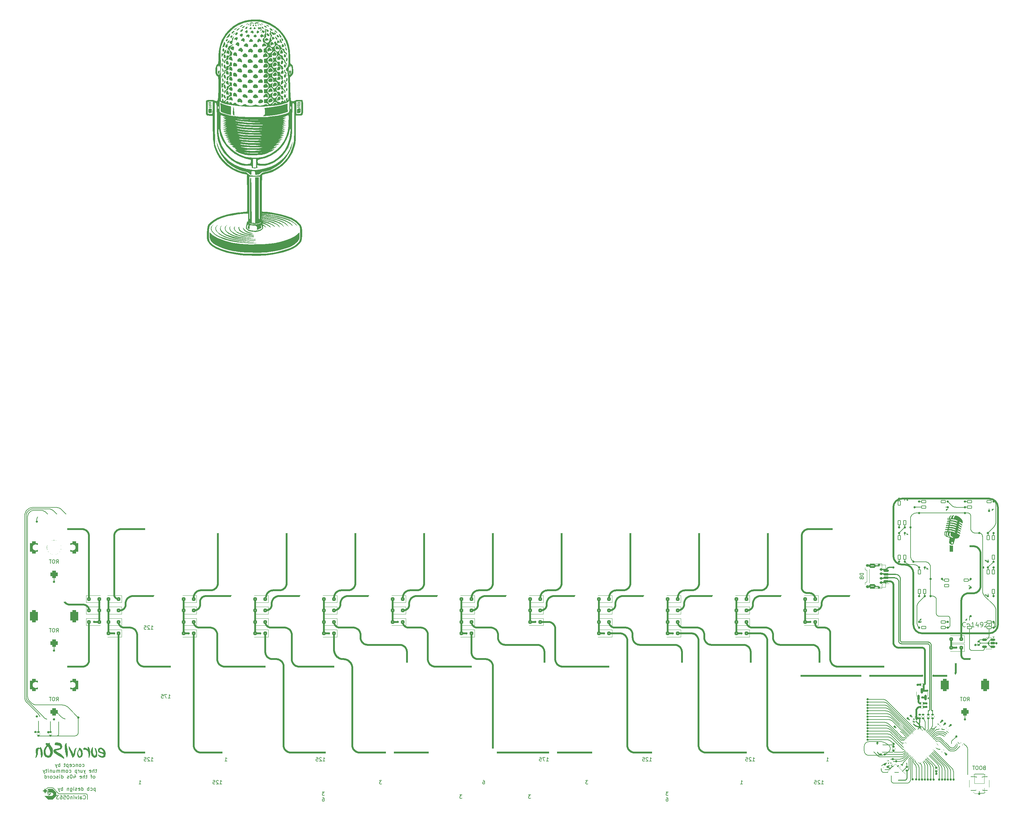
<source format=gbr>
%TF.GenerationSoftware,KiCad,Pcbnew,8.0.5*%
%TF.CreationDate,2024-09-30T13:41:21+02:00*%
%TF.ProjectId,eurovISOn,6575726f-7649-4534-9f6e-2e6b69636164,rev?*%
%TF.SameCoordinates,Original*%
%TF.FileFunction,Legend,Bot*%
%TF.FilePolarity,Positive*%
%FSLAX46Y46*%
G04 Gerber Fmt 4.6, Leading zero omitted, Abs format (unit mm)*
G04 Created by KiCad (PCBNEW 8.0.5) date 2024-09-30 13:41:22*
%MOMM*%
%LPD*%
G01*
G04 APERTURE LIST*
G04 Aperture macros list*
%AMRoundRect*
0 Rectangle with rounded corners*
0 $1 Rounding radius*
0 $2 $3 $4 $5 $6 $7 $8 $9 X,Y pos of 4 corners*
0 Add a 4 corners polygon primitive as box body*
4,1,4,$2,$3,$4,$5,$6,$7,$8,$9,$2,$3,0*
0 Add four circle primitives for the rounded corners*
1,1,$1+$1,$2,$3*
1,1,$1+$1,$4,$5*
1,1,$1+$1,$6,$7*
1,1,$1+$1,$8,$9*
0 Add four rect primitives between the rounded corners*
20,1,$1+$1,$2,$3,$4,$5,0*
20,1,$1+$1,$4,$5,$6,$7,0*
20,1,$1+$1,$6,$7,$8,$9,0*
20,1,$1+$1,$8,$9,$2,$3,0*%
%AMRotRect*
0 Rectangle, with rotation*
0 The origin of the aperture is its center*
0 $1 length*
0 $2 width*
0 $3 Rotation angle, in degrees counterclockwise*
0 Add horizontal line*
21,1,$1,$2,0,0,$3*%
%AMFreePoly0*
4,1,18,-0.410000,0.593000,-0.403758,0.624380,-0.385983,0.650983,-0.359380,0.668758,-0.328000,0.675000,0.328000,0.675000,0.359380,0.668758,0.385983,0.650983,0.403758,0.624380,0.410000,0.593000,0.410000,-0.593000,0.403758,-0.624380,0.385983,-0.650983,0.359380,-0.668758,0.328000,-0.675000,0.000000,-0.675000,-0.410000,-0.265000,-0.410000,0.593000,-0.410000,0.593000,$1*%
G04 Aperture macros list end*
%ADD10C,0.500000*%
%ADD11C,0.200000*%
%ADD12C,0.000000*%
%ADD13C,0.349999*%
%ADD14C,0.250000*%
%ADD15C,0.150000*%
%ADD16C,0.120000*%
%ADD17C,1.750000*%
%ADD18C,3.987800*%
%ADD19C,2.300000*%
%ADD20C,1.397000*%
%ADD21C,4.000000*%
%ADD22C,2.000000*%
%ADD23RoundRect,0.500000X0.500000X-0.500000X0.500000X0.500000X-0.500000X0.500000X-0.500000X-0.500000X0*%
%ADD24RoundRect,0.550000X0.550000X-1.150000X0.550000X1.150000X-0.550000X1.150000X-0.550000X-1.150000X0*%
%ADD25RoundRect,0.150000X0.150000X-0.587500X0.150000X0.587500X-0.150000X0.587500X-0.150000X-0.587500X0*%
%ADD26RoundRect,0.250000X0.300000X0.300000X-0.300000X0.300000X-0.300000X-0.300000X0.300000X-0.300000X0*%
%ADD27RoundRect,0.140000X-0.219203X-0.021213X-0.021213X-0.219203X0.219203X0.021213X0.021213X0.219203X0*%
%ADD28RoundRect,0.082000X-0.328000X-0.593000X0.328000X-0.593000X0.328000X0.593000X-0.328000X0.593000X0*%
%ADD29FreePoly0,0.000000*%
%ADD30RoundRect,0.140000X0.219203X0.021213X0.021213X0.219203X-0.219203X-0.021213X-0.021213X-0.219203X0*%
%ADD31RoundRect,0.082000X-0.593000X0.328000X-0.593000X-0.328000X0.593000X-0.328000X0.593000X0.328000X0*%
%ADD32FreePoly0,270.000000*%
%ADD33RoundRect,0.250000X-0.300000X-0.300000X0.300000X-0.300000X0.300000X0.300000X-0.300000X0.300000X0*%
%ADD34RoundRect,0.082000X0.328000X0.593000X-0.328000X0.593000X-0.328000X-0.593000X0.328000X-0.593000X0*%
%ADD35FreePoly0,180.000000*%
%ADD36RoundRect,0.140000X-0.170000X0.140000X-0.170000X-0.140000X0.170000X-0.140000X0.170000X0.140000X0*%
%ADD37RoundRect,0.135000X-0.185000X0.135000X-0.185000X-0.135000X0.185000X-0.135000X0.185000X0.135000X0*%
%ADD38RoundRect,0.150000X0.625000X-0.150000X0.625000X0.150000X-0.625000X0.150000X-0.625000X-0.150000X0*%
%ADD39RoundRect,0.250000X0.650000X-0.350000X0.650000X0.350000X-0.650000X0.350000X-0.650000X-0.350000X0*%
%ADD40RoundRect,0.050000X0.309359X-0.238649X-0.238649X0.309359X-0.309359X0.238649X0.238649X-0.309359X0*%
%ADD41RoundRect,0.050000X0.309359X0.238649X0.238649X0.309359X-0.309359X-0.238649X-0.238649X-0.309359X0*%
%ADD42RoundRect,0.144000X2.059095X0.000000X0.000000X2.059095X-2.059095X0.000000X0.000000X-2.059095X0*%
%ADD43RoundRect,0.140000X0.170000X-0.140000X0.170000X0.140000X-0.170000X0.140000X-0.170000X-0.140000X0*%
%ADD44RoundRect,0.082000X0.593000X-0.328000X0.593000X0.328000X-0.593000X0.328000X-0.593000X-0.328000X0*%
%ADD45FreePoly0,90.000000*%
%ADD46RoundRect,0.150000X0.512500X0.150000X-0.512500X0.150000X-0.512500X-0.150000X0.512500X-0.150000X0*%
%ADD47RoundRect,0.140000X0.021213X-0.219203X0.219203X-0.021213X-0.021213X0.219203X-0.219203X0.021213X0*%
%ADD48RoundRect,0.140000X-0.140000X-0.170000X0.140000X-0.170000X0.140000X0.170000X-0.140000X0.170000X0*%
%ADD49RotRect,1.400000X1.200000X315.000000*%
%ADD50RoundRect,0.140000X0.140000X0.170000X-0.140000X0.170000X-0.140000X-0.170000X0.140000X-0.170000X0*%
%ADD51RoundRect,0.135000X-0.226274X-0.035355X-0.035355X-0.226274X0.226274X0.035355X0.035355X0.226274X0*%
%ADD52RotRect,0.900000X0.300000X135.000000*%
%ADD53RotRect,1.650000X0.250000X45.000000*%
%ADD54RoundRect,0.150000X0.275000X-0.150000X0.275000X0.150000X-0.275000X0.150000X-0.275000X-0.150000X0*%
%ADD55RoundRect,0.175000X0.225000X-0.175000X0.225000X0.175000X-0.225000X0.175000X-0.225000X-0.175000X0*%
%ADD56R,1.700000X1.700000*%
%ADD57O,1.700000X1.700000*%
%ADD58RoundRect,0.140000X-0.021213X0.219203X-0.219203X0.021213X0.021213X-0.219203X0.219203X-0.021213X0*%
%ADD59C,0.990600*%
%ADD60C,0.787400*%
%ADD61RoundRect,0.135000X0.035355X-0.226274X0.226274X-0.035355X-0.035355X0.226274X-0.226274X0.035355X0*%
%ADD62R,1.700000X1.000000*%
G04 APERTURE END LIST*
D10*
X72320762Y-45478707D02*
X72308307Y-45459000D01*
D11*
X269903015Y-50803890D02*
X269873265Y-50803153D01*
X253788211Y-78057574D02*
X253700998Y-78013724D01*
D10*
X138733381Y-44051909D02*
X138655746Y-44112391D01*
X176415729Y-44469586D02*
X176359309Y-44549863D01*
X215320491Y-48853169D02*
X215378092Y-48803277D01*
X273753034Y-62113526D02*
X273775098Y-62156608D01*
D11*
X252725102Y-75508406D02*
X252630933Y-75482273D01*
X279144306Y-27963796D02*
X279108941Y-27938646D01*
D10*
X105715858Y-41857125D02*
X105723182Y-41758626D01*
X120774049Y-43661812D02*
X120675545Y-43669141D01*
D11*
X251481821Y-93522813D02*
X251491875Y-93558218D01*
X276089859Y-22581545D02*
X276067463Y-22549682D01*
D12*
G36*
X266717746Y-94318950D02*
G01*
X266725365Y-94319529D01*
X266732872Y-94320483D01*
X266740260Y-94321802D01*
X266747517Y-94323477D01*
X266754636Y-94325499D01*
X266761605Y-94327857D01*
X266768417Y-94330543D01*
X266775062Y-94333547D01*
X266781529Y-94336860D01*
X266787810Y-94340472D01*
X266793896Y-94344374D01*
X266799777Y-94348556D01*
X266805443Y-94353009D01*
X266810885Y-94357724D01*
X266816094Y-94362691D01*
X266821060Y-94367900D01*
X266825774Y-94373343D01*
X266830226Y-94379010D01*
X266834408Y-94384891D01*
X266838309Y-94390977D01*
X266841920Y-94397258D01*
X266845232Y-94403726D01*
X266848235Y-94410370D01*
X266850920Y-94417182D01*
X266853278Y-94424152D01*
X266855299Y-94431270D01*
X266856973Y-94438527D01*
X266858292Y-94445913D01*
X266859246Y-94453420D01*
X266859825Y-94461038D01*
X266860020Y-94468756D01*
X266859825Y-94476475D01*
X266859246Y-94484092D01*
X266858292Y-94491599D01*
X266856973Y-94498986D01*
X266855299Y-94506243D01*
X266853278Y-94513361D01*
X266850920Y-94520330D01*
X266848235Y-94527142D01*
X266845232Y-94533787D01*
X266841920Y-94540254D01*
X266838309Y-94546536D01*
X266834408Y-94552622D01*
X266830226Y-94558503D01*
X266825774Y-94564170D01*
X266821060Y-94569612D01*
X266816094Y-94574822D01*
X266810885Y-94579789D01*
X266805443Y-94584504D01*
X266799777Y-94588957D01*
X266793896Y-94593139D01*
X266787810Y-94597041D01*
X266781529Y-94600653D01*
X266775062Y-94603965D01*
X266768417Y-94606969D01*
X266761605Y-94609655D01*
X266754636Y-94612014D01*
X266747517Y-94614035D01*
X266740260Y-94615710D01*
X266732872Y-94617029D01*
X266725365Y-94617983D01*
X266717746Y-94618563D01*
X266710026Y-94618758D01*
X266702306Y-94618563D01*
X266694687Y-94617983D01*
X266687180Y-94617029D01*
X266679793Y-94615710D01*
X266672535Y-94614035D01*
X266665417Y-94612014D01*
X266658447Y-94609655D01*
X266651635Y-94606969D01*
X266644991Y-94603965D01*
X266638523Y-94600653D01*
X266632242Y-94597041D01*
X266626156Y-94593139D01*
X266620276Y-94588957D01*
X266614609Y-94584504D01*
X266609167Y-94579789D01*
X266603958Y-94574822D01*
X266598992Y-94569612D01*
X266594278Y-94564170D01*
X266589826Y-94558503D01*
X266585645Y-94552622D01*
X266581744Y-94546536D01*
X266578132Y-94540254D01*
X266574821Y-94533787D01*
X266571817Y-94527142D01*
X266569132Y-94520330D01*
X266566774Y-94513361D01*
X266564753Y-94506243D01*
X266563079Y-94498986D01*
X266561760Y-94491599D01*
X266560806Y-94484092D01*
X266560227Y-94476475D01*
X266560032Y-94468756D01*
X266560227Y-94461038D01*
X266560806Y-94453420D01*
X266561760Y-94445913D01*
X266563079Y-94438527D01*
X266564753Y-94431270D01*
X266566774Y-94424152D01*
X266569132Y-94417182D01*
X266571817Y-94410370D01*
X266574821Y-94403726D01*
X266578132Y-94397258D01*
X266581744Y-94390977D01*
X266585645Y-94384891D01*
X266589826Y-94379010D01*
X266594278Y-94373343D01*
X266598992Y-94367900D01*
X266603958Y-94362691D01*
X266609167Y-94357724D01*
X266614609Y-94353009D01*
X266620276Y-94348556D01*
X266626156Y-94344374D01*
X266632242Y-94340472D01*
X266638523Y-94336860D01*
X266644991Y-94333547D01*
X266651635Y-94330543D01*
X266658447Y-94327857D01*
X266665417Y-94325499D01*
X266672535Y-94323477D01*
X266679793Y-94321802D01*
X266687180Y-94320483D01*
X266694687Y-94319529D01*
X266702306Y-94318950D01*
X266710026Y-94318755D01*
X266717746Y-94318950D01*
G37*
D11*
X269407824Y-82282792D02*
X269407519Y-82278887D01*
D10*
X31935728Y-52390654D02*
X31935728Y-62998152D01*
D11*
X247648228Y-81821951D02*
X252699925Y-81821951D01*
D10*
X181531147Y-87853170D02*
X181595616Y-87928004D01*
D11*
X267561436Y-83609854D02*
X267609532Y-83609854D01*
D10*
X277142436Y-64755346D02*
X277143565Y-64756951D01*
D11*
X17904303Y-83944236D02*
X17908946Y-83947501D01*
D10*
X62120201Y-53928152D02*
X62197001Y-53945881D01*
D11*
X266799317Y-84933536D02*
X266780370Y-84948306D01*
X260359928Y-90847853D02*
X260359928Y-91137953D01*
X257221726Y-89095312D02*
X257267956Y-89088622D01*
D10*
X219215571Y-43266997D02*
X219293206Y-43206515D01*
X83782838Y-45399099D02*
X83693636Y-45438624D01*
D11*
X260071920Y-35442166D02*
X260140309Y-35514027D01*
D10*
X145446190Y-57595220D02*
X145490040Y-57682435D01*
X198552874Y-45268769D02*
X198456208Y-45285636D01*
X100215717Y-44469582D02*
X100159295Y-44549860D01*
X50954600Y-45676087D02*
X50951712Y-45652832D01*
X24725655Y-26646906D02*
X24726371Y-26648722D01*
X105068049Y-43142050D02*
X105139912Y-43073660D01*
D11*
X282529423Y-19096953D02*
X282573216Y-19053153D01*
D10*
X196188637Y-53906779D02*
X196263969Y-53928172D01*
D11*
X276012061Y-40817807D02*
X276028140Y-40809723D01*
X258388523Y-85364050D02*
X257935826Y-84911353D01*
D10*
X30348229Y-47628253D02*
X26668328Y-47628253D01*
X236359930Y-54103039D02*
X236287844Y-54074612D01*
X61507183Y-53615607D02*
X61567149Y-53662735D01*
X138981472Y-43895072D02*
X138896408Y-43943182D01*
X45220108Y-55682865D02*
X45203240Y-55586189D01*
D11*
X283173222Y-19653153D02*
X283173222Y-24768553D01*
D10*
X142935289Y-63045341D02*
X142852530Y-62993041D01*
X100254716Y-61565828D02*
X100327189Y-61668936D01*
X50942569Y-45607078D02*
X50936348Y-45584656D01*
D11*
X260881125Y-91975955D02*
X260837311Y-91913615D01*
X266668687Y-83423847D02*
X266606274Y-83463291D01*
D10*
X101724057Y-43661911D02*
X101625556Y-43669240D01*
X200936961Y-42051470D02*
X200953824Y-41954803D01*
X219056902Y-55958148D02*
X218976624Y-55901726D01*
X205598870Y-45386481D02*
X205582332Y-45370712D01*
X179502894Y-45268873D02*
X179406234Y-45285740D01*
X277444139Y-31495970D02*
X277348640Y-31474437D01*
D11*
X252529397Y-74013725D02*
X252440199Y-73974202D01*
D13*
X252910159Y-37808655D02*
X252892511Y-37847684D01*
D10*
X176660887Y-53662768D02*
X176723126Y-53707029D01*
D11*
X253876010Y-82857577D02*
X253788797Y-82813727D01*
D10*
X182521950Y-55586252D02*
X182500417Y-55490753D01*
D11*
X260795674Y-91020116D02*
X260799018Y-91039251D01*
D10*
X86675633Y-41659453D02*
X86675724Y-41659453D01*
D11*
X259554432Y-34099753D02*
X259554432Y-23815653D01*
D14*
X251037592Y-89067650D02*
X251083447Y-89080376D01*
D11*
X254653789Y-91119178D02*
X254620043Y-91140507D01*
D10*
X137991853Y-52852354D02*
X138016193Y-52925916D01*
X138259302Y-44549863D02*
X138207006Y-44632617D01*
D11*
X257154927Y-90286955D02*
X257425831Y-90174750D01*
D10*
X232177391Y-44538389D02*
X232103347Y-44509194D01*
X148378335Y-45328412D02*
X148359019Y-45316025D01*
X215541573Y-43745902D02*
X215448898Y-43776566D01*
X41302629Y-48985809D02*
X41367033Y-48944519D01*
D11*
X254536085Y-92394080D02*
X254522614Y-92397818D01*
D10*
X86973662Y-88393893D02*
X87062862Y-88433415D01*
X118955006Y-58976265D02*
X118867792Y-58932415D01*
X139170409Y-62629627D02*
X139254635Y-62653549D01*
X262008174Y-74886611D02*
X262028170Y-74897916D01*
X40891928Y-26673153D02*
X40792754Y-26675611D01*
X224497461Y-45284504D02*
X224475841Y-45275976D01*
X123630319Y-43467777D02*
X123717536Y-43423924D01*
D11*
X268421401Y-82819641D02*
X268322901Y-82812311D01*
D10*
X181235078Y-54095368D02*
X181142401Y-54064705D01*
D11*
X267706123Y-84927652D02*
X267687723Y-84914724D01*
D10*
X104917015Y-86977657D02*
X104938548Y-87073155D01*
D11*
X268498291Y-83296312D02*
X268404124Y-83270178D01*
D10*
X274386932Y-44906126D02*
X274312101Y-44970591D01*
X31072056Y-64521350D02*
X31145500Y-64474933D01*
D11*
X252465789Y-74670031D02*
X252389672Y-74652868D01*
X258734581Y-36323934D02*
X258823780Y-36363451D01*
X254820062Y-88061051D02*
X254823205Y-88035718D01*
D14*
X248835695Y-36745470D02*
X248828440Y-36743797D01*
D11*
X281837652Y-57388524D02*
X281794158Y-57402914D01*
D10*
X50956929Y-45723155D02*
X50956344Y-45699540D01*
D11*
X268290890Y-40689284D02*
X268463220Y-40799770D01*
X21002229Y-79383105D02*
X20990146Y-79380997D01*
X278315898Y-98685790D02*
X278393533Y-98625310D01*
D12*
G36*
X282580936Y-35572149D02*
G01*
X282588554Y-35572728D01*
X282596062Y-35573682D01*
X282603449Y-35575001D01*
X282610707Y-35576676D01*
X282617825Y-35578697D01*
X282624795Y-35581055D01*
X282631607Y-35583741D01*
X282638251Y-35586745D01*
X282644719Y-35590058D01*
X282651000Y-35593669D01*
X282657086Y-35597571D01*
X282662966Y-35601753D01*
X282668632Y-35606206D01*
X282674075Y-35610921D01*
X282679283Y-35615887D01*
X282684250Y-35621097D01*
X282688964Y-35626540D01*
X282693416Y-35632206D01*
X282697597Y-35638087D01*
X282701498Y-35644173D01*
X282705109Y-35650455D01*
X282708421Y-35656922D01*
X282711425Y-35663567D01*
X282714110Y-35670378D01*
X282716468Y-35677348D01*
X282718488Y-35684466D01*
X282720163Y-35691723D01*
X282721482Y-35699110D01*
X282722435Y-35706617D01*
X282723015Y-35714234D01*
X282723210Y-35721953D01*
X282723015Y-35729672D01*
X282722435Y-35737289D01*
X282721482Y-35744796D01*
X282720163Y-35752183D01*
X282718488Y-35759440D01*
X282716468Y-35766558D01*
X282714110Y-35773528D01*
X282711425Y-35780339D01*
X282708421Y-35786984D01*
X282705109Y-35793451D01*
X282701498Y-35799733D01*
X282697597Y-35805819D01*
X282693416Y-35811700D01*
X282688964Y-35817366D01*
X282684250Y-35822809D01*
X282679283Y-35828019D01*
X282674075Y-35832985D01*
X282668632Y-35837700D01*
X282662966Y-35842153D01*
X282657086Y-35846335D01*
X282651000Y-35850237D01*
X282644719Y-35853848D01*
X282638251Y-35857161D01*
X282631607Y-35860165D01*
X282624795Y-35862851D01*
X282617825Y-35865209D01*
X282610707Y-35867230D01*
X282603449Y-35868905D01*
X282596062Y-35870224D01*
X282588554Y-35871178D01*
X282580936Y-35871757D01*
X282573216Y-35871953D01*
X282565496Y-35871757D01*
X282557877Y-35871178D01*
X282550370Y-35870224D01*
X282542982Y-35868905D01*
X282535725Y-35867230D01*
X282528606Y-35865209D01*
X282521636Y-35862851D01*
X282514825Y-35860165D01*
X282508180Y-35857161D01*
X282501713Y-35853848D01*
X282495431Y-35850237D01*
X282489346Y-35846335D01*
X282483465Y-35842153D01*
X282477799Y-35837700D01*
X282472357Y-35832985D01*
X282467148Y-35828019D01*
X282462182Y-35822809D01*
X282457468Y-35817366D01*
X282453016Y-35811700D01*
X282448834Y-35805819D01*
X282444933Y-35799733D01*
X282441322Y-35793451D01*
X282438010Y-35786984D01*
X282435007Y-35780339D01*
X282432322Y-35773528D01*
X282429964Y-35766558D01*
X282427943Y-35759440D01*
X282426269Y-35752183D01*
X282424950Y-35744796D01*
X282423996Y-35737289D01*
X282423417Y-35729672D01*
X282423222Y-35721953D01*
X282423417Y-35714234D01*
X282423996Y-35706617D01*
X282424950Y-35699110D01*
X282426269Y-35691723D01*
X282427943Y-35684466D01*
X282429964Y-35677348D01*
X282432322Y-35670378D01*
X282435007Y-35663567D01*
X282438010Y-35656922D01*
X282441322Y-35650455D01*
X282444933Y-35644173D01*
X282448834Y-35638087D01*
X282453016Y-35632206D01*
X282457468Y-35626540D01*
X282462182Y-35621097D01*
X282467148Y-35615887D01*
X282472357Y-35610921D01*
X282477799Y-35606206D01*
X282483465Y-35601753D01*
X282489346Y-35597571D01*
X282495431Y-35593669D01*
X282501713Y-35590058D01*
X282508180Y-35586745D01*
X282514825Y-35583741D01*
X282521636Y-35581055D01*
X282528606Y-35578697D01*
X282535725Y-35576676D01*
X282542982Y-35575001D01*
X282550370Y-35573682D01*
X282557877Y-35572728D01*
X282565496Y-35572149D01*
X282573216Y-35571953D01*
X282580936Y-35572149D01*
G37*
D11*
X254468071Y-96848687D02*
X254497258Y-96873970D01*
D10*
X105723182Y-41758626D02*
X105725636Y-41659453D01*
X157222824Y-59076675D02*
X157140070Y-59024374D01*
D11*
X256947100Y-94336017D02*
X256941812Y-94320386D01*
D10*
X200458362Y-43001862D02*
X200522831Y-42927025D01*
X179310739Y-45307274D02*
X179216572Y-45333407D01*
X205403750Y-45268390D02*
X205381151Y-45261969D01*
X82195371Y-43811696D02*
X82106174Y-43851218D01*
D11*
X263479435Y-37353154D02*
X263523228Y-37309453D01*
D10*
X204305250Y-58738195D02*
X204404423Y-58740653D01*
X195555580Y-59258049D02*
X195480746Y-59193580D01*
D12*
G36*
X266725464Y-94169144D02*
G01*
X266740698Y-94170302D01*
X266755712Y-94172210D01*
X266770484Y-94174848D01*
X266784998Y-94178198D01*
X266799234Y-94182241D01*
X266813172Y-94186957D01*
X266826795Y-94192329D01*
X266840084Y-94198337D01*
X266853019Y-94204962D01*
X266865581Y-94212186D01*
X266877753Y-94219989D01*
X266889514Y-94228353D01*
X266900847Y-94237259D01*
X266911732Y-94246688D01*
X266922150Y-94256622D01*
X266932083Y-94267041D01*
X266941512Y-94277926D01*
X266950417Y-94289259D01*
X266958781Y-94301022D01*
X266966584Y-94313194D01*
X266973807Y-94325757D01*
X266980432Y-94338692D01*
X266986440Y-94351981D01*
X266991811Y-94365605D01*
X266996527Y-94379544D01*
X267000570Y-94393781D01*
X267003919Y-94408295D01*
X267006557Y-94423069D01*
X267008465Y-94438083D01*
X267009624Y-94453318D01*
X267010014Y-94468756D01*
X267009624Y-94484194D01*
X267008465Y-94499430D01*
X267006557Y-94514444D01*
X267003919Y-94529217D01*
X267000570Y-94543732D01*
X266996527Y-94557968D01*
X266991811Y-94571908D01*
X266986440Y-94585531D01*
X266980432Y-94598820D01*
X266973807Y-94611756D01*
X266966584Y-94624319D01*
X266958781Y-94636491D01*
X266950417Y-94648253D01*
X266941512Y-94659586D01*
X266932083Y-94670472D01*
X266922150Y-94680891D01*
X266911732Y-94690824D01*
X266900847Y-94700253D01*
X266889514Y-94709159D01*
X266877753Y-94717524D01*
X266865581Y-94725327D01*
X266853019Y-94732551D01*
X266840084Y-94739176D01*
X266826795Y-94745184D01*
X266813172Y-94750555D01*
X266799234Y-94755272D01*
X266784998Y-94759314D01*
X266770484Y-94762664D01*
X266755712Y-94765303D01*
X266740698Y-94767210D01*
X266725464Y-94768369D01*
X266710026Y-94768759D01*
X266694589Y-94768369D01*
X266679354Y-94767210D01*
X266664341Y-94765303D01*
X266649568Y-94762664D01*
X266635054Y-94759314D01*
X266620818Y-94755272D01*
X266606880Y-94750555D01*
X266593257Y-94745184D01*
X266579968Y-94739176D01*
X266567034Y-94732551D01*
X266554471Y-94725327D01*
X266542300Y-94717524D01*
X266530538Y-94709159D01*
X266519205Y-94700253D01*
X266508321Y-94690824D01*
X266497902Y-94680891D01*
X266487969Y-94670472D01*
X266478541Y-94659586D01*
X266469635Y-94648253D01*
X266461271Y-94636491D01*
X266453468Y-94624319D01*
X266446245Y-94611756D01*
X266439620Y-94598820D01*
X266433613Y-94585531D01*
X266428241Y-94571908D01*
X266423525Y-94557968D01*
X266419483Y-94543732D01*
X266416133Y-94529217D01*
X266413495Y-94514444D01*
X266411587Y-94499430D01*
X266410429Y-94484194D01*
X266410038Y-94468756D01*
X266410429Y-94453318D01*
X266411587Y-94438083D01*
X266413495Y-94423069D01*
X266416133Y-94408295D01*
X266419483Y-94393781D01*
X266423525Y-94379544D01*
X266428241Y-94365605D01*
X266433613Y-94351981D01*
X266439620Y-94338692D01*
X266446245Y-94325757D01*
X266453468Y-94313194D01*
X266461271Y-94301022D01*
X266469635Y-94289259D01*
X266478541Y-94277926D01*
X266487969Y-94267041D01*
X266497902Y-94256622D01*
X266508321Y-94246688D01*
X266519205Y-94237259D01*
X266530538Y-94228353D01*
X266542300Y-94219989D01*
X266554471Y-94212186D01*
X266567034Y-94204962D01*
X266579968Y-94198337D01*
X266593257Y-94192329D01*
X266606880Y-94186957D01*
X266620818Y-94182241D01*
X266635054Y-94178198D01*
X266649568Y-94174848D01*
X266664341Y-94172210D01*
X266679354Y-94170302D01*
X266694589Y-94169144D01*
X266710026Y-94168753D01*
X266725464Y-94169144D01*
G37*
D11*
X276224959Y-26531331D02*
X276230060Y-26598416D01*
X278955722Y-27855471D02*
X278914760Y-27839317D01*
D10*
X180221060Y-43637535D02*
X180317721Y-43620669D01*
D11*
X270832507Y-87257669D02*
X270895696Y-87275200D01*
D14*
X250591738Y-36862107D02*
X250608463Y-36854697D01*
D11*
X252895676Y-74848095D02*
X252827873Y-74809750D01*
D10*
X120377082Y-48515790D02*
X120418375Y-48451384D01*
X120931912Y-46220059D02*
X120883804Y-46305130D01*
X167409003Y-45316021D02*
X167389065Y-45304555D01*
D11*
X260553822Y-91606154D02*
X260687123Y-91739356D01*
D10*
X222780083Y-58623539D02*
X222872759Y-58654203D01*
X148112034Y-45246955D02*
X141698231Y-45246955D01*
X176452477Y-49197360D02*
X176530649Y-49183400D01*
D12*
G36*
X252412447Y-91707843D02*
G01*
X252420064Y-91708422D01*
X252427571Y-91709376D01*
X252434957Y-91710696D01*
X252442214Y-91712371D01*
X252449332Y-91714392D01*
X252456301Y-91716750D01*
X252463113Y-91719436D01*
X252469757Y-91722440D01*
X252476225Y-91725753D01*
X252482506Y-91729365D01*
X252488592Y-91733267D01*
X252494472Y-91737449D01*
X252500139Y-91741902D01*
X252505581Y-91746617D01*
X252510790Y-91751584D01*
X252515757Y-91756793D01*
X252520471Y-91762236D01*
X252524924Y-91767903D01*
X252529106Y-91773784D01*
X252533007Y-91779870D01*
X252536619Y-91786151D01*
X252539931Y-91792619D01*
X252542935Y-91799264D01*
X252545621Y-91806075D01*
X252547979Y-91813045D01*
X252550000Y-91820163D01*
X252551675Y-91827420D01*
X252552994Y-91834806D01*
X252553948Y-91842313D01*
X252554527Y-91849931D01*
X252554722Y-91857649D01*
X252554527Y-91865368D01*
X252553948Y-91872986D01*
X252552994Y-91880492D01*
X252551675Y-91887879D01*
X252550000Y-91895136D01*
X252547979Y-91902254D01*
X252545621Y-91909224D01*
X252542935Y-91916035D01*
X252539931Y-91922680D01*
X252536619Y-91929147D01*
X252533007Y-91935429D01*
X252529106Y-91941515D01*
X252524924Y-91947396D01*
X252520471Y-91953063D01*
X252515757Y-91958506D01*
X252510790Y-91963715D01*
X252505581Y-91968682D01*
X252500139Y-91973397D01*
X252494472Y-91977850D01*
X252488592Y-91982032D01*
X252482506Y-91985934D01*
X252476225Y-91989546D01*
X252469757Y-91992859D01*
X252463113Y-91995863D01*
X252456301Y-91998548D01*
X252449332Y-92000907D01*
X252442214Y-92002928D01*
X252434957Y-92004603D01*
X252427571Y-92005922D01*
X252420064Y-92006876D01*
X252412447Y-92007456D01*
X252404728Y-92007651D01*
X252397010Y-92007456D01*
X252389392Y-92006876D01*
X252381886Y-92005922D01*
X252374499Y-92004603D01*
X252367242Y-92002928D01*
X252360124Y-92000907D01*
X252353155Y-91998548D01*
X252346344Y-91995863D01*
X252339699Y-91992859D01*
X252333232Y-91989546D01*
X252326951Y-91985934D01*
X252320865Y-91982032D01*
X252314984Y-91977850D01*
X252309318Y-91973397D01*
X252303875Y-91968682D01*
X252298666Y-91963715D01*
X252293700Y-91958506D01*
X252288985Y-91953063D01*
X252284533Y-91947396D01*
X252280351Y-91941515D01*
X252276449Y-91935429D01*
X252272838Y-91929147D01*
X252269525Y-91922680D01*
X252266522Y-91916035D01*
X252263836Y-91909224D01*
X252261478Y-91902254D01*
X252259457Y-91895136D01*
X252257782Y-91887879D01*
X252256463Y-91880492D01*
X252255509Y-91872986D01*
X252254930Y-91865368D01*
X252254734Y-91857649D01*
X252254930Y-91849931D01*
X252255509Y-91842313D01*
X252256463Y-91834806D01*
X252257782Y-91827420D01*
X252259457Y-91820163D01*
X252261478Y-91813045D01*
X252263836Y-91806075D01*
X252266522Y-91799264D01*
X252269525Y-91792619D01*
X252272838Y-91786151D01*
X252276449Y-91779870D01*
X252280351Y-91773784D01*
X252284533Y-91767903D01*
X252288985Y-91762236D01*
X252293700Y-91756793D01*
X252298666Y-91751584D01*
X252303875Y-91746617D01*
X252309318Y-91741902D01*
X252314984Y-91737449D01*
X252320865Y-91733267D01*
X252326951Y-91729365D01*
X252333232Y-91725753D01*
X252339699Y-91722440D01*
X252346344Y-91719436D01*
X252353155Y-91716750D01*
X252360124Y-91714392D01*
X252367242Y-91712371D01*
X252374499Y-91710696D01*
X252381886Y-91709376D01*
X252389392Y-91708422D01*
X252397010Y-91707843D01*
X252404728Y-91707648D01*
X252412447Y-91707843D01*
G37*
D11*
X281327881Y-56143404D02*
X281329533Y-56078055D01*
D10*
X218976624Y-55901726D02*
X218893869Y-55849428D01*
D12*
G36*
X270674747Y-80815845D02*
G01*
X270682365Y-80816424D01*
X270689873Y-80817378D01*
X270697260Y-80818697D01*
X270704518Y-80820372D01*
X270711636Y-80822394D01*
X270718606Y-80824752D01*
X270725418Y-80827438D01*
X270732062Y-80830442D01*
X270738530Y-80833755D01*
X270744811Y-80837367D01*
X270750897Y-80841268D01*
X270756777Y-80845451D01*
X270762443Y-80849904D01*
X270767886Y-80854619D01*
X270773094Y-80859585D01*
X270778061Y-80864795D01*
X270782775Y-80870238D01*
X270787227Y-80875904D01*
X270791408Y-80881785D01*
X270795309Y-80887871D01*
X270798920Y-80894153D01*
X270802232Y-80900621D01*
X270805236Y-80907265D01*
X270807921Y-80914077D01*
X270810279Y-80921047D01*
X270812300Y-80928165D01*
X270813974Y-80935422D01*
X270815293Y-80942808D01*
X270816246Y-80950315D01*
X270816826Y-80957932D01*
X270817021Y-80965651D01*
X270816826Y-80973370D01*
X270816246Y-80980987D01*
X270815293Y-80988494D01*
X270813974Y-80995881D01*
X270812300Y-81003138D01*
X270810279Y-81010256D01*
X270807921Y-81017225D01*
X270805236Y-81024037D01*
X270802232Y-81030681D01*
X270798920Y-81037149D01*
X270795309Y-81043431D01*
X270791408Y-81049517D01*
X270787227Y-81055398D01*
X270782775Y-81061065D01*
X270778061Y-81066507D01*
X270773094Y-81071717D01*
X270767886Y-81076684D01*
X270762443Y-81081398D01*
X270756777Y-81085852D01*
X270750897Y-81090034D01*
X270744811Y-81093936D01*
X270738530Y-81097548D01*
X270732062Y-81100860D01*
X270725418Y-81103864D01*
X270718606Y-81106550D01*
X270711636Y-81108909D01*
X270704518Y-81110930D01*
X270697260Y-81112605D01*
X270689873Y-81113924D01*
X270682365Y-81114878D01*
X270674747Y-81115457D01*
X270667027Y-81115653D01*
X270659307Y-81115457D01*
X270651688Y-81114878D01*
X270644181Y-81113924D01*
X270636793Y-81112605D01*
X270629536Y-81110930D01*
X270622417Y-81108909D01*
X270615448Y-81106550D01*
X270608636Y-81103864D01*
X270601991Y-81100860D01*
X270595524Y-81097548D01*
X270589242Y-81093936D01*
X270583157Y-81090034D01*
X270577276Y-81085852D01*
X270571610Y-81081398D01*
X270566168Y-81076684D01*
X270560959Y-81071717D01*
X270555993Y-81066507D01*
X270551279Y-81061065D01*
X270546827Y-81055398D01*
X270542645Y-81049517D01*
X270538744Y-81043431D01*
X270535133Y-81037149D01*
X270531821Y-81030681D01*
X270528818Y-81024037D01*
X270526133Y-81017225D01*
X270523775Y-81010256D01*
X270521754Y-81003138D01*
X270520080Y-80995881D01*
X270518761Y-80988494D01*
X270517807Y-80980987D01*
X270517228Y-80973370D01*
X270517033Y-80965651D01*
X270517228Y-80957932D01*
X270517807Y-80950315D01*
X270518761Y-80942808D01*
X270520080Y-80935422D01*
X270521754Y-80928165D01*
X270523775Y-80921047D01*
X270526133Y-80914077D01*
X270528818Y-80907265D01*
X270531821Y-80900621D01*
X270535133Y-80894153D01*
X270538744Y-80887871D01*
X270542645Y-80881785D01*
X270546827Y-80875904D01*
X270551279Y-80870238D01*
X270555993Y-80864795D01*
X270560959Y-80859585D01*
X270566168Y-80854619D01*
X270571610Y-80849904D01*
X270577276Y-80845451D01*
X270583157Y-80841268D01*
X270589242Y-80837367D01*
X270595524Y-80833755D01*
X270601991Y-80830442D01*
X270608636Y-80827438D01*
X270615448Y-80824752D01*
X270622417Y-80822394D01*
X270629536Y-80820372D01*
X270636793Y-80818697D01*
X270644181Y-80817378D01*
X270651688Y-80816424D01*
X270659307Y-80815845D01*
X270667027Y-80815650D01*
X270674747Y-80815845D01*
G37*
D10*
X41074031Y-53853368D02*
X41146118Y-53881795D01*
X101013986Y-53928172D02*
X101090790Y-53945898D01*
X100053058Y-53213825D02*
X100094350Y-53278235D01*
D11*
X254899040Y-88249810D02*
X254912553Y-88271188D01*
D14*
X250948143Y-89035614D02*
X250992464Y-89052719D01*
D12*
G36*
X261943453Y-95897144D02*
G01*
X261951070Y-95897723D01*
X261958577Y-95898677D01*
X261965963Y-95899996D01*
X261973220Y-95901671D01*
X261980338Y-95903693D01*
X261987307Y-95906051D01*
X261994119Y-95908737D01*
X262000763Y-95911741D01*
X262007230Y-95915054D01*
X262013512Y-95918665D01*
X262019597Y-95922567D01*
X262025478Y-95926749D01*
X262031144Y-95931203D01*
X262036587Y-95935917D01*
X262041796Y-95940884D01*
X262046763Y-95946094D01*
X262051477Y-95951537D01*
X262055930Y-95957203D01*
X262060112Y-95963084D01*
X262064013Y-95969170D01*
X262067625Y-95975452D01*
X262070937Y-95981920D01*
X262073941Y-95988564D01*
X262076626Y-95995376D01*
X262078985Y-96002345D01*
X262081006Y-96009463D01*
X262082681Y-96016720D01*
X262084000Y-96024107D01*
X262084954Y-96031614D01*
X262085533Y-96039231D01*
X262085728Y-96046950D01*
X262085533Y-96054669D01*
X262084954Y-96062286D01*
X262084000Y-96069793D01*
X262082681Y-96077179D01*
X262081006Y-96084436D01*
X262078985Y-96091554D01*
X262076626Y-96098524D01*
X262073941Y-96105336D01*
X262070937Y-96111980D01*
X262067625Y-96118448D01*
X262064013Y-96124730D01*
X262060112Y-96130816D01*
X262055930Y-96136697D01*
X262051477Y-96142363D01*
X262046763Y-96147806D01*
X262041796Y-96153016D01*
X262036587Y-96157983D01*
X262031144Y-96162697D01*
X262025478Y-96167150D01*
X262019597Y-96171333D01*
X262013512Y-96175234D01*
X262007230Y-96178846D01*
X262000763Y-96182159D01*
X261994119Y-96185163D01*
X261987307Y-96187849D01*
X261980338Y-96190207D01*
X261973220Y-96192229D01*
X261965963Y-96193904D01*
X261958577Y-96195223D01*
X261951070Y-96196177D01*
X261943453Y-96196756D01*
X261935734Y-96196951D01*
X261928015Y-96196756D01*
X261920398Y-96196177D01*
X261912891Y-96195223D01*
X261905505Y-96193904D01*
X261898248Y-96192229D01*
X261891130Y-96190207D01*
X261884161Y-96187849D01*
X261877349Y-96185163D01*
X261870705Y-96182159D01*
X261864238Y-96178846D01*
X261857957Y-96175234D01*
X261851871Y-96171333D01*
X261845990Y-96167150D01*
X261840324Y-96162697D01*
X261834881Y-96157983D01*
X261829672Y-96153016D01*
X261824706Y-96147806D01*
X261819991Y-96142363D01*
X261815538Y-96136697D01*
X261811357Y-96130816D01*
X261807455Y-96124730D01*
X261803844Y-96118448D01*
X261800531Y-96111980D01*
X261797527Y-96105336D01*
X261794842Y-96098524D01*
X261792484Y-96091554D01*
X261790462Y-96084436D01*
X261788788Y-96077179D01*
X261787468Y-96069793D01*
X261786515Y-96062286D01*
X261785935Y-96054669D01*
X261785740Y-96046950D01*
X261785935Y-96039231D01*
X261786515Y-96031614D01*
X261787468Y-96024107D01*
X261788788Y-96016720D01*
X261790462Y-96009463D01*
X261792484Y-96002345D01*
X261794842Y-95995376D01*
X261797527Y-95988564D01*
X261800531Y-95981920D01*
X261803844Y-95975452D01*
X261807455Y-95969170D01*
X261811357Y-95963084D01*
X261815538Y-95957203D01*
X261819991Y-95951537D01*
X261824706Y-95946094D01*
X261829672Y-95940884D01*
X261834881Y-95935917D01*
X261840324Y-95931203D01*
X261845990Y-95926749D01*
X261851871Y-95922567D01*
X261857957Y-95918665D01*
X261864238Y-95915054D01*
X261870705Y-95911741D01*
X261877349Y-95908737D01*
X261884161Y-95906051D01*
X261891130Y-95903693D01*
X261898248Y-95901671D01*
X261905505Y-95899996D01*
X261912891Y-95898677D01*
X261920398Y-95897723D01*
X261928015Y-95897144D01*
X261935734Y-95896948D01*
X261943453Y-95897144D01*
G37*
D10*
X100018665Y-61123693D02*
X100069428Y-61238261D01*
D11*
X268654393Y-40853154D02*
X268654423Y-40853154D01*
D10*
X178530746Y-45699892D02*
X178455915Y-45764361D01*
X254792027Y-58036051D02*
X254793976Y-58113148D01*
D11*
X253930027Y-92942755D02*
X254249424Y-92623351D01*
D10*
X177064872Y-53881821D02*
X177138634Y-53906779D01*
D12*
G36*
X259643768Y-78100738D02*
G01*
X259659003Y-78101897D01*
X259674016Y-78103805D01*
X259688790Y-78106443D01*
X259703304Y-78109793D01*
X259717540Y-78113836D01*
X259731479Y-78118552D01*
X259745102Y-78123924D01*
X259758391Y-78129932D01*
X259771327Y-78136557D01*
X259783890Y-78143780D01*
X259796062Y-78151584D01*
X259807824Y-78159948D01*
X259819157Y-78168854D01*
X259830043Y-78178283D01*
X259840462Y-78188217D01*
X259850396Y-78198636D01*
X259859825Y-78209521D01*
X259868731Y-78220854D01*
X259877096Y-78232616D01*
X259884899Y-78244788D01*
X259892123Y-78257352D01*
X259898749Y-78270287D01*
X259904757Y-78283576D01*
X259910129Y-78297200D01*
X259914845Y-78311139D01*
X259918888Y-78325376D01*
X259922238Y-78339890D01*
X259924877Y-78354664D01*
X259926785Y-78369677D01*
X259927943Y-78384913D01*
X259928334Y-78400351D01*
X259927943Y-78415789D01*
X259926785Y-78431025D01*
X259924877Y-78446039D01*
X259922238Y-78460812D01*
X259918888Y-78475327D01*
X259914845Y-78489563D01*
X259910129Y-78503502D01*
X259904757Y-78517126D01*
X259898749Y-78530415D01*
X259892123Y-78543351D01*
X259884899Y-78555914D01*
X259877096Y-78568086D01*
X259868731Y-78579848D01*
X259859825Y-78591181D01*
X259850396Y-78602067D01*
X259840462Y-78612485D01*
X259830043Y-78622419D01*
X259819157Y-78631848D01*
X259807824Y-78640754D01*
X259796062Y-78649118D01*
X259783890Y-78656922D01*
X259771327Y-78664146D01*
X259758391Y-78670771D01*
X259745102Y-78676779D01*
X259731479Y-78682150D01*
X259717540Y-78686867D01*
X259703304Y-78690909D01*
X259688790Y-78694259D01*
X259674016Y-78696897D01*
X259659003Y-78698805D01*
X259643768Y-78699964D01*
X259628331Y-78700354D01*
X259612893Y-78699964D01*
X259597658Y-78698805D01*
X259582645Y-78696897D01*
X259567872Y-78694259D01*
X259553357Y-78690909D01*
X259539121Y-78686867D01*
X259525182Y-78682150D01*
X259511559Y-78676779D01*
X259498270Y-78670771D01*
X259485334Y-78664146D01*
X259472771Y-78656922D01*
X259460599Y-78649118D01*
X259448837Y-78640754D01*
X259437504Y-78631848D01*
X259426618Y-78622419D01*
X259416199Y-78612485D01*
X259406265Y-78602067D01*
X259396836Y-78591181D01*
X259387930Y-78579848D01*
X259379565Y-78568086D01*
X259371762Y-78555914D01*
X259364538Y-78543351D01*
X259357912Y-78530415D01*
X259351904Y-78517126D01*
X259346532Y-78503502D01*
X259341816Y-78489563D01*
X259337773Y-78475327D01*
X259334423Y-78460812D01*
X259331784Y-78446039D01*
X259329876Y-78431025D01*
X259328718Y-78415789D01*
X259328327Y-78400351D01*
X259328718Y-78384913D01*
X259329876Y-78369677D01*
X259331784Y-78354664D01*
X259334423Y-78339890D01*
X259337773Y-78325376D01*
X259341816Y-78311139D01*
X259346532Y-78297200D01*
X259351904Y-78283576D01*
X259357912Y-78270287D01*
X259364538Y-78257352D01*
X259371762Y-78244788D01*
X259379565Y-78232616D01*
X259387930Y-78220854D01*
X259396836Y-78209521D01*
X259406265Y-78198636D01*
X259416199Y-78188217D01*
X259426618Y-78178283D01*
X259437504Y-78168854D01*
X259448837Y-78159948D01*
X259460599Y-78151584D01*
X259472771Y-78143780D01*
X259485334Y-78136557D01*
X259498270Y-78129932D01*
X259511559Y-78123924D01*
X259525182Y-78118552D01*
X259539121Y-78113836D01*
X259553357Y-78109793D01*
X259567872Y-78106443D01*
X259582645Y-78103805D01*
X259597658Y-78101897D01*
X259612893Y-78100738D01*
X259628331Y-78100348D01*
X259643768Y-78100738D01*
G37*
D10*
X39378969Y-45799770D02*
X39426507Y-45833575D01*
X31652006Y-27646306D02*
X31599704Y-27563552D01*
D11*
X270129625Y-53920725D02*
X270155790Y-53907570D01*
X276223240Y-23021953D02*
X276222264Y-22982590D01*
D10*
X121101117Y-45979377D02*
X121040636Y-46057019D01*
D11*
X252718732Y-80282277D02*
X252623235Y-80260742D01*
D10*
X40467007Y-53400414D02*
X40516899Y-53458015D01*
X217799058Y-45249413D02*
X217700560Y-45256741D01*
X254792027Y-58036051D02*
X254791935Y-58036051D01*
X201627051Y-88193208D02*
X201707329Y-88249633D01*
X214315047Y-44804892D02*
X214275528Y-44894091D01*
X105686869Y-42051450D02*
X105703731Y-41954788D01*
X219846455Y-54017003D02*
X219749788Y-54000145D01*
X273656882Y-46353981D02*
X273654423Y-46453154D01*
D12*
G36*
X247655947Y-84072147D02*
G01*
X247663564Y-84072726D01*
X247671071Y-84073680D01*
X247678457Y-84074999D01*
X247685714Y-84076674D01*
X247692832Y-84078696D01*
X247699801Y-84081054D01*
X247706613Y-84083740D01*
X247713257Y-84086744D01*
X247719724Y-84090057D01*
X247726006Y-84093669D01*
X247732091Y-84097570D01*
X247737972Y-84101753D01*
X247743638Y-84106206D01*
X247749081Y-84110920D01*
X247754290Y-84115887D01*
X247759256Y-84121097D01*
X247763971Y-84126540D01*
X247768424Y-84132206D01*
X247772605Y-84138087D01*
X247776507Y-84144173D01*
X247780119Y-84150455D01*
X247783431Y-84156923D01*
X247786435Y-84163567D01*
X247789120Y-84170379D01*
X247791479Y-84177348D01*
X247793500Y-84184466D01*
X247795175Y-84191723D01*
X247796494Y-84199110D01*
X247797448Y-84206617D01*
X247798027Y-84214234D01*
X247798222Y-84221953D01*
X247798027Y-84229672D01*
X247797448Y-84237289D01*
X247796494Y-84244796D01*
X247795175Y-84252183D01*
X247793500Y-84259440D01*
X247791479Y-84266558D01*
X247789120Y-84273527D01*
X247786435Y-84280339D01*
X247783431Y-84286983D01*
X247780119Y-84293451D01*
X247776507Y-84299733D01*
X247772605Y-84305819D01*
X247768424Y-84311700D01*
X247763971Y-84317366D01*
X247759256Y-84322809D01*
X247754290Y-84328019D01*
X247749081Y-84332986D01*
X247743638Y-84337700D01*
X247737972Y-84342153D01*
X247732091Y-84346336D01*
X247726006Y-84350237D01*
X247719724Y-84353849D01*
X247713257Y-84357162D01*
X247706613Y-84360166D01*
X247699801Y-84362852D01*
X247692832Y-84365210D01*
X247685714Y-84367232D01*
X247678457Y-84368907D01*
X247671071Y-84370226D01*
X247663564Y-84371180D01*
X247655947Y-84371759D01*
X247648228Y-84371955D01*
X247640509Y-84371759D01*
X247632892Y-84371180D01*
X247625385Y-84370226D01*
X247617999Y-84368907D01*
X247610742Y-84367232D01*
X247603624Y-84365210D01*
X247596655Y-84362852D01*
X247589843Y-84360166D01*
X247583199Y-84357162D01*
X247576732Y-84353849D01*
X247570450Y-84350237D01*
X247564365Y-84346336D01*
X247558484Y-84342153D01*
X247552818Y-84337700D01*
X247547375Y-84332986D01*
X247542166Y-84328019D01*
X247537200Y-84322809D01*
X247532485Y-84317366D01*
X247528032Y-84311700D01*
X247523851Y-84305819D01*
X247519949Y-84299733D01*
X247516337Y-84293451D01*
X247513025Y-84286983D01*
X247510021Y-84280339D01*
X247507336Y-84273527D01*
X247504977Y-84266558D01*
X247502956Y-84259440D01*
X247501281Y-84252183D01*
X247499962Y-84244796D01*
X247499008Y-84237289D01*
X247498429Y-84229672D01*
X247498234Y-84221953D01*
X247498429Y-84214234D01*
X247499008Y-84206617D01*
X247499962Y-84199110D01*
X247501281Y-84191723D01*
X247502956Y-84184466D01*
X247504977Y-84177348D01*
X247507336Y-84170379D01*
X247510021Y-84163567D01*
X247513025Y-84156923D01*
X247516337Y-84150455D01*
X247519949Y-84144173D01*
X247523851Y-84138087D01*
X247528032Y-84132206D01*
X247532485Y-84126540D01*
X247537200Y-84121097D01*
X247542166Y-84115887D01*
X247547375Y-84110920D01*
X247552818Y-84106206D01*
X247558484Y-84101753D01*
X247564365Y-84097570D01*
X247570450Y-84093669D01*
X247576732Y-84090057D01*
X247583199Y-84086744D01*
X247589843Y-84083740D01*
X247596655Y-84081054D01*
X247603624Y-84078696D01*
X247610742Y-84076674D01*
X247617999Y-84074999D01*
X247625385Y-84073680D01*
X247632892Y-84072726D01*
X247640509Y-84072147D01*
X247648228Y-84071951D01*
X247655947Y-84072147D01*
G37*
D13*
X252793965Y-40261429D02*
X252797384Y-40257832D01*
D11*
X252995261Y-81843873D02*
X252897598Y-81831741D01*
X23016928Y-83966956D02*
X27953228Y-83966956D01*
X275660290Y-22262459D02*
X275622914Y-22252088D01*
D10*
X253910725Y-41190653D02*
X252823231Y-41190653D01*
X216050545Y-46481598D02*
X216015424Y-46572617D01*
D11*
X261700124Y-92156706D02*
X261652014Y-92071641D01*
D10*
X195764138Y-49076163D02*
X195842764Y-49040617D01*
X195659046Y-44245242D02*
X195590660Y-44317107D01*
X162065630Y-43267080D02*
X162143268Y-43206596D01*
X103246944Y-62860367D02*
X103131428Y-62821273D01*
X145062748Y-55123589D02*
X145018896Y-55036372D01*
X124322834Y-42927025D02*
X124383314Y-42849384D01*
D11*
X279368619Y-95395270D02*
X279277600Y-95430398D01*
X281589891Y-57505649D02*
X281552216Y-57532129D01*
X260729435Y-20596953D02*
X263179432Y-20596953D01*
X279509084Y-43887138D02*
X279516412Y-43985649D01*
D10*
X50889378Y-45478660D02*
X50876925Y-45458956D01*
D11*
X22984002Y-20704412D02*
X22884828Y-20701953D01*
D10*
X140090716Y-46057080D02*
X140034294Y-46137358D01*
D11*
X256960487Y-94401660D02*
X256958347Y-94384824D01*
X257902821Y-89862654D02*
X259237034Y-88528349D01*
D10*
X229488361Y-43368489D02*
X229516785Y-43440580D01*
X179032881Y-45399199D02*
X178943684Y-45438722D01*
D11*
X264473109Y-36037419D02*
X264410873Y-35993157D01*
D10*
X31587432Y-64054170D02*
X31637509Y-63982924D01*
X31917438Y-48973926D02*
X31903479Y-48895761D01*
D11*
X273192913Y-86838442D02*
X273208755Y-86818114D01*
D10*
X99919560Y-52936486D02*
X99947984Y-53008576D01*
D11*
X21081584Y-79413725D02*
X21070951Y-79407711D01*
D10*
X160071299Y-52626266D02*
X159984084Y-52582417D01*
D11*
X279506626Y-38103154D02*
X279506626Y-37309453D01*
X258930331Y-93393959D02*
X258951897Y-93373400D01*
D10*
X104518316Y-63906544D02*
X104453651Y-63805674D01*
X104752558Y-43375727D02*
X104835309Y-43323426D01*
X86591931Y-54038550D02*
X86496434Y-54017021D01*
D11*
X272404358Y-86889141D02*
X272405898Y-86876747D01*
D10*
X237846822Y-64115504D02*
X237915211Y-64187369D01*
D11*
X260893837Y-91227394D02*
X260907383Y-91241622D01*
D10*
X214709050Y-44245242D02*
X214640663Y-44317107D01*
X86886448Y-88350043D02*
X86973662Y-88393893D01*
D11*
X254846815Y-97041312D02*
X254886428Y-97048386D01*
D10*
X39011494Y-45353820D02*
X39038270Y-45406101D01*
X243410817Y-45249424D02*
X243386632Y-45247580D01*
D14*
X264411127Y-57951708D02*
X264364339Y-57948150D01*
D10*
X41146118Y-53881795D02*
X41219876Y-53906756D01*
D11*
X266441583Y-87190728D02*
X266525371Y-87262917D01*
D10*
X127335730Y-64712836D02*
X127431228Y-64734370D01*
D11*
X258544774Y-93554443D02*
X258576307Y-93552045D01*
X279277600Y-95430398D02*
X279188401Y-95469921D01*
X278578556Y-57520087D02*
X278564344Y-57538332D01*
X268205574Y-92685901D02*
X268174910Y-92593227D01*
D10*
X216871414Y-45530683D02*
X216788663Y-45582985D01*
D12*
G36*
X274651153Y-79078644D02*
G01*
X274666388Y-79079802D01*
X274681401Y-79081710D01*
X274696174Y-79084348D01*
X274710688Y-79087698D01*
X274724923Y-79091741D01*
X274738862Y-79096457D01*
X274752485Y-79101829D01*
X274765773Y-79107837D01*
X274778708Y-79114462D01*
X274791271Y-79121686D01*
X274803442Y-79129489D01*
X274815204Y-79137853D01*
X274826536Y-79146759D01*
X274837421Y-79156189D01*
X274847840Y-79166122D01*
X274857773Y-79176541D01*
X274867201Y-79187426D01*
X274876107Y-79198760D01*
X274884471Y-79210522D01*
X274892274Y-79222694D01*
X274899497Y-79235257D01*
X274906122Y-79248192D01*
X274912129Y-79261481D01*
X274917501Y-79275105D01*
X274922217Y-79289045D01*
X274926259Y-79303281D01*
X274929609Y-79317795D01*
X274932247Y-79332569D01*
X274934155Y-79347583D01*
X274935313Y-79362818D01*
X274935704Y-79378256D01*
X274935313Y-79393695D01*
X274934155Y-79408930D01*
X274932247Y-79423944D01*
X274929609Y-79438718D01*
X274926259Y-79453232D01*
X274922217Y-79467468D01*
X274917501Y-79481408D01*
X274912129Y-79495031D01*
X274906122Y-79508320D01*
X274899497Y-79521256D01*
X274892274Y-79533819D01*
X274884471Y-79545991D01*
X274876107Y-79557753D01*
X274867201Y-79569086D01*
X274857773Y-79579972D01*
X274847840Y-79590391D01*
X274837421Y-79600324D01*
X274826536Y-79609753D01*
X274815204Y-79618660D01*
X274803442Y-79627024D01*
X274791271Y-79634827D01*
X274778708Y-79642051D01*
X274765773Y-79648676D01*
X274752485Y-79654684D01*
X274738862Y-79660055D01*
X274724923Y-79664772D01*
X274710688Y-79668815D01*
X274696174Y-79672164D01*
X274681401Y-79674803D01*
X274666388Y-79676711D01*
X274651153Y-79677869D01*
X274635716Y-79678259D01*
X274620278Y-79677869D01*
X274605044Y-79676711D01*
X274590030Y-79674803D01*
X274575257Y-79672164D01*
X274560744Y-79668815D01*
X274546508Y-79664772D01*
X274532569Y-79660055D01*
X274518946Y-79654684D01*
X274505658Y-79648676D01*
X274492723Y-79642051D01*
X274480161Y-79634827D01*
X274467989Y-79627024D01*
X274456228Y-79618660D01*
X274444895Y-79609753D01*
X274434010Y-79600324D01*
X274423592Y-79590391D01*
X274413659Y-79579972D01*
X274404230Y-79569086D01*
X274395325Y-79557753D01*
X274386961Y-79545991D01*
X274379158Y-79533819D01*
X274371935Y-79521256D01*
X274365310Y-79508320D01*
X274359302Y-79495031D01*
X274353931Y-79481408D01*
X274349215Y-79467468D01*
X274345172Y-79453232D01*
X274341823Y-79438718D01*
X274339185Y-79423944D01*
X274337277Y-79408930D01*
X274336118Y-79393695D01*
X274335728Y-79378256D01*
X274336118Y-79362818D01*
X274337277Y-79347583D01*
X274339185Y-79332569D01*
X274341823Y-79317795D01*
X274345172Y-79303281D01*
X274349215Y-79289045D01*
X274353931Y-79275105D01*
X274359302Y-79261481D01*
X274365310Y-79248192D01*
X274371935Y-79235257D01*
X274379158Y-79222694D01*
X274386961Y-79210522D01*
X274395325Y-79198760D01*
X274404230Y-79187426D01*
X274413659Y-79176541D01*
X274423592Y-79166122D01*
X274434010Y-79156189D01*
X274444895Y-79146759D01*
X274456228Y-79137853D01*
X274467989Y-79129489D01*
X274480161Y-79121686D01*
X274492723Y-79114462D01*
X274505658Y-79107837D01*
X274518946Y-79101829D01*
X274532569Y-79096457D01*
X274546508Y-79091741D01*
X274560744Y-79087698D01*
X274575257Y-79084348D01*
X274590030Y-79081710D01*
X274605044Y-79079802D01*
X274620278Y-79078644D01*
X274635716Y-79078253D01*
X274651153Y-79078644D01*
G37*
D11*
X275736142Y-42353783D02*
X275710728Y-42353154D01*
D10*
X215879921Y-47870001D02*
X215890021Y-47790557D01*
X234948231Y-47246951D02*
X234948231Y-47246955D01*
X178082006Y-46220119D02*
X178033901Y-46305185D01*
D13*
X253024491Y-37630187D02*
X252998330Y-37663472D01*
D10*
X214219560Y-52936486D02*
X214247984Y-53008576D01*
X43967755Y-45249412D02*
X43869253Y-45256741D01*
D14*
X248939451Y-42541230D02*
X248941750Y-42534279D01*
D11*
X281026899Y-35692914D02*
X281027565Y-35690885D01*
X256423222Y-27828153D02*
X256379429Y-27784453D01*
X275872808Y-40852701D02*
X275890966Y-40851351D01*
D10*
X124765012Y-54213867D02*
X124677797Y-54170017D01*
X233727436Y-59326438D02*
X233655571Y-59258049D01*
X261504783Y-76234659D02*
X261466320Y-76271329D01*
X181808553Y-42333794D02*
X181839213Y-42241118D01*
D11*
X260509838Y-91557471D02*
X260531173Y-91582243D01*
D10*
X219293206Y-43206515D02*
X219368037Y-43142046D01*
X219828240Y-57173657D02*
X219806707Y-57078161D01*
D14*
X256602290Y-58289586D02*
X256633346Y-58307443D01*
D10*
X86483909Y-42514011D02*
X86523427Y-42424812D01*
X25389680Y-47135467D02*
X25460963Y-47196873D01*
X199271078Y-43637633D02*
X199367745Y-43620765D01*
D11*
X23385387Y-83792455D02*
X23399787Y-83773970D01*
X259495387Y-96388263D02*
X259510871Y-96341466D01*
D10*
X31743965Y-27818587D02*
X31700115Y-27731372D01*
X101881909Y-46220059D02*
X101833801Y-46305130D01*
X45578055Y-63882827D02*
X45634480Y-63963103D01*
D11*
X251854461Y-91973143D02*
X251820776Y-91994432D01*
X268711222Y-82870177D02*
X268615725Y-82848642D01*
D14*
X257976426Y-96193270D02*
X258006329Y-96189470D01*
D11*
X251566345Y-93723227D02*
X251585751Y-93753498D01*
D10*
X85741678Y-64127718D02*
X85711014Y-64035037D01*
X91263881Y-45354818D02*
X91245391Y-45340414D01*
D11*
X23133103Y-83952495D02*
X23155525Y-83946273D01*
D14*
X250815960Y-36589153D02*
X250819122Y-36571029D01*
D11*
X266677972Y-83925564D02*
X266625811Y-83970498D01*
D10*
X110483111Y-45652865D02*
X110479094Y-45629856D01*
X220259400Y-87775637D02*
X220319884Y-87853274D01*
D11*
X266076198Y-82140069D02*
X266085116Y-82107914D01*
D13*
X252797384Y-40257832D02*
X252800608Y-40254086D01*
D11*
X254995653Y-88367541D02*
X255014988Y-88384193D01*
D10*
X233192253Y-53189340D02*
X233202819Y-53236204D01*
D11*
X267156009Y-83670123D02*
X267091414Y-83691497D01*
D10*
X263181432Y-71122522D02*
X263188788Y-71100276D01*
D11*
X253340823Y-80557988D02*
X253258071Y-80505686D01*
D10*
X118013226Y-58740653D02*
X109154431Y-58740653D01*
D11*
X15145051Y-73925535D02*
X15193162Y-74010600D01*
X259984055Y-95728592D02*
X259994526Y-95760246D01*
D10*
X67702551Y-63714962D02*
X67750664Y-63800030D01*
X72280466Y-45421394D02*
X72265112Y-45403573D01*
X62516926Y-53978255D02*
X62516922Y-53978152D01*
X232976430Y-45263564D02*
X232937170Y-45195283D01*
D11*
X278275626Y-95614185D02*
X278192872Y-95561883D01*
X254691432Y-86616252D02*
X254673695Y-86597617D01*
X254991918Y-91007451D02*
X254952091Y-91012401D01*
D13*
X252805692Y-41291833D02*
X252810289Y-41277927D01*
D11*
X270319465Y-87532735D02*
X270345938Y-87555533D01*
X254433476Y-88487605D02*
X254457901Y-88480826D01*
D10*
X40112724Y-52552959D02*
X40122819Y-52632403D01*
X261223873Y-78852738D02*
X261237251Y-78871554D01*
D11*
X265049294Y-92358103D02*
X265018631Y-92265428D01*
X264410873Y-35993157D02*
X264346468Y-35951861D01*
D10*
X277037335Y-62696590D02*
X277029642Y-62693111D01*
D11*
X272387825Y-86948795D02*
X272392282Y-86937243D01*
D10*
X214576197Y-44391941D02*
X214515719Y-44469578D01*
D11*
X14598202Y-22487911D02*
X14571623Y-22581511D01*
D10*
X85530278Y-43467688D02*
X85617491Y-43423837D01*
X281387500Y-18256250D02*
G75*
G02*
X283768750Y-20637500I0J-2381250D01*
G01*
X80795242Y-61004833D02*
X80812108Y-61101506D01*
X274653630Y-62679453D02*
X276962040Y-62679453D01*
D11*
X269774916Y-93061842D02*
X269739788Y-92970825D01*
D10*
X196418949Y-53959859D02*
X196498397Y-53969955D01*
D11*
X267374922Y-92358946D02*
X267339794Y-92267929D01*
D10*
X88690213Y-64187369D02*
X88762078Y-64255758D01*
D14*
X255825987Y-95901002D02*
X255839415Y-95924744D01*
D11*
X282889516Y-25795390D02*
X282937628Y-25710325D01*
X266487174Y-83551459D02*
X266430733Y-83600079D01*
X253187422Y-81882275D02*
X253091924Y-81860741D01*
X253782479Y-90496962D02*
X253767042Y-90510256D01*
X20540454Y-79368467D02*
X20638954Y-79375797D01*
D10*
X180507386Y-43573003D02*
X180600060Y-43542339D01*
D11*
X281182317Y-58147952D02*
X281176624Y-58193786D01*
X253052118Y-76339066D02*
X252959436Y-76308401D01*
X255266147Y-88495504D02*
X255291377Y-88498633D01*
X251702764Y-93888622D02*
X251729835Y-93912072D01*
X271672415Y-88111913D02*
X271710645Y-88107162D01*
D14*
X264781837Y-76767096D02*
X264784597Y-76751643D01*
D11*
X254738609Y-88272274D02*
X254752173Y-88250807D01*
D10*
X41942156Y-48246123D02*
X41970580Y-48174039D01*
D11*
X270470334Y-53437552D02*
X270472533Y-53408001D01*
D10*
X157480642Y-49183403D02*
X157557442Y-49165678D01*
X67505712Y-63165168D02*
X67527246Y-63260669D01*
X254705041Y-41689898D02*
X254685581Y-41651900D01*
D13*
X261204766Y-81295702D02*
X261295785Y-81330829D01*
D10*
X48575730Y-88585654D02*
X42104428Y-88585654D01*
D11*
X263082814Y-91203572D02*
X263018345Y-91128740D01*
X279417679Y-28295544D02*
X279397760Y-28256654D01*
D10*
X177033870Y-48985839D02*
X177098277Y-48944550D01*
D11*
X268322078Y-40644296D02*
X268330219Y-40660193D01*
X23017028Y-83966857D02*
X23493228Y-83955040D01*
D14*
X256192075Y-40908824D02*
X256173043Y-40859506D01*
D11*
X256756770Y-94126082D02*
X256741494Y-94120059D01*
D10*
X261209145Y-76673654D02*
X261191733Y-76725113D01*
X233795826Y-59398302D02*
X233727436Y-59326438D01*
X99823231Y-49215651D02*
X99914572Y-49213342D01*
X254764193Y-41851718D02*
X254752319Y-41809900D01*
D14*
X256588911Y-39969791D02*
X256562771Y-39915148D01*
D11*
X24074696Y-21094413D02*
X23994419Y-21037988D01*
X253045826Y-93350554D02*
X253102853Y-93349145D01*
X270181311Y-50888266D02*
X270155792Y-50873834D01*
D10*
X83280676Y-45699805D02*
X83205842Y-45764278D01*
D11*
X279994616Y-59955097D02*
X280007809Y-59925923D01*
X275919935Y-50985058D02*
X275912396Y-51000050D01*
D10*
X216015424Y-46572617D02*
X215984765Y-46665293D01*
D11*
X257147224Y-89760942D02*
X257197985Y-89752086D01*
X256614750Y-82698832D02*
X256565949Y-82690319D01*
D10*
X81888647Y-53906781D02*
X81963980Y-53928173D01*
X161550090Y-43542431D02*
X161641112Y-43507302D01*
D11*
X254081994Y-85414416D02*
X254001718Y-85357991D01*
D12*
G36*
X277524661Y-58627647D02*
G01*
X277532280Y-58628226D01*
X277539788Y-58629180D01*
X277547175Y-58630499D01*
X277554432Y-58632174D01*
X277561551Y-58634195D01*
X277568521Y-58636554D01*
X277575332Y-58639239D01*
X277581977Y-58642243D01*
X277588444Y-58645556D01*
X277594726Y-58649168D01*
X277600811Y-58653069D01*
X277606692Y-58657251D01*
X277612358Y-58661704D01*
X277617800Y-58666419D01*
X277623009Y-58671386D01*
X277627975Y-58676595D01*
X277632689Y-58682038D01*
X277637141Y-58687705D01*
X277641323Y-58693586D01*
X277645224Y-58699672D01*
X277648835Y-58705953D01*
X277652147Y-58712421D01*
X277655150Y-58719066D01*
X277657835Y-58725877D01*
X277660193Y-58732847D01*
X277662214Y-58739965D01*
X277663889Y-58747222D01*
X277665207Y-58754609D01*
X277666161Y-58762116D01*
X277666740Y-58769734D01*
X277666935Y-58777453D01*
X277666740Y-58785172D01*
X277666161Y-58792790D01*
X277665207Y-58800297D01*
X277663889Y-58807684D01*
X277662214Y-58814941D01*
X277660193Y-58822059D01*
X277657835Y-58829029D01*
X277655150Y-58835840D01*
X277652147Y-58842485D01*
X277648835Y-58848953D01*
X277645224Y-58855234D01*
X277641323Y-58861320D01*
X277637141Y-58867201D01*
X277632689Y-58872868D01*
X277627975Y-58878311D01*
X277623009Y-58883520D01*
X277617800Y-58888487D01*
X277612358Y-58893202D01*
X277606692Y-58897655D01*
X277600811Y-58901837D01*
X277594726Y-58905738D01*
X277588444Y-58909350D01*
X277581977Y-58912663D01*
X277575332Y-58915667D01*
X277568521Y-58918353D01*
X277561551Y-58920711D01*
X277554432Y-58922732D01*
X277547175Y-58924407D01*
X277539788Y-58925726D01*
X277532280Y-58926680D01*
X277524661Y-58927259D01*
X277516941Y-58927455D01*
X277509221Y-58927259D01*
X277501603Y-58926680D01*
X277494095Y-58925726D01*
X277486708Y-58924407D01*
X277479450Y-58922732D01*
X277472332Y-58920711D01*
X277465362Y-58918353D01*
X277458550Y-58915667D01*
X277451906Y-58912663D01*
X277445438Y-58909350D01*
X277439157Y-58905738D01*
X277433071Y-58901837D01*
X277427191Y-58897655D01*
X277421525Y-58893202D01*
X277416083Y-58888487D01*
X277410874Y-58883520D01*
X277405908Y-58878311D01*
X277401194Y-58872868D01*
X277396741Y-58867201D01*
X277392560Y-58861320D01*
X277388659Y-58855234D01*
X277385048Y-58848953D01*
X277381736Y-58842485D01*
X277378733Y-58835840D01*
X277376047Y-58829029D01*
X277373690Y-58822059D01*
X277371669Y-58814941D01*
X277369994Y-58807684D01*
X277368675Y-58800297D01*
X277367722Y-58792790D01*
X277367143Y-58785172D01*
X277366947Y-58777453D01*
X277367143Y-58769734D01*
X277367722Y-58762116D01*
X277368675Y-58754609D01*
X277369994Y-58747222D01*
X277371669Y-58739965D01*
X277373690Y-58732847D01*
X277376047Y-58725877D01*
X277378733Y-58719066D01*
X277381736Y-58712421D01*
X277385048Y-58705953D01*
X277388659Y-58699672D01*
X277392560Y-58693586D01*
X277396741Y-58687705D01*
X277401194Y-58682038D01*
X277405908Y-58676595D01*
X277410874Y-58671386D01*
X277416083Y-58666419D01*
X277421525Y-58661704D01*
X277427191Y-58657251D01*
X277433071Y-58653069D01*
X277439157Y-58649168D01*
X277445438Y-58645556D01*
X277451906Y-58642243D01*
X277458550Y-58639239D01*
X277465362Y-58636554D01*
X277472332Y-58634195D01*
X277479450Y-58632174D01*
X277486708Y-58630499D01*
X277494095Y-58629180D01*
X277501603Y-58628226D01*
X277509221Y-58627647D01*
X277516941Y-58627452D01*
X277524661Y-58627647D01*
G37*
D14*
X256698172Y-58338672D02*
X256731849Y-58351950D01*
D10*
X125823231Y-62773154D02*
X125825689Y-62872328D01*
D11*
X266994052Y-84847148D02*
X266970743Y-84852411D01*
D10*
X233521127Y-49181234D02*
X233605882Y-49162124D01*
D14*
X256245228Y-57655352D02*
X256246194Y-57693515D01*
D10*
X82546159Y-47709941D02*
X82548230Y-47628253D01*
D11*
X14148217Y-73707221D02*
X14169753Y-73802732D01*
D10*
X200877246Y-87073155D02*
X200903378Y-87167324D01*
X199367745Y-43620765D02*
X199463245Y-43599230D01*
D14*
X248904257Y-36784647D02*
X248899048Y-36779684D01*
X258295405Y-96059911D02*
X258317085Y-96041131D01*
D12*
G36*
X256387148Y-26047149D02*
G01*
X256394765Y-26047728D01*
X256402272Y-26048682D01*
X256409658Y-26050001D01*
X256416915Y-26051676D01*
X256424033Y-26053697D01*
X256431002Y-26056056D01*
X256437814Y-26058741D01*
X256444458Y-26061745D01*
X256450925Y-26065058D01*
X256457207Y-26068670D01*
X256463292Y-26072571D01*
X256469173Y-26076753D01*
X256474839Y-26081206D01*
X256480282Y-26085921D01*
X256485491Y-26090888D01*
X256490458Y-26096097D01*
X256495172Y-26101540D01*
X256499625Y-26107206D01*
X256503807Y-26113087D01*
X256507708Y-26119173D01*
X256511320Y-26125455D01*
X256514632Y-26131922D01*
X256517636Y-26138567D01*
X256520322Y-26145378D01*
X256522680Y-26152348D01*
X256524701Y-26159466D01*
X256526376Y-26166723D01*
X256527695Y-26174110D01*
X256528649Y-26181617D01*
X256529228Y-26189234D01*
X256529423Y-26196953D01*
X256529228Y-26204672D01*
X256528649Y-26212290D01*
X256527695Y-26219797D01*
X256526376Y-26227184D01*
X256524701Y-26234441D01*
X256522680Y-26241559D01*
X256520322Y-26248528D01*
X256517636Y-26255340D01*
X256514632Y-26261985D01*
X256511320Y-26268452D01*
X256507708Y-26274734D01*
X256503807Y-26280820D01*
X256499625Y-26286701D01*
X256495172Y-26292367D01*
X256490458Y-26297810D01*
X256485491Y-26303019D01*
X256480282Y-26307986D01*
X256474839Y-26312700D01*
X256469173Y-26317153D01*
X256463292Y-26321336D01*
X256457207Y-26325237D01*
X256450925Y-26328849D01*
X256444458Y-26332161D01*
X256437814Y-26335165D01*
X256431002Y-26337851D01*
X256424033Y-26340209D01*
X256416915Y-26342231D01*
X256409658Y-26343906D01*
X256402272Y-26345225D01*
X256394765Y-26346179D01*
X256387148Y-26346758D01*
X256379429Y-26346953D01*
X256371710Y-26346758D01*
X256364093Y-26346179D01*
X256356586Y-26345225D01*
X256349200Y-26343906D01*
X256341943Y-26342231D01*
X256334825Y-26340209D01*
X256327856Y-26337851D01*
X256321045Y-26335165D01*
X256314400Y-26332161D01*
X256307933Y-26328849D01*
X256301652Y-26325237D01*
X256295566Y-26321336D01*
X256289685Y-26317153D01*
X256284019Y-26312700D01*
X256278576Y-26307986D01*
X256273367Y-26303019D01*
X256268401Y-26297810D01*
X256263686Y-26292367D01*
X256259234Y-26286701D01*
X256255052Y-26280820D01*
X256251150Y-26274734D01*
X256247539Y-26268452D01*
X256244226Y-26261985D01*
X256241222Y-26255340D01*
X256238537Y-26248528D01*
X256236179Y-26241559D01*
X256234157Y-26234441D01*
X256232483Y-26227184D01*
X256231164Y-26219797D01*
X256230210Y-26212290D01*
X256229630Y-26204672D01*
X256229435Y-26196953D01*
X256229630Y-26189234D01*
X256230210Y-26181617D01*
X256231164Y-26174110D01*
X256232483Y-26166723D01*
X256234157Y-26159466D01*
X256236179Y-26152348D01*
X256238537Y-26145378D01*
X256241222Y-26138567D01*
X256244226Y-26131922D01*
X256247539Y-26125455D01*
X256251150Y-26119173D01*
X256255052Y-26113087D01*
X256259234Y-26107206D01*
X256263686Y-26101540D01*
X256268401Y-26096097D01*
X256273367Y-26090888D01*
X256278576Y-26085921D01*
X256284019Y-26081206D01*
X256289685Y-26076753D01*
X256295566Y-26072571D01*
X256301652Y-26068670D01*
X256307933Y-26065058D01*
X256314400Y-26061745D01*
X256321045Y-26058741D01*
X256327856Y-26056056D01*
X256334825Y-26053697D01*
X256341943Y-26051676D01*
X256349200Y-26050001D01*
X256356586Y-26048682D01*
X256364093Y-26047728D01*
X256371710Y-26047149D01*
X256379429Y-26046954D01*
X256387148Y-26047149D01*
G37*
D10*
X81913227Y-64773154D02*
X69467026Y-64773154D01*
D11*
X251684206Y-86619384D02*
X251673964Y-86635353D01*
D10*
X221368078Y-55396502D02*
X221337413Y-55303819D01*
D11*
X279535011Y-37212140D02*
X279540242Y-37220416D01*
X260088545Y-95936293D02*
X260109196Y-95962800D01*
X21203228Y-79628256D02*
X21202921Y-79615859D01*
X259971693Y-90627312D02*
X259968771Y-90632466D01*
D10*
X277155183Y-64767482D02*
X277156885Y-64768444D01*
D11*
X252996596Y-80374202D02*
X252905577Y-80339075D01*
X253954457Y-77539374D02*
X253879621Y-77474912D01*
D10*
X85492102Y-63599779D02*
X85435677Y-63519503D01*
X277631012Y-44336132D02*
X277722035Y-44301003D01*
D11*
X259135384Y-90429233D02*
X259134216Y-90444939D01*
D10*
X148573243Y-45604201D02*
X148566828Y-45581613D01*
X143372837Y-42927025D02*
X143433318Y-42849384D01*
X167632744Y-45650669D02*
X167628557Y-45627229D01*
D11*
X256839809Y-94176465D02*
X256827101Y-94166478D01*
X261727726Y-37101452D02*
X261655866Y-37033063D01*
D10*
X88017982Y-55396520D02*
X87987319Y-55303839D01*
D11*
X268358962Y-40705047D02*
X268369906Y-40718975D01*
D10*
X105608553Y-42333793D02*
X105639212Y-42241117D01*
D11*
X254873729Y-91028065D02*
X254835328Y-91038723D01*
X23559170Y-20819075D02*
X23466494Y-20788410D01*
D10*
X180659907Y-53980713D02*
X180560734Y-53978255D01*
X229548576Y-43510900D02*
X229583634Y-43579350D01*
D12*
G36*
X265143450Y-95897144D02*
G01*
X265151067Y-95897723D01*
X265158574Y-95898677D01*
X265165960Y-95899996D01*
X265173217Y-95901671D01*
X265180335Y-95903693D01*
X265187304Y-95906051D01*
X265194116Y-95908737D01*
X265200760Y-95911741D01*
X265207227Y-95915054D01*
X265213509Y-95918665D01*
X265219594Y-95922567D01*
X265225475Y-95926749D01*
X265231141Y-95931203D01*
X265236584Y-95935917D01*
X265241793Y-95940884D01*
X265246759Y-95946094D01*
X265251474Y-95951537D01*
X265255927Y-95957203D01*
X265260109Y-95963084D01*
X265264010Y-95969170D01*
X265267622Y-95975452D01*
X265270934Y-95981920D01*
X265273938Y-95988564D01*
X265276623Y-95995376D01*
X265278982Y-96002345D01*
X265281003Y-96009463D01*
X265282678Y-96016720D01*
X265283997Y-96024107D01*
X265284951Y-96031614D01*
X265285530Y-96039231D01*
X265285725Y-96046950D01*
X265285530Y-96054669D01*
X265284951Y-96062286D01*
X265283997Y-96069793D01*
X265282678Y-96077179D01*
X265281003Y-96084436D01*
X265278982Y-96091554D01*
X265276623Y-96098524D01*
X265273938Y-96105336D01*
X265270934Y-96111980D01*
X265267622Y-96118448D01*
X265264010Y-96124730D01*
X265260109Y-96130816D01*
X265255927Y-96136697D01*
X265251474Y-96142363D01*
X265246759Y-96147806D01*
X265241793Y-96153016D01*
X265236584Y-96157983D01*
X265231141Y-96162697D01*
X265225475Y-96167150D01*
X265219594Y-96171333D01*
X265213509Y-96175234D01*
X265207227Y-96178846D01*
X265200760Y-96182159D01*
X265194116Y-96185163D01*
X265187304Y-96187849D01*
X265180335Y-96190207D01*
X265173217Y-96192229D01*
X265165960Y-96193904D01*
X265158574Y-96195223D01*
X265151067Y-96196177D01*
X265143450Y-96196756D01*
X265135731Y-96196951D01*
X265128012Y-96196756D01*
X265120395Y-96196177D01*
X265112888Y-96195223D01*
X265105502Y-96193904D01*
X265098245Y-96192229D01*
X265091127Y-96190207D01*
X265084158Y-96187849D01*
X265077346Y-96185163D01*
X265070702Y-96182159D01*
X265064235Y-96178846D01*
X265057953Y-96175234D01*
X265051868Y-96171333D01*
X265045987Y-96167150D01*
X265040321Y-96162697D01*
X265034878Y-96157983D01*
X265029669Y-96153016D01*
X265024703Y-96147806D01*
X265019988Y-96142363D01*
X265015535Y-96136697D01*
X265011354Y-96130816D01*
X265007452Y-96124730D01*
X265003840Y-96118448D01*
X265000528Y-96111980D01*
X264997524Y-96105336D01*
X264994839Y-96098524D01*
X264992481Y-96091554D01*
X264990459Y-96084436D01*
X264988784Y-96077179D01*
X264987465Y-96069793D01*
X264986512Y-96062286D01*
X264985932Y-96054669D01*
X264985737Y-96046950D01*
X264985932Y-96039231D01*
X264986512Y-96031614D01*
X264987465Y-96024107D01*
X264988784Y-96016720D01*
X264990459Y-96009463D01*
X264992481Y-96002345D01*
X264994839Y-95995376D01*
X264997524Y-95988564D01*
X265000528Y-95981920D01*
X265003840Y-95975452D01*
X265007452Y-95969170D01*
X265011354Y-95963084D01*
X265015535Y-95957203D01*
X265019988Y-95951537D01*
X265024703Y-95946094D01*
X265029669Y-95940884D01*
X265034878Y-95935917D01*
X265040321Y-95931203D01*
X265045987Y-95926749D01*
X265051868Y-95922567D01*
X265057953Y-95918665D01*
X265064235Y-95915054D01*
X265070702Y-95911741D01*
X265077346Y-95908737D01*
X265084158Y-95906051D01*
X265091127Y-95903693D01*
X265098245Y-95901671D01*
X265105502Y-95899996D01*
X265112888Y-95898677D01*
X265120395Y-95897723D01*
X265128012Y-95897144D01*
X265135731Y-95896948D01*
X265143450Y-95897144D01*
G37*
D10*
X37304428Y-55565653D02*
X38891928Y-55565653D01*
D14*
X265256475Y-76697338D02*
X265262951Y-76716916D01*
D10*
X177673437Y-48246145D02*
X177701864Y-48174058D01*
X161171072Y-43637633D02*
X161267738Y-43620765D01*
D11*
X255485127Y-84344451D02*
X254348423Y-83207755D01*
D10*
X62731753Y-88575867D02*
X62830254Y-88583196D01*
X99979775Y-53078896D02*
X100014833Y-53147346D01*
D11*
X266705014Y-82936256D02*
X266630914Y-82969093D01*
D10*
X108299865Y-58548890D02*
X108389064Y-58588412D01*
X198360707Y-45307171D02*
X198266535Y-45333305D01*
D12*
G36*
X262823059Y-73017845D02*
G01*
X262838294Y-73019004D01*
X262853307Y-73020911D01*
X262868080Y-73023550D01*
X262882594Y-73026900D01*
X262896830Y-73030942D01*
X262910770Y-73035659D01*
X262924393Y-73041030D01*
X262937682Y-73047038D01*
X262950617Y-73053663D01*
X262963181Y-73060887D01*
X262975353Y-73068690D01*
X262987115Y-73077054D01*
X262998448Y-73085960D01*
X263009334Y-73095390D01*
X263019753Y-73105323D01*
X263029686Y-73115742D01*
X263039116Y-73126627D01*
X263048022Y-73137960D01*
X263056387Y-73149722D01*
X263064190Y-73161894D01*
X263071414Y-73174457D01*
X263078040Y-73187392D01*
X263084048Y-73200681D01*
X263089419Y-73214305D01*
X263094136Y-73228244D01*
X263098179Y-73242480D01*
X263101529Y-73256994D01*
X263104167Y-73271767D01*
X263106075Y-73286781D01*
X263107234Y-73302016D01*
X263107624Y-73317454D01*
X263107234Y-73332892D01*
X263106075Y-73348127D01*
X263104167Y-73363141D01*
X263101529Y-73377914D01*
X263098179Y-73392428D01*
X263094136Y-73406664D01*
X263089419Y-73420603D01*
X263084048Y-73434227D01*
X263078040Y-73447515D01*
X263071414Y-73460451D01*
X263064190Y-73473014D01*
X263056387Y-73485186D01*
X263048022Y-73496948D01*
X263039116Y-73508281D01*
X263029686Y-73519166D01*
X263019753Y-73529585D01*
X263009334Y-73539518D01*
X262998448Y-73548948D01*
X262987115Y-73557854D01*
X262975353Y-73566218D01*
X262963181Y-73574021D01*
X262950617Y-73581245D01*
X262937682Y-73587870D01*
X262924393Y-73593878D01*
X262910770Y-73599249D01*
X262896830Y-73603966D01*
X262882594Y-73608008D01*
X262868080Y-73611358D01*
X262853307Y-73613996D01*
X262838294Y-73615904D01*
X262823059Y-73617063D01*
X262807621Y-73617453D01*
X262792184Y-73617063D01*
X262776949Y-73615904D01*
X262761935Y-73613996D01*
X262747162Y-73611358D01*
X262732648Y-73608008D01*
X262718412Y-73603966D01*
X262704473Y-73599249D01*
X262690850Y-73593878D01*
X262677561Y-73587870D01*
X262664625Y-73581245D01*
X262652062Y-73574021D01*
X262639890Y-73566218D01*
X262628128Y-73557854D01*
X262616794Y-73548948D01*
X262605909Y-73539518D01*
X262595490Y-73529585D01*
X262585556Y-73519166D01*
X262576127Y-73508281D01*
X262567220Y-73496948D01*
X262558856Y-73485186D01*
X262551052Y-73473014D01*
X262543828Y-73460451D01*
X262537203Y-73447515D01*
X262531195Y-73434227D01*
X262525823Y-73420603D01*
X262521106Y-73406664D01*
X262517064Y-73392428D01*
X262513714Y-73377914D01*
X262511075Y-73363141D01*
X262509167Y-73348127D01*
X262508009Y-73332892D01*
X262507618Y-73317454D01*
X262508009Y-73302016D01*
X262509167Y-73286781D01*
X262511075Y-73271767D01*
X262513714Y-73256994D01*
X262517064Y-73242480D01*
X262521106Y-73228244D01*
X262525823Y-73214305D01*
X262531195Y-73200681D01*
X262537203Y-73187392D01*
X262543828Y-73174457D01*
X262551052Y-73161894D01*
X262558856Y-73149722D01*
X262567220Y-73137960D01*
X262576127Y-73126627D01*
X262585556Y-73115742D01*
X262595490Y-73105323D01*
X262605909Y-73095390D01*
X262616794Y-73085960D01*
X262628128Y-73077054D01*
X262639890Y-73068690D01*
X262652062Y-73060887D01*
X262664625Y-73053663D01*
X262677561Y-73047038D01*
X262690850Y-73041030D01*
X262704473Y-73035659D01*
X262718412Y-73030942D01*
X262732648Y-73026900D01*
X262747162Y-73023550D01*
X262761935Y-73020911D01*
X262776949Y-73019004D01*
X262792184Y-73017845D01*
X262807621Y-73017455D01*
X262823059Y-73017845D01*
G37*
D10*
X45394270Y-63538592D02*
X45433793Y-63627793D01*
X278956639Y-33435652D02*
X278954181Y-33336478D01*
D11*
X276448845Y-27201931D02*
X276485675Y-27253723D01*
D10*
X205381151Y-45261969D02*
X205358111Y-45256648D01*
X104849587Y-64817060D02*
X104827724Y-64694636D01*
X214473039Y-49207455D02*
X214552483Y-49197360D01*
D11*
X17827428Y-77861556D02*
X17827448Y-77861579D01*
D10*
X219572752Y-42926958D02*
X219633229Y-42849320D01*
D11*
X283155122Y-19506902D02*
X283147281Y-19478651D01*
X18177618Y-78334006D02*
X18129509Y-78248941D01*
X251664483Y-86651836D02*
X251655788Y-86668807D01*
X260372773Y-91267682D02*
X260379900Y-91299288D01*
D10*
X38893506Y-44890549D02*
X38898188Y-44952124D01*
X200816929Y-86585654D02*
X200819387Y-86684828D01*
X263195056Y-71077671D02*
X263200219Y-71054748D01*
D11*
X14111886Y-73414347D02*
X14119216Y-73512865D01*
D10*
X177990056Y-46392399D02*
X177950539Y-46481598D01*
X81742794Y-53853398D02*
X81814885Y-53881823D01*
X215827899Y-43681370D02*
X215731237Y-43698237D01*
X41546830Y-48803245D02*
X41601959Y-48750685D01*
D11*
X269407841Y-82458457D02*
X270363621Y-83414153D01*
X26226128Y-76169051D02*
X28948227Y-78891249D01*
D12*
G36*
X255161348Y-81241344D02*
G01*
X255168966Y-81241923D01*
X255176472Y-81242877D01*
X255183859Y-81244196D01*
X255191116Y-81245871D01*
X255198233Y-81247893D01*
X255205203Y-81250251D01*
X255212014Y-81252937D01*
X255218658Y-81255941D01*
X255225126Y-81259254D01*
X255231407Y-81262866D01*
X255237493Y-81266767D01*
X255243374Y-81270950D01*
X255249040Y-81275403D01*
X255254482Y-81280117D01*
X255259692Y-81285084D01*
X255264658Y-81290294D01*
X255269372Y-81295737D01*
X255273825Y-81301403D01*
X255278007Y-81307284D01*
X255281909Y-81313370D01*
X255285520Y-81319652D01*
X255288833Y-81326120D01*
X255291836Y-81332764D01*
X255294522Y-81339576D01*
X255296880Y-81346546D01*
X255298901Y-81353664D01*
X255300576Y-81360921D01*
X255301895Y-81368307D01*
X255302849Y-81375814D01*
X255303428Y-81383431D01*
X255303624Y-81391150D01*
X255303428Y-81398869D01*
X255302849Y-81406486D01*
X255301895Y-81413993D01*
X255300576Y-81421380D01*
X255298901Y-81428637D01*
X255296880Y-81435755D01*
X255294522Y-81442724D01*
X255291836Y-81449536D01*
X255288833Y-81456180D01*
X255285520Y-81462648D01*
X255281909Y-81468930D01*
X255278007Y-81475016D01*
X255273825Y-81480897D01*
X255269372Y-81486563D01*
X255264658Y-81492006D01*
X255259692Y-81497216D01*
X255254482Y-81502183D01*
X255249040Y-81506897D01*
X255243374Y-81511351D01*
X255237493Y-81515533D01*
X255231407Y-81519435D01*
X255225126Y-81523047D01*
X255218658Y-81526359D01*
X255212014Y-81529363D01*
X255205203Y-81532049D01*
X255198233Y-81534408D01*
X255191116Y-81536429D01*
X255183859Y-81538104D01*
X255176472Y-81539423D01*
X255168966Y-81540377D01*
X255161348Y-81540956D01*
X255153630Y-81541152D01*
X255145911Y-81540956D01*
X255138294Y-81540377D01*
X255130787Y-81539423D01*
X255123400Y-81538104D01*
X255116144Y-81536429D01*
X255109026Y-81534408D01*
X255102056Y-81532049D01*
X255095245Y-81529363D01*
X255088601Y-81526359D01*
X255082133Y-81523047D01*
X255075852Y-81519435D01*
X255069766Y-81515533D01*
X255063886Y-81511351D01*
X255058219Y-81506897D01*
X255052777Y-81502183D01*
X255047568Y-81497216D01*
X255042601Y-81492006D01*
X255037887Y-81486563D01*
X255033434Y-81480897D01*
X255029252Y-81475016D01*
X255025351Y-81468930D01*
X255021739Y-81462648D01*
X255018427Y-81456180D01*
X255015423Y-81449536D01*
X255012737Y-81442724D01*
X255010379Y-81435755D01*
X255008358Y-81428637D01*
X255006683Y-81421380D01*
X255005364Y-81413993D01*
X255004410Y-81406486D01*
X255003831Y-81398869D01*
X255003636Y-81391150D01*
X255003831Y-81383431D01*
X255004410Y-81375814D01*
X255005364Y-81368307D01*
X255006683Y-81360921D01*
X255008358Y-81353664D01*
X255010379Y-81346546D01*
X255012737Y-81339576D01*
X255015423Y-81332764D01*
X255018427Y-81326120D01*
X255021739Y-81319652D01*
X255025351Y-81313370D01*
X255029252Y-81307284D01*
X255033434Y-81301403D01*
X255037887Y-81295737D01*
X255042601Y-81290294D01*
X255047568Y-81285084D01*
X255052777Y-81280117D01*
X255058219Y-81275403D01*
X255063886Y-81270950D01*
X255069766Y-81266767D01*
X255075852Y-81262866D01*
X255082133Y-81259254D01*
X255088601Y-81255941D01*
X255095245Y-81252937D01*
X255102056Y-81250251D01*
X255109026Y-81247893D01*
X255116144Y-81245871D01*
X255123400Y-81244196D01*
X255130787Y-81242877D01*
X255138294Y-81241923D01*
X255145911Y-81241344D01*
X255153630Y-81241149D01*
X255161348Y-81241344D01*
G37*
D11*
X17465645Y-23877065D02*
X17461967Y-23925437D01*
D10*
X277106054Y-62756044D02*
X277101212Y-62749234D01*
D11*
X275768604Y-22304257D02*
X275733200Y-22288571D01*
D10*
X61515213Y-44245238D02*
X61446825Y-44317103D01*
D14*
X255760228Y-95638152D02*
X255760914Y-95665831D01*
D10*
X122775730Y-43659453D02*
X120873226Y-43659453D01*
D11*
X279595681Y-37343051D02*
X279587653Y-37348693D01*
X270455171Y-53524501D02*
X270461633Y-53495851D01*
D13*
X251423222Y-40290654D02*
X252723225Y-40290654D01*
D14*
X265618978Y-76994889D02*
X265639788Y-76996437D01*
D10*
X104384339Y-63708200D02*
X104310535Y-63614281D01*
D13*
X252638064Y-41467908D02*
X252651446Y-41461978D01*
D11*
X260687184Y-91739401D02*
X260687123Y-91739356D01*
D10*
X82550682Y-47147773D02*
X82548230Y-47246951D01*
D11*
X24648565Y-75422140D02*
X24520833Y-75412637D01*
X257531369Y-89623466D02*
X257574829Y-89596002D01*
X251621483Y-86779509D02*
X251618975Y-86799208D01*
X15880669Y-74779160D02*
X15971826Y-74857692D01*
D10*
X181195333Y-87260001D02*
X181230460Y-87351020D01*
D11*
X254803333Y-88135326D02*
X254810109Y-88110898D01*
D10*
X85828228Y-86585654D02*
X85828228Y-64709452D01*
D13*
X252819942Y-38146351D02*
X252817412Y-38131852D01*
D10*
X99841523Y-52632413D02*
X99855483Y-52710588D01*
X101542343Y-47884255D02*
X101562163Y-47798380D01*
D12*
G36*
X278619964Y-27484843D02*
G01*
X278635199Y-27486002D01*
X278650212Y-27487909D01*
X278664985Y-27490548D01*
X278679499Y-27493898D01*
X278693734Y-27497940D01*
X278707673Y-27502657D01*
X278721296Y-27508028D01*
X278734584Y-27514036D01*
X278747519Y-27520661D01*
X278760082Y-27527885D01*
X278772253Y-27535688D01*
X278784015Y-27544052D01*
X278795347Y-27552958D01*
X278806232Y-27562387D01*
X278816651Y-27572321D01*
X278826584Y-27582740D01*
X278836012Y-27593625D01*
X278844918Y-27604958D01*
X278853282Y-27616720D01*
X278861085Y-27628892D01*
X278868308Y-27641455D01*
X278874933Y-27654390D01*
X278880940Y-27667679D01*
X278886312Y-27681303D01*
X278891028Y-27695242D01*
X278895070Y-27709478D01*
X278898420Y-27723992D01*
X278901058Y-27738766D01*
X278902966Y-27753780D01*
X278904124Y-27769015D01*
X278904515Y-27784453D01*
X278904124Y-27799891D01*
X278902966Y-27815126D01*
X278901058Y-27830140D01*
X278898420Y-27844913D01*
X278895070Y-27859428D01*
X278891028Y-27873664D01*
X278886312Y-27887603D01*
X278880940Y-27901227D01*
X278874933Y-27914515D01*
X278868308Y-27927451D01*
X278861085Y-27940014D01*
X278853282Y-27952186D01*
X278844918Y-27963948D01*
X278836012Y-27975281D01*
X278826584Y-27986166D01*
X278816651Y-27996585D01*
X278806232Y-28006518D01*
X278795347Y-28015947D01*
X278784015Y-28024853D01*
X278772253Y-28033217D01*
X278760082Y-28041020D01*
X278747519Y-28048244D01*
X278734584Y-28054869D01*
X278721296Y-28060877D01*
X278707673Y-28066248D01*
X278693734Y-28070965D01*
X278679499Y-28075008D01*
X278664985Y-28078357D01*
X278650212Y-28080996D01*
X278635199Y-28082903D01*
X278619964Y-28084062D01*
X278604527Y-28084452D01*
X278589089Y-28084062D01*
X278573855Y-28082903D01*
X278558841Y-28080996D01*
X278544068Y-28078357D01*
X278529555Y-28075008D01*
X278515319Y-28070965D01*
X278501380Y-28066248D01*
X278487758Y-28060877D01*
X278474469Y-28054869D01*
X278461534Y-28048244D01*
X278448972Y-28041020D01*
X278436800Y-28033217D01*
X278425039Y-28024853D01*
X278413706Y-28015947D01*
X278402821Y-28006518D01*
X278392403Y-27996585D01*
X278382470Y-27986166D01*
X278373041Y-27975281D01*
X278364136Y-27963948D01*
X278355772Y-27952186D01*
X278347969Y-27940014D01*
X278340746Y-27927451D01*
X278334121Y-27914515D01*
X278328113Y-27901227D01*
X278322742Y-27887603D01*
X278318026Y-27873664D01*
X278313983Y-27859428D01*
X278310634Y-27844913D01*
X278307996Y-27830140D01*
X278306088Y-27815126D01*
X278304929Y-27799891D01*
X278304539Y-27784453D01*
X278304929Y-27769015D01*
X278306088Y-27753780D01*
X278307996Y-27738766D01*
X278310634Y-27723992D01*
X278313983Y-27709478D01*
X278318026Y-27695242D01*
X278322742Y-27681303D01*
X278328113Y-27667679D01*
X278334121Y-27654390D01*
X278340746Y-27641455D01*
X278347969Y-27628892D01*
X278355772Y-27616720D01*
X278364136Y-27604958D01*
X278373041Y-27593625D01*
X278382470Y-27582740D01*
X278392403Y-27572321D01*
X278402821Y-27562387D01*
X278413706Y-27552958D01*
X278425039Y-27544052D01*
X278436800Y-27535688D01*
X278448972Y-27527885D01*
X278461534Y-27520661D01*
X278474469Y-27514036D01*
X278487758Y-27508028D01*
X278501380Y-27502657D01*
X278515319Y-27497940D01*
X278529555Y-27493898D01*
X278544068Y-27490548D01*
X278558841Y-27487909D01*
X278573855Y-27486002D01*
X278589089Y-27484843D01*
X278604527Y-27484453D01*
X278619964Y-27484843D01*
G37*
D10*
X50800344Y-45370144D02*
X50782527Y-45354794D01*
X100266829Y-49159770D02*
X100351060Y-49135851D01*
X180742200Y-56456051D02*
X180685775Y-56375773D01*
X196848225Y-47246951D02*
X196848225Y-47246955D01*
X277251977Y-31457571D02*
X277154313Y-31445439D01*
X100409046Y-44245246D02*
X100340660Y-44317111D01*
X263068959Y-71300128D02*
X263085373Y-71282876D01*
D11*
X266335728Y-92179953D02*
X265904515Y-91748656D01*
D14*
X248933854Y-42554747D02*
X248936817Y-42548057D01*
D11*
X282930172Y-53860521D02*
X282953463Y-53842377D01*
X279141319Y-27962706D02*
X279106151Y-27937695D01*
X279521859Y-37432914D02*
X279518344Y-37442016D01*
D10*
X215896157Y-47709941D02*
X215898228Y-47628253D01*
X101600677Y-47147773D02*
X101598225Y-47246951D01*
D11*
X252991298Y-85024415D02*
X252892124Y-85021956D01*
X276206191Y-50803574D02*
X276189259Y-50804834D01*
X251642700Y-92155811D02*
X251618080Y-92187413D01*
D10*
X180842610Y-56623871D02*
X180794501Y-56538805D01*
X118883005Y-45461771D02*
X118875680Y-45560276D01*
D14*
X265461769Y-76947186D02*
X265480195Y-76956450D01*
D10*
X106181278Y-54261931D02*
X106096212Y-54213825D01*
D12*
G36*
X261943453Y-52240848D02*
G01*
X261951070Y-52241427D01*
X261958577Y-52242381D01*
X261965963Y-52243700D01*
X261973220Y-52245375D01*
X261980338Y-52247396D01*
X261987307Y-52249755D01*
X261994119Y-52252440D01*
X262000763Y-52255444D01*
X262007230Y-52258757D01*
X262013512Y-52262369D01*
X262019597Y-52266270D01*
X262025478Y-52270453D01*
X262031144Y-52274906D01*
X262036587Y-52279620D01*
X262041796Y-52284587D01*
X262046763Y-52289796D01*
X262051477Y-52295239D01*
X262055930Y-52300906D01*
X262060112Y-52306787D01*
X262064013Y-52312873D01*
X262067625Y-52319154D01*
X262070937Y-52325622D01*
X262073941Y-52332267D01*
X262076626Y-52339079D01*
X262078985Y-52346048D01*
X262081006Y-52353166D01*
X262082681Y-52360424D01*
X262084000Y-52367810D01*
X262084954Y-52375317D01*
X262085533Y-52382935D01*
X262085728Y-52390654D01*
X262085533Y-52398373D01*
X262084954Y-52405991D01*
X262084000Y-52413498D01*
X262082681Y-52420885D01*
X262081006Y-52428142D01*
X262078985Y-52435260D01*
X262076626Y-52442230D01*
X262073941Y-52449042D01*
X262070937Y-52455686D01*
X262067625Y-52462154D01*
X262064013Y-52468436D01*
X262060112Y-52474522D01*
X262055930Y-52480403D01*
X262051477Y-52486069D01*
X262046763Y-52491512D01*
X262041796Y-52496721D01*
X262036587Y-52501688D01*
X262031144Y-52506403D01*
X262025478Y-52510856D01*
X262019597Y-52515038D01*
X262013512Y-52518940D01*
X262007230Y-52522551D01*
X262000763Y-52525864D01*
X261994119Y-52528868D01*
X261987307Y-52531554D01*
X261980338Y-52533912D01*
X261973220Y-52535933D01*
X261965963Y-52537608D01*
X261958577Y-52538927D01*
X261951070Y-52539881D01*
X261943453Y-52540461D01*
X261935734Y-52540656D01*
X261928015Y-52540461D01*
X261920398Y-52539881D01*
X261912891Y-52538927D01*
X261905505Y-52537608D01*
X261898248Y-52535933D01*
X261891130Y-52533912D01*
X261884161Y-52531554D01*
X261877349Y-52528868D01*
X261870705Y-52525864D01*
X261864238Y-52522551D01*
X261857957Y-52518940D01*
X261851871Y-52515038D01*
X261845990Y-52510856D01*
X261840324Y-52506403D01*
X261834881Y-52501688D01*
X261829672Y-52496721D01*
X261824706Y-52491512D01*
X261819991Y-52486069D01*
X261815538Y-52480403D01*
X261811357Y-52474522D01*
X261807455Y-52468436D01*
X261803844Y-52462154D01*
X261800531Y-52455686D01*
X261797527Y-52449042D01*
X261794842Y-52442230D01*
X261792484Y-52435260D01*
X261790462Y-52428142D01*
X261788788Y-52420885D01*
X261787468Y-52413498D01*
X261786515Y-52405991D01*
X261785935Y-52398373D01*
X261785740Y-52390654D01*
X261785935Y-52382935D01*
X261786515Y-52375317D01*
X261787468Y-52367810D01*
X261788788Y-52360424D01*
X261790462Y-52353166D01*
X261792484Y-52346048D01*
X261794842Y-52339079D01*
X261797527Y-52332267D01*
X261800531Y-52325622D01*
X261803844Y-52319154D01*
X261807455Y-52312873D01*
X261811357Y-52306787D01*
X261815538Y-52300906D01*
X261819991Y-52295239D01*
X261824706Y-52289796D01*
X261829672Y-52284587D01*
X261834881Y-52279620D01*
X261840324Y-52274906D01*
X261845990Y-52270453D01*
X261851871Y-52266270D01*
X261857957Y-52262369D01*
X261864238Y-52258757D01*
X261870705Y-52255444D01*
X261877349Y-52252440D01*
X261884161Y-52249755D01*
X261891130Y-52247396D01*
X261898248Y-52245375D01*
X261905505Y-52243700D01*
X261912891Y-52242381D01*
X261920398Y-52241427D01*
X261928015Y-52240848D01*
X261935734Y-52240653D01*
X261943453Y-52240848D01*
G37*
D11*
X266575718Y-84018157D02*
X266575718Y-84018164D01*
D10*
X120491661Y-48316463D02*
X120523454Y-48246147D01*
X181888343Y-88193208D02*
X181968621Y-88249633D01*
X139049030Y-53909533D02*
X139123776Y-53930275D01*
D11*
X254912673Y-91019281D02*
X254873729Y-91028065D01*
X273158116Y-86876853D02*
X273176028Y-86858036D01*
D10*
X162539731Y-42769102D02*
X162592031Y-42686344D01*
X145168066Y-55396502D02*
X145137401Y-55303819D01*
D11*
X264452796Y-82102428D02*
X264458973Y-82080155D01*
D10*
X126159252Y-63882756D02*
X126215677Y-63963034D01*
X261211392Y-78833266D02*
X261223873Y-78852738D01*
D11*
X266845722Y-83807627D02*
X266788041Y-83844081D01*
D10*
X263225079Y-69802767D02*
X263240530Y-69801618D01*
D11*
X21419170Y-21219075D02*
X21326494Y-21188410D01*
X253587365Y-93215104D02*
X253636280Y-93187442D01*
D10*
X142313152Y-62769650D02*
X142217649Y-62748120D01*
D11*
X279506626Y-38103154D02*
X279506626Y-37509453D01*
X18000280Y-23115880D02*
X17959210Y-23136915D01*
D10*
X219349628Y-56223338D02*
X219281239Y-56151476D01*
X234105871Y-53977054D02*
X234154530Y-53978255D01*
D11*
X275733200Y-22288571D02*
X275697074Y-22274629D01*
D10*
X200639737Y-42769102D02*
X200692037Y-42686344D01*
D14*
X257946081Y-96195578D02*
X257976426Y-96193270D01*
D10*
X41522757Y-88499205D02*
X41616926Y-88525337D01*
X39132809Y-45553609D02*
X39168804Y-45599413D01*
D11*
X254605824Y-92385451D02*
X254591636Y-92385803D01*
D10*
X101458737Y-48131564D02*
X101490519Y-48050959D01*
D11*
X283134466Y-25160552D02*
X283151333Y-25063890D01*
D10*
X72265112Y-45403573D02*
X72248825Y-45386458D01*
D11*
X254020329Y-92852454D02*
X254563574Y-92388586D01*
X278192872Y-95561883D02*
X278107805Y-95513772D01*
D10*
X139627894Y-43681372D02*
X139531234Y-43698239D01*
D11*
X268974895Y-92827584D02*
X268939766Y-92736569D01*
D14*
X257008870Y-57917945D02*
X257031080Y-57925460D01*
D11*
X255144720Y-88461856D02*
X255168235Y-88470928D01*
X278700801Y-57414628D02*
X278681355Y-57426919D01*
D10*
X243832836Y-45650656D02*
X243828648Y-45627212D01*
D11*
X28947004Y-83021293D02*
X28948227Y-82971953D01*
X17649956Y-23404557D02*
X17623400Y-23441901D01*
X252997995Y-75613721D02*
X252908797Y-75574198D01*
D12*
G36*
X261951172Y-95747337D02*
G01*
X261966406Y-95748496D01*
X261981420Y-95750404D01*
X261996193Y-95753042D01*
X262010707Y-95756392D01*
X262024943Y-95760434D01*
X262038882Y-95765151D01*
X262052506Y-95770523D01*
X262065795Y-95776530D01*
X262078730Y-95783156D01*
X262091293Y-95790379D01*
X262103466Y-95798183D01*
X262115228Y-95806547D01*
X262126561Y-95815453D01*
X262137447Y-95824882D01*
X262147866Y-95834816D01*
X262157799Y-95845234D01*
X262167229Y-95856120D01*
X262176135Y-95867453D01*
X262184499Y-95879215D01*
X262192303Y-95891387D01*
X262199527Y-95903950D01*
X262206152Y-95916886D01*
X262212160Y-95930175D01*
X262217532Y-95943799D01*
X262222249Y-95957738D01*
X262226292Y-95971974D01*
X262229642Y-95986489D01*
X262232280Y-96001262D01*
X262234188Y-96016276D01*
X262235347Y-96031512D01*
X262235737Y-96046950D01*
X262235347Y-96062388D01*
X262234188Y-96077624D01*
X262232280Y-96092638D01*
X262229642Y-96107411D01*
X262226292Y-96121926D01*
X262222249Y-96136162D01*
X262217532Y-96150101D01*
X262212160Y-96163725D01*
X262206152Y-96177014D01*
X262199527Y-96189949D01*
X262192303Y-96202513D01*
X262184499Y-96214685D01*
X262176135Y-96226447D01*
X262167229Y-96237780D01*
X262157799Y-96248665D01*
X262147866Y-96259084D01*
X262137447Y-96269018D01*
X262126561Y-96278447D01*
X262115228Y-96287353D01*
X262103466Y-96295717D01*
X262091293Y-96303521D01*
X262078730Y-96310744D01*
X262065795Y-96317370D01*
X262052506Y-96323377D01*
X262038882Y-96328749D01*
X262024943Y-96333465D01*
X262010707Y-96337508D01*
X261996193Y-96340858D01*
X261981420Y-96343496D01*
X261966406Y-96345404D01*
X261951172Y-96346563D01*
X261935734Y-96346953D01*
X261920297Y-96346563D01*
X261905062Y-96345404D01*
X261890048Y-96343496D01*
X261875275Y-96340858D01*
X261860761Y-96337508D01*
X261846525Y-96333465D01*
X261832586Y-96328749D01*
X261818962Y-96323377D01*
X261805674Y-96317370D01*
X261792738Y-96310744D01*
X261780175Y-96303521D01*
X261768003Y-96295717D01*
X261756241Y-96287353D01*
X261744907Y-96278447D01*
X261734022Y-96269018D01*
X261723603Y-96259084D01*
X261713669Y-96248665D01*
X261704239Y-96237780D01*
X261695333Y-96226447D01*
X261686969Y-96214685D01*
X261679165Y-96202513D01*
X261671941Y-96189949D01*
X261665316Y-96177014D01*
X261659308Y-96163725D01*
X261653936Y-96150101D01*
X261649219Y-96136162D01*
X261645176Y-96121926D01*
X261641826Y-96107411D01*
X261639188Y-96092638D01*
X261637280Y-96077624D01*
X261636121Y-96062388D01*
X261635731Y-96046950D01*
X261636121Y-96031512D01*
X261637280Y-96016276D01*
X261639188Y-96001262D01*
X261641826Y-95986489D01*
X261645176Y-95971974D01*
X261649219Y-95957738D01*
X261653936Y-95943799D01*
X261659308Y-95930175D01*
X261665316Y-95916886D01*
X261671941Y-95903950D01*
X261679165Y-95891387D01*
X261686969Y-95879215D01*
X261695333Y-95867453D01*
X261704239Y-95856120D01*
X261713669Y-95845234D01*
X261723603Y-95834816D01*
X261734022Y-95824882D01*
X261744907Y-95815453D01*
X261756241Y-95806547D01*
X261768003Y-95798183D01*
X261780175Y-95790379D01*
X261792738Y-95783156D01*
X261805674Y-95776530D01*
X261818962Y-95770523D01*
X261832586Y-95765151D01*
X261846525Y-95760434D01*
X261860761Y-95756392D01*
X261875275Y-95753042D01*
X261890048Y-95750404D01*
X261905062Y-95748496D01*
X261920297Y-95747337D01*
X261935734Y-95746947D01*
X261951172Y-95747337D01*
G37*
D14*
X248820372Y-42639010D02*
X248827622Y-42637745D01*
D11*
X279496991Y-28589754D02*
X279491287Y-28544870D01*
D10*
X199843866Y-55849375D02*
X199758799Y-55801266D01*
D11*
X279141156Y-98842625D02*
X279228369Y-98886475D01*
D12*
G36*
X20643447Y-82797145D02*
G01*
X20651065Y-82797724D01*
X20658572Y-82798678D01*
X20665958Y-82799998D01*
X20673216Y-82801673D01*
X20680334Y-82803694D01*
X20687303Y-82806052D01*
X20694115Y-82808738D01*
X20700759Y-82811742D01*
X20707227Y-82815055D01*
X20713509Y-82818667D01*
X20719595Y-82822569D01*
X20725475Y-82826751D01*
X20731142Y-82831204D01*
X20736585Y-82835919D01*
X20741794Y-82840886D01*
X20746761Y-82846095D01*
X20751475Y-82851538D01*
X20755928Y-82857205D01*
X20760110Y-82863086D01*
X20764012Y-82869172D01*
X20767624Y-82875453D01*
X20770936Y-82881921D01*
X20773940Y-82888566D01*
X20776626Y-82895377D01*
X20778984Y-82902347D01*
X20781005Y-82909465D01*
X20782680Y-82916722D01*
X20783999Y-82924109D01*
X20784953Y-82931615D01*
X20785533Y-82939233D01*
X20785728Y-82946951D01*
X20785533Y-82954670D01*
X20784953Y-82962288D01*
X20783999Y-82969794D01*
X20782680Y-82977181D01*
X20781005Y-82984438D01*
X20778984Y-82991556D01*
X20776626Y-82998526D01*
X20773940Y-83005337D01*
X20770936Y-83011982D01*
X20767624Y-83018450D01*
X20764012Y-83024731D01*
X20760110Y-83030817D01*
X20755928Y-83036698D01*
X20751475Y-83042365D01*
X20746761Y-83047808D01*
X20741794Y-83053017D01*
X20736585Y-83057984D01*
X20731142Y-83062699D01*
X20725475Y-83067152D01*
X20719595Y-83071334D01*
X20713509Y-83075236D01*
X20707227Y-83078848D01*
X20700759Y-83082161D01*
X20694115Y-83085165D01*
X20687303Y-83087851D01*
X20680334Y-83090209D01*
X20673216Y-83092230D01*
X20665958Y-83093905D01*
X20658572Y-83095225D01*
X20651065Y-83096179D01*
X20643447Y-83096758D01*
X20635728Y-83096953D01*
X20628009Y-83096758D01*
X20620392Y-83096179D01*
X20612885Y-83095225D01*
X20605498Y-83093905D01*
X20598241Y-83092230D01*
X20591123Y-83090209D01*
X20584153Y-83087851D01*
X20577341Y-83085165D01*
X20570697Y-83082161D01*
X20564229Y-83078848D01*
X20557948Y-83075236D01*
X20551862Y-83071334D01*
X20545981Y-83067152D01*
X20540314Y-83062699D01*
X20534872Y-83057984D01*
X20529662Y-83053017D01*
X20524696Y-83047808D01*
X20519981Y-83042365D01*
X20515528Y-83036698D01*
X20511346Y-83030817D01*
X20507444Y-83024731D01*
X20503833Y-83018450D01*
X20500520Y-83011982D01*
X20497516Y-83005337D01*
X20494830Y-82998526D01*
X20492472Y-82991556D01*
X20490451Y-82984438D01*
X20488776Y-82977181D01*
X20487457Y-82969794D01*
X20486503Y-82962288D01*
X20485924Y-82954670D01*
X20485729Y-82946951D01*
X20485924Y-82939233D01*
X20486503Y-82931615D01*
X20487457Y-82924109D01*
X20488776Y-82916722D01*
X20490451Y-82909465D01*
X20492472Y-82902347D01*
X20494830Y-82895377D01*
X20497516Y-82888566D01*
X20500520Y-82881921D01*
X20503833Y-82875453D01*
X20507444Y-82869172D01*
X20511346Y-82863086D01*
X20515528Y-82857205D01*
X20519981Y-82851538D01*
X20524696Y-82846095D01*
X20529662Y-82840886D01*
X20534872Y-82835919D01*
X20540314Y-82831204D01*
X20545981Y-82826751D01*
X20551862Y-82822569D01*
X20557948Y-82818667D01*
X20564229Y-82815055D01*
X20570697Y-82811742D01*
X20577341Y-82808738D01*
X20584153Y-82806052D01*
X20591123Y-82803694D01*
X20598241Y-82801673D01*
X20605498Y-82799998D01*
X20612885Y-82798678D01*
X20620392Y-82797724D01*
X20628009Y-82797145D01*
X20635728Y-82796950D01*
X20643447Y-82797145D01*
G37*
D14*
X258500698Y-95719269D02*
X258505952Y-95689845D01*
D10*
X278839547Y-43127526D02*
X278870209Y-43034845D01*
X122973412Y-43649765D02*
X123071079Y-43637633D01*
D11*
X258991977Y-93329309D02*
X259010413Y-93305853D01*
X251032807Y-89746448D02*
X251097665Y-89757762D01*
X253512710Y-79431739D02*
X253414210Y-79424409D01*
X257903721Y-90427451D02*
X259519825Y-88811255D01*
D10*
X86653728Y-41954788D02*
X86665855Y-41857125D01*
D11*
X253232348Y-76413717D02*
X253143143Y-76374194D01*
D10*
X81042417Y-49213586D02*
X81123034Y-49207456D01*
X167635773Y-45674490D02*
X167632744Y-45650669D01*
X118969555Y-52936488D02*
X118997980Y-53008578D01*
D11*
X252945613Y-77824411D02*
X252846440Y-77821951D01*
D10*
X106203885Y-88468542D02*
X106296561Y-88499205D01*
X214782786Y-49144285D02*
X214856545Y-49119328D01*
X103400543Y-45256638D02*
X103302876Y-45268769D01*
X183146519Y-58154868D02*
X183218385Y-58223256D01*
D11*
X256423222Y-35678153D02*
X256379429Y-35721953D01*
D10*
X236366541Y-45333305D02*
X236273862Y-45363970D01*
D11*
X252535436Y-75460739D02*
X252438773Y-75443872D01*
D10*
X61693791Y-53748289D02*
X61760267Y-53786516D01*
D11*
X16420058Y-21522499D02*
X16332308Y-21538174D01*
X258693751Y-97046586D02*
X258742561Y-97038069D01*
X252010624Y-86445754D02*
X252010624Y-86445853D01*
D10*
X124623515Y-42424851D02*
X124658640Y-42333827D01*
D14*
X248805938Y-36740948D02*
X248798222Y-36740754D01*
D11*
X254594693Y-86532854D02*
X254573230Y-86519293D01*
X253879826Y-81607756D02*
X253807960Y-81539374D01*
D10*
X42652714Y-45832739D02*
X42584325Y-45904604D01*
X181915857Y-41857126D02*
X181923180Y-41758626D01*
X277348658Y-44414466D02*
X277444160Y-44392932D01*
X61819826Y-88249633D02*
X61902580Y-88301934D01*
X103824902Y-43656995D02*
X103923402Y-43649666D01*
D13*
X252950840Y-37733766D02*
X252929621Y-37770663D01*
D10*
X229754537Y-43832451D02*
X229804433Y-43890052D01*
D11*
X267696687Y-85477382D02*
X267682701Y-85465340D01*
D10*
X263141110Y-59649405D02*
X263107873Y-59630291D01*
D12*
G36*
X251328554Y-88959949D02*
G01*
X251336172Y-88960528D01*
X251343678Y-88961482D01*
X251351065Y-88962801D01*
X251358321Y-88964476D01*
X251365439Y-88966498D01*
X251372409Y-88968856D01*
X251379220Y-88971542D01*
X251385864Y-88974546D01*
X251392332Y-88977859D01*
X251398613Y-88981471D01*
X251404699Y-88985372D01*
X251410579Y-88989555D01*
X251416246Y-88994008D01*
X251421688Y-88998723D01*
X251426897Y-89003689D01*
X251431864Y-89008899D01*
X251436578Y-89014342D01*
X251441031Y-89020008D01*
X251445213Y-89025889D01*
X251449114Y-89031975D01*
X251452726Y-89038257D01*
X251456038Y-89044725D01*
X251459042Y-89051369D01*
X251461728Y-89058181D01*
X251464086Y-89065151D01*
X251466107Y-89072269D01*
X251467782Y-89079526D01*
X251469101Y-89086912D01*
X251470055Y-89094419D01*
X251470634Y-89102036D01*
X251470829Y-89109755D01*
X251470634Y-89117474D01*
X251470055Y-89125091D01*
X251469101Y-89132598D01*
X251467782Y-89139985D01*
X251466107Y-89147242D01*
X251464086Y-89154360D01*
X251461728Y-89161329D01*
X251459042Y-89168141D01*
X251456038Y-89174785D01*
X251452726Y-89181253D01*
X251449114Y-89187535D01*
X251445213Y-89193621D01*
X251441031Y-89199502D01*
X251436578Y-89205169D01*
X251431864Y-89210611D01*
X251426897Y-89215821D01*
X251421688Y-89220788D01*
X251416246Y-89225502D01*
X251410579Y-89229956D01*
X251404699Y-89234138D01*
X251398613Y-89238040D01*
X251392332Y-89241652D01*
X251385864Y-89244964D01*
X251379220Y-89247968D01*
X251372409Y-89250654D01*
X251365439Y-89253013D01*
X251358321Y-89255034D01*
X251351065Y-89256709D01*
X251343678Y-89258028D01*
X251336172Y-89258982D01*
X251328554Y-89259561D01*
X251320835Y-89259757D01*
X251313117Y-89259561D01*
X251305499Y-89258982D01*
X251297993Y-89258028D01*
X251290606Y-89256709D01*
X251283349Y-89255034D01*
X251276232Y-89253013D01*
X251269262Y-89250654D01*
X251262451Y-89247968D01*
X251255807Y-89244964D01*
X251249339Y-89241652D01*
X251243058Y-89238040D01*
X251236972Y-89234138D01*
X251231091Y-89229956D01*
X251225425Y-89225502D01*
X251219983Y-89220788D01*
X251214773Y-89215821D01*
X251209807Y-89210611D01*
X251205093Y-89205169D01*
X251200640Y-89199502D01*
X251196458Y-89193621D01*
X251192557Y-89187535D01*
X251188945Y-89181253D01*
X251185632Y-89174785D01*
X251182629Y-89168141D01*
X251179943Y-89161329D01*
X251177585Y-89154360D01*
X251175564Y-89147242D01*
X251173889Y-89139985D01*
X251172570Y-89132598D01*
X251171616Y-89125091D01*
X251171037Y-89117474D01*
X251170842Y-89109755D01*
X251171037Y-89102036D01*
X251171616Y-89094419D01*
X251172570Y-89086912D01*
X251173889Y-89079526D01*
X251175564Y-89072269D01*
X251177585Y-89065151D01*
X251179943Y-89058181D01*
X251182629Y-89051369D01*
X251185632Y-89044725D01*
X251188945Y-89038257D01*
X251192557Y-89031975D01*
X251196458Y-89025889D01*
X251200640Y-89020008D01*
X251205093Y-89014342D01*
X251209807Y-89008899D01*
X251214773Y-89003689D01*
X251219983Y-88998723D01*
X251225425Y-88994008D01*
X251231091Y-88989555D01*
X251236972Y-88985372D01*
X251243058Y-88981471D01*
X251249339Y-88977859D01*
X251255807Y-88974546D01*
X251262451Y-88971542D01*
X251269262Y-88968856D01*
X251276232Y-88966498D01*
X251283349Y-88964476D01*
X251290606Y-88962801D01*
X251297993Y-88961482D01*
X251305499Y-88960528D01*
X251313117Y-88959949D01*
X251320835Y-88959754D01*
X251328554Y-88959949D01*
G37*
D13*
X252596350Y-37899699D02*
X252582026Y-37896469D01*
D11*
X280998445Y-45245060D02*
X281000473Y-45244387D01*
D10*
X261779423Y-74483153D02*
X261780001Y-74506479D01*
X82391655Y-48316463D02*
X82423448Y-48246147D01*
D13*
X252782718Y-39110274D02*
X252778704Y-39107453D01*
D11*
X28656800Y-83675521D02*
X28690823Y-83639768D01*
D10*
X198173856Y-45363970D02*
X198082835Y-45399099D01*
D11*
X276176751Y-22754300D02*
X276162808Y-22718173D01*
X258174931Y-35929953D02*
X258246796Y-35998336D01*
D10*
X215260522Y-48900293D02*
X215320491Y-48853169D01*
X100763931Y-62127714D02*
X100863648Y-62205395D01*
D11*
X17908946Y-83947501D02*
X17913733Y-83950528D01*
D10*
X88557354Y-64040671D02*
X88621823Y-64115504D01*
D11*
X261849285Y-92516809D02*
X261818622Y-92424135D01*
D10*
X110150550Y-45267542D02*
X110128124Y-45261319D01*
D11*
X276150885Y-40703813D02*
X276161288Y-40689013D01*
X264069146Y-35818342D02*
X263995388Y-35793377D01*
D10*
X182136442Y-88350043D02*
X182223657Y-88393893D01*
X129306571Y-45314521D02*
X129286313Y-45303064D01*
D11*
X253333298Y-75814409D02*
X253253024Y-75757983D01*
D10*
X261769290Y-76056163D02*
X261721538Y-76080620D01*
D11*
X277016941Y-60328154D02*
X276673222Y-60328154D01*
X267561662Y-84436001D02*
X267526970Y-84433420D01*
D12*
G36*
X261126861Y-95723038D02*
G01*
X261142096Y-95724196D01*
X261157110Y-95726104D01*
X261171883Y-95728742D01*
X261186397Y-95732092D01*
X261200633Y-95736135D01*
X261214572Y-95740851D01*
X261228195Y-95746223D01*
X261241484Y-95752231D01*
X261254420Y-95758856D01*
X261266983Y-95766080D01*
X261279155Y-95773883D01*
X261290917Y-95782247D01*
X261302251Y-95791153D01*
X261313136Y-95800582D01*
X261323555Y-95810516D01*
X261333489Y-95820935D01*
X261342918Y-95831820D01*
X261351825Y-95843154D01*
X261360189Y-95854916D01*
X261367993Y-95867088D01*
X261375217Y-95879651D01*
X261381842Y-95892586D01*
X261387850Y-95905875D01*
X261393222Y-95919499D01*
X261397939Y-95933438D01*
X261401982Y-95947675D01*
X261405332Y-95962189D01*
X261407970Y-95976963D01*
X261409878Y-95991977D01*
X261411036Y-96007212D01*
X261411427Y-96022650D01*
X261411036Y-96038088D01*
X261409878Y-96053324D01*
X261407970Y-96068338D01*
X261405332Y-96083112D01*
X261401982Y-96097626D01*
X261397939Y-96111862D01*
X261393222Y-96125802D01*
X261387850Y-96139425D01*
X261381842Y-96152714D01*
X261375217Y-96165650D01*
X261367993Y-96178213D01*
X261360189Y-96190385D01*
X261351825Y-96202147D01*
X261342918Y-96213480D01*
X261333489Y-96224366D01*
X261323555Y-96234785D01*
X261313136Y-96244718D01*
X261302251Y-96254147D01*
X261290917Y-96263054D01*
X261279155Y-96271418D01*
X261266983Y-96279221D01*
X261254420Y-96286445D01*
X261241484Y-96293070D01*
X261228195Y-96299078D01*
X261214572Y-96304449D01*
X261200633Y-96309166D01*
X261186397Y-96313209D01*
X261171883Y-96316558D01*
X261157110Y-96319197D01*
X261142096Y-96321105D01*
X261126861Y-96322263D01*
X261111424Y-96322653D01*
X261095986Y-96322263D01*
X261080751Y-96321105D01*
X261065738Y-96319197D01*
X261050965Y-96316558D01*
X261036451Y-96313209D01*
X261022215Y-96309166D01*
X261008276Y-96304449D01*
X260994652Y-96299078D01*
X260981363Y-96293070D01*
X260968428Y-96286445D01*
X260955864Y-96279221D01*
X260943692Y-96271418D01*
X260931930Y-96263054D01*
X260920597Y-96254147D01*
X260909711Y-96244718D01*
X260899292Y-96234785D01*
X260889359Y-96224366D01*
X260879929Y-96213480D01*
X260871023Y-96202147D01*
X260862658Y-96190385D01*
X260854855Y-96178213D01*
X260847631Y-96165650D01*
X260841006Y-96152714D01*
X260834997Y-96139425D01*
X260829626Y-96125802D01*
X260824909Y-96111862D01*
X260820866Y-96097626D01*
X260817516Y-96083112D01*
X260814878Y-96068338D01*
X260812970Y-96053324D01*
X260811811Y-96038088D01*
X260811421Y-96022650D01*
X260811811Y-96007212D01*
X260812970Y-95991977D01*
X260814878Y-95976963D01*
X260817516Y-95962189D01*
X260820866Y-95947675D01*
X260824909Y-95933438D01*
X260829626Y-95919499D01*
X260834997Y-95905875D01*
X260841006Y-95892586D01*
X260847631Y-95879651D01*
X260854855Y-95867088D01*
X260862658Y-95854916D01*
X260871023Y-95843154D01*
X260879929Y-95831820D01*
X260889359Y-95820935D01*
X260899292Y-95810516D01*
X260909711Y-95800582D01*
X260920597Y-95791153D01*
X260931930Y-95782247D01*
X260943692Y-95773883D01*
X260955864Y-95766080D01*
X260968428Y-95758856D01*
X260981363Y-95752231D01*
X260994652Y-95746223D01*
X261008276Y-95740851D01*
X261022215Y-95736135D01*
X261036451Y-95732092D01*
X261050965Y-95728742D01*
X261065738Y-95726104D01*
X261080751Y-95724196D01*
X261095986Y-95723038D01*
X261111424Y-95722647D01*
X261126861Y-95723038D01*
G37*
D10*
X178455915Y-45764361D02*
X178384053Y-45832751D01*
X81113025Y-44894093D02*
X81077902Y-44985113D01*
D13*
X252752307Y-39094974D02*
X252747599Y-39093668D01*
D11*
X251664435Y-88297013D02*
X251673912Y-88313493D01*
D10*
X254172776Y-41230298D02*
X254130958Y-41218420D01*
X162758634Y-42333827D02*
X162789295Y-42241146D01*
D11*
X254026326Y-77607756D02*
X253954457Y-77539374D01*
X280023994Y-45130348D02*
X280092381Y-45202212D01*
X256757296Y-82738369D02*
X256710507Y-82722891D01*
X266718235Y-85572753D02*
X266361119Y-85929755D01*
D10*
X177160516Y-48900293D02*
X177220485Y-48853169D01*
D11*
X271156012Y-93095094D02*
X271099588Y-93014816D01*
D10*
X186211933Y-45246955D02*
X186212132Y-45247054D01*
X46052157Y-64380759D02*
X46132435Y-64437180D01*
D14*
X258174380Y-96137432D02*
X258200143Y-96124236D01*
D11*
X273308994Y-86558313D02*
X273310914Y-86532521D01*
D10*
X45203240Y-55586189D02*
X45181705Y-55490681D01*
X25033491Y-46701352D02*
X25083311Y-46780178D01*
D11*
X267964804Y-84614768D02*
X267938447Y-84592063D01*
X259137319Y-90413660D02*
X259135384Y-90429233D01*
X269831713Y-93248681D02*
X269805580Y-93154516D01*
D14*
X250770035Y-36708187D02*
X250779056Y-36692237D01*
D11*
X251629349Y-86741083D02*
X251624950Y-86760126D01*
D10*
X167569301Y-45476326D02*
X167556917Y-45457010D01*
D11*
X253405248Y-83460739D02*
X253308585Y-83443872D01*
X278538793Y-57576644D02*
X278527487Y-57596635D01*
D10*
X40256669Y-87351020D02*
X40296191Y-87440220D01*
X234946050Y-47528675D02*
X234948231Y-47440657D01*
D11*
X279512662Y-37158204D02*
X279515277Y-37167622D01*
D10*
X138636261Y-62356786D02*
X138705848Y-62406274D01*
D11*
X283172484Y-53408001D02*
X283173222Y-53378249D01*
D10*
X119326123Y-44391883D02*
X119265642Y-44469525D01*
D13*
X252787883Y-38049384D02*
X252780666Y-38036623D01*
D10*
X202011977Y-54788306D02*
X201951497Y-54710671D01*
X86523427Y-42424812D02*
X86558550Y-42333793D01*
D14*
X257333068Y-91880914D02*
X256478206Y-91901967D01*
D10*
X119223034Y-49207456D02*
X119302480Y-49197361D01*
D11*
X254332639Y-86446387D02*
X254306919Y-86445754D01*
D10*
X107812081Y-58223256D02*
X107886915Y-58287725D01*
X119144346Y-53278238D02*
X119188606Y-53340478D01*
D11*
X255342335Y-88501052D02*
X255342442Y-88501151D01*
X14548212Y-73541539D02*
X14569745Y-73637034D01*
D10*
X139626833Y-48100304D02*
X139648229Y-48024975D01*
D11*
X254577545Y-92386851D02*
X253816929Y-91921156D01*
X28051572Y-83962087D02*
X28100160Y-83956051D01*
X265143314Y-82052892D02*
X265207784Y-81978061D01*
D10*
X65466931Y-53978255D02*
X65466927Y-53978255D01*
D11*
X14509528Y-73149554D02*
X14509528Y-23074453D01*
X247648228Y-78621955D02*
X253080723Y-78621955D01*
D10*
X102330672Y-45699805D02*
X102255837Y-45764278D01*
X143827505Y-88588501D02*
X172402502Y-88588501D01*
X39801404Y-46002479D02*
X39860065Y-46016018D01*
X219876719Y-86783365D02*
X219888851Y-86881044D01*
X234057542Y-53973463D02*
X234105871Y-53977054D01*
D11*
X254457771Y-86468149D02*
X254433348Y-86461376D01*
D10*
X119606546Y-49119330D02*
X119678635Y-49090908D01*
X61165041Y-87527434D02*
X61213150Y-87612501D01*
X60929528Y-52390654D02*
X60931593Y-52472343D01*
D11*
X278668736Y-98492453D02*
X278604527Y-98428153D01*
D10*
X119530846Y-44176784D02*
X119458981Y-44245177D01*
D11*
X267369580Y-82095343D02*
X267421657Y-82069159D01*
D12*
G36*
X247655947Y-84872150D02*
G01*
X247663564Y-84872729D01*
X247671071Y-84873683D01*
X247678457Y-84875002D01*
X247685714Y-84876677D01*
X247692832Y-84878699D01*
X247699801Y-84881057D01*
X247706613Y-84883743D01*
X247713257Y-84886747D01*
X247719724Y-84890060D01*
X247726006Y-84893672D01*
X247732091Y-84897573D01*
X247737972Y-84901756D01*
X247743638Y-84906209D01*
X247749081Y-84910923D01*
X247754290Y-84915890D01*
X247759256Y-84921100D01*
X247763971Y-84926543D01*
X247768424Y-84932209D01*
X247772605Y-84938090D01*
X247776507Y-84944176D01*
X247780119Y-84950458D01*
X247783431Y-84956926D01*
X247786435Y-84963570D01*
X247789120Y-84970382D01*
X247791479Y-84977352D01*
X247793500Y-84984470D01*
X247795175Y-84991727D01*
X247796494Y-84999113D01*
X247797448Y-85006620D01*
X247798027Y-85014237D01*
X247798222Y-85021956D01*
X247798027Y-85029675D01*
X247797448Y-85037292D01*
X247796494Y-85044799D01*
X247795175Y-85052186D01*
X247793500Y-85059443D01*
X247791479Y-85066561D01*
X247789120Y-85073530D01*
X247786435Y-85080342D01*
X247783431Y-85086986D01*
X247780119Y-85093454D01*
X247776507Y-85099736D01*
X247772605Y-85105822D01*
X247768424Y-85111703D01*
X247763971Y-85117369D01*
X247759256Y-85122812D01*
X247754290Y-85128022D01*
X247749081Y-85132989D01*
X247743638Y-85137703D01*
X247737972Y-85142157D01*
X247732091Y-85146339D01*
X247726006Y-85150241D01*
X247719724Y-85153852D01*
X247713257Y-85157165D01*
X247706613Y-85160169D01*
X247699801Y-85162855D01*
X247692832Y-85165213D01*
X247685714Y-85167235D01*
X247678457Y-85168910D01*
X247671071Y-85170229D01*
X247663564Y-85171183D01*
X247655947Y-85171762D01*
X247648228Y-85171958D01*
X247640509Y-85171762D01*
X247632892Y-85171183D01*
X247625385Y-85170229D01*
X247617999Y-85168910D01*
X247610742Y-85167235D01*
X247603624Y-85165213D01*
X247596655Y-85162855D01*
X247589843Y-85160169D01*
X247583199Y-85157165D01*
X247576732Y-85153852D01*
X247570450Y-85150241D01*
X247564365Y-85146339D01*
X247558484Y-85142157D01*
X247552818Y-85137703D01*
X247547375Y-85132989D01*
X247542166Y-85128022D01*
X247537200Y-85122812D01*
X247532485Y-85117369D01*
X247528032Y-85111703D01*
X247523851Y-85105822D01*
X247519949Y-85099736D01*
X247516337Y-85093454D01*
X247513025Y-85086986D01*
X247510021Y-85080342D01*
X247507336Y-85073530D01*
X247504977Y-85066561D01*
X247502956Y-85059443D01*
X247501281Y-85052186D01*
X247499962Y-85044799D01*
X247499008Y-85037292D01*
X247498429Y-85029675D01*
X247498234Y-85021956D01*
X247498429Y-85014237D01*
X247499008Y-85006620D01*
X247499962Y-84999113D01*
X247501281Y-84991727D01*
X247502956Y-84984470D01*
X247504977Y-84977352D01*
X247507336Y-84970382D01*
X247510021Y-84963570D01*
X247513025Y-84956926D01*
X247516337Y-84950458D01*
X247519949Y-84944176D01*
X247523851Y-84938090D01*
X247528032Y-84932209D01*
X247532485Y-84926543D01*
X247537200Y-84921100D01*
X247542166Y-84915890D01*
X247547375Y-84910923D01*
X247552818Y-84906209D01*
X247558484Y-84901756D01*
X247564365Y-84897573D01*
X247570450Y-84893672D01*
X247576732Y-84890060D01*
X247583199Y-84886747D01*
X247589843Y-84883743D01*
X247596655Y-84881057D01*
X247603624Y-84878699D01*
X247610742Y-84876677D01*
X247617999Y-84875002D01*
X247625385Y-84873683D01*
X247632892Y-84872729D01*
X247640509Y-84872150D01*
X247648228Y-84871955D01*
X247655947Y-84872150D01*
G37*
D11*
X281282598Y-57844576D02*
X281262020Y-57885506D01*
X269382641Y-82229828D02*
X269379848Y-82227411D01*
D10*
X236556214Y-45285636D02*
X236460713Y-45307171D01*
D11*
X257255981Y-92178936D02*
X257236876Y-92288401D01*
X256827101Y-94166478D02*
X256813912Y-94157099D01*
X15042250Y-21153781D02*
X14952854Y-21223419D01*
X259954426Y-90689543D02*
X259954426Y-90689551D01*
D10*
X230507452Y-44338783D02*
X230582785Y-44360175D01*
D11*
X279515277Y-37451284D02*
X279512662Y-37460701D01*
D10*
X181078221Y-57565653D02*
X181075763Y-57466479D01*
D12*
G36*
X261297032Y-78638556D02*
G01*
X261319935Y-78690352D01*
X261317021Y-78712752D01*
X261284825Y-78823554D01*
X261283329Y-78843253D01*
X261257527Y-78893752D01*
X261203724Y-78911254D01*
X261173832Y-78902251D01*
X261110524Y-78867453D01*
X260953923Y-78827254D01*
X260818821Y-78827254D01*
X260766529Y-78805655D01*
X260744831Y-78753256D01*
X260761723Y-78706252D01*
X260804524Y-78654250D01*
X260854527Y-78627654D01*
X260859928Y-78627356D01*
X261244221Y-78618155D01*
X261297032Y-78638556D01*
G37*
D10*
X197301121Y-45979377D02*
X197240640Y-46057019D01*
D11*
X270318036Y-51000444D02*
X270297520Y-50978884D01*
X253573560Y-80739364D02*
X253498731Y-80674894D01*
D10*
X137923344Y-45659453D02*
X137923222Y-45659453D01*
D11*
X254107564Y-78905687D02*
X254022498Y-78857577D01*
X254043934Y-90403555D02*
X254023476Y-90404064D01*
D13*
X262091923Y-79064452D02*
X262054226Y-81447951D01*
D11*
X254848070Y-88134789D02*
X254855993Y-88158737D01*
D13*
X252742835Y-40288812D02*
X252747613Y-40287734D01*
D10*
X107214748Y-57228154D02*
X107240880Y-57322324D01*
D11*
X270206137Y-53877448D02*
X270230220Y-53860521D01*
D10*
X197000437Y-46481553D02*
X196965312Y-46572577D01*
X126014992Y-63627721D02*
X126058842Y-63714936D01*
D11*
X259869844Y-22865854D02*
X259825585Y-22928093D01*
D10*
X223159089Y-58718735D02*
X223256753Y-58730866D01*
X181193215Y-43206521D02*
X181268046Y-43142052D01*
D11*
X282587437Y-26182753D02*
X282655829Y-26110889D01*
D10*
X261413746Y-79017046D02*
X261435004Y-79026664D01*
D11*
X251673912Y-88313493D02*
X251684150Y-88329461D01*
X267150403Y-82173835D02*
X267206632Y-82158230D01*
X265660740Y-78074454D02*
X265660740Y-76996955D01*
D10*
X176385726Y-53400446D02*
X176435621Y-53458047D01*
X202287311Y-55303841D02*
X202252184Y-55212818D01*
D11*
X21758396Y-98335455D02*
G75*
G02*
X21974575Y-98425045I-96J-305845D01*
G01*
X19459391Y-21693718D02*
X19370193Y-21654195D01*
D10*
X82634653Y-46665258D02*
X82608524Y-46759432D01*
D14*
X248868861Y-42622985D02*
X248875242Y-42619377D01*
D11*
X14701189Y-74004091D02*
X14745039Y-74091305D01*
D10*
X180780276Y-43467689D02*
X180867489Y-43423839D01*
X99894602Y-52862724D02*
X99919560Y-52936486D01*
X223062427Y-58701868D02*
X223159089Y-58718735D01*
D14*
X256393376Y-91921037D02*
X256382017Y-91926070D01*
D11*
X254424624Y-79757985D02*
X254341873Y-79705683D01*
D10*
X139087939Y-62601718D02*
X139170409Y-62629627D01*
X101608001Y-47049269D02*
X101600677Y-47147773D01*
X224336639Y-45247678D02*
X224312138Y-45247054D01*
X39067466Y-45456876D02*
X39099004Y-45506071D01*
D11*
X276107166Y-42540850D02*
X276090647Y-42521674D01*
D10*
X219474578Y-56375803D02*
X219414097Y-56298169D01*
D11*
X272396172Y-86925480D02*
X272399487Y-86913529D01*
D10*
X181313831Y-87527434D02*
X181361940Y-87612501D01*
D11*
X256863697Y-94198177D02*
X256852015Y-94187038D01*
D14*
X248882061Y-36766346D02*
X248875976Y-36762447D01*
D10*
X139923222Y-43659453D02*
X139824052Y-43661911D01*
D11*
X271894619Y-88056141D02*
X271929531Y-88040670D01*
D10*
X84252881Y-45268769D02*
X84156214Y-45285636D01*
D11*
X269499582Y-92546318D02*
X269439102Y-92468681D01*
X270102864Y-53932582D02*
X270129625Y-53920725D01*
X270372449Y-51070269D02*
X270355521Y-51046185D01*
X278853089Y-95670611D02*
X278775453Y-95731092D01*
X260359928Y-91137953D02*
X260360745Y-91170772D01*
D10*
X101423191Y-48210190D02*
X101458737Y-48131564D01*
X278370854Y-32021439D02*
X278298991Y-31953050D01*
D11*
X268289981Y-40540601D02*
X268293221Y-40558757D01*
D10*
X145293213Y-57132656D02*
X145314746Y-57228154D01*
D11*
X278628727Y-95863951D02*
X278628758Y-95863951D01*
X281176624Y-58193786D02*
X281173185Y-58240012D01*
D10*
X255640745Y-59386629D02*
X255707115Y-59416641D01*
X103469968Y-62954682D02*
X103359842Y-62904889D01*
D13*
X252778732Y-40273933D02*
X252782747Y-40271108D01*
D11*
X261935734Y-93098456D02*
X261933276Y-92999287D01*
X268463220Y-40799770D02*
X268478659Y-40808648D01*
X251655743Y-88280044D02*
X251664435Y-88297013D01*
X21060049Y-79402230D02*
X21048899Y-79397289D01*
X262797555Y-81494205D02*
X262776041Y-81484671D01*
X254260624Y-78407752D02*
X254188764Y-78339362D01*
X261487986Y-53315226D02*
X261527512Y-53404432D01*
D10*
X176373033Y-49207455D02*
X176452477Y-49197360D01*
D12*
G36*
X282580936Y-52240848D02*
G01*
X282588554Y-52241427D01*
X282596062Y-52242381D01*
X282603449Y-52243700D01*
X282610707Y-52245375D01*
X282617825Y-52247396D01*
X282624795Y-52249755D01*
X282631607Y-52252440D01*
X282638251Y-52255444D01*
X282644719Y-52258757D01*
X282651000Y-52262369D01*
X282657086Y-52266270D01*
X282662966Y-52270453D01*
X282668632Y-52274906D01*
X282674075Y-52279620D01*
X282679283Y-52284587D01*
X282684250Y-52289796D01*
X282688964Y-52295239D01*
X282693416Y-52300906D01*
X282697597Y-52306787D01*
X282701498Y-52312873D01*
X282705109Y-52319154D01*
X282708421Y-52325622D01*
X282711425Y-52332267D01*
X282714110Y-52339079D01*
X282716468Y-52346048D01*
X282718488Y-52353166D01*
X282720163Y-52360424D01*
X282721482Y-52367810D01*
X282722435Y-52375317D01*
X282723015Y-52382935D01*
X282723210Y-52390654D01*
X282723015Y-52398373D01*
X282722435Y-52405991D01*
X282721482Y-52413498D01*
X282720163Y-52420885D01*
X282718488Y-52428142D01*
X282716468Y-52435260D01*
X282714110Y-52442230D01*
X282711425Y-52449042D01*
X282708421Y-52455686D01*
X282705109Y-52462154D01*
X282701498Y-52468436D01*
X282697597Y-52474522D01*
X282693416Y-52480403D01*
X282688964Y-52486069D01*
X282684250Y-52491512D01*
X282679283Y-52496721D01*
X282674075Y-52501688D01*
X282668632Y-52506403D01*
X282662966Y-52510856D01*
X282657086Y-52515038D01*
X282651000Y-52518940D01*
X282644719Y-52522551D01*
X282638251Y-52525864D01*
X282631607Y-52528868D01*
X282624795Y-52531554D01*
X282617825Y-52533912D01*
X282610707Y-52535933D01*
X282603449Y-52537608D01*
X282596062Y-52538927D01*
X282588554Y-52539881D01*
X282580936Y-52540461D01*
X282573216Y-52540656D01*
X282565496Y-52540461D01*
X282557877Y-52539881D01*
X282550370Y-52538927D01*
X282542982Y-52537608D01*
X282535725Y-52535933D01*
X282528606Y-52533912D01*
X282521636Y-52531554D01*
X282514825Y-52528868D01*
X282508180Y-52525864D01*
X282501713Y-52522551D01*
X282495431Y-52518940D01*
X282489346Y-52515038D01*
X282483465Y-52510856D01*
X282477799Y-52506403D01*
X282472357Y-52501688D01*
X282467148Y-52496721D01*
X282462182Y-52491512D01*
X282457468Y-52486069D01*
X282453016Y-52480403D01*
X282448834Y-52474522D01*
X282444933Y-52468436D01*
X282441322Y-52462154D01*
X282438010Y-52455686D01*
X282435007Y-52449042D01*
X282432322Y-52442230D01*
X282429964Y-52435260D01*
X282427943Y-52428142D01*
X282426269Y-52420885D01*
X282424950Y-52413498D01*
X282423996Y-52405991D01*
X282423417Y-52398373D01*
X282423222Y-52390654D01*
X282423417Y-52382935D01*
X282423996Y-52375317D01*
X282424950Y-52367810D01*
X282426269Y-52360424D01*
X282427943Y-52353166D01*
X282429964Y-52346048D01*
X282432322Y-52339079D01*
X282435007Y-52332267D01*
X282438010Y-52325622D01*
X282441322Y-52319154D01*
X282444933Y-52312873D01*
X282448834Y-52306787D01*
X282453016Y-52300906D01*
X282457468Y-52295239D01*
X282462182Y-52289796D01*
X282467148Y-52284587D01*
X282472357Y-52279620D01*
X282477799Y-52274906D01*
X282483465Y-52270453D01*
X282489346Y-52266270D01*
X282495431Y-52262369D01*
X282501713Y-52258757D01*
X282508180Y-52255444D01*
X282514825Y-52252440D01*
X282521636Y-52249755D01*
X282528606Y-52247396D01*
X282535725Y-52245375D01*
X282542982Y-52243700D01*
X282550370Y-52242381D01*
X282557877Y-52241427D01*
X282565496Y-52240848D01*
X282573216Y-52240653D01*
X282580936Y-52240848D01*
G37*
D10*
X119821465Y-59886085D02*
X119777615Y-59798870D01*
D11*
X276043458Y-22518868D02*
X276017870Y-22489167D01*
D10*
X161129521Y-54390654D02*
X161127063Y-54291480D01*
D11*
X251097665Y-89757762D02*
X251163194Y-89765899D01*
X269026211Y-83545891D02*
X268943459Y-83493589D01*
X254001718Y-85357991D02*
X253918965Y-85305689D01*
D10*
X186564548Y-45403088D02*
X186548785Y-45386553D01*
X261151674Y-78681149D02*
X261157032Y-78704363D01*
X221394212Y-55490681D02*
X221368078Y-55396502D01*
X203549860Y-58548890D02*
X203639059Y-58588412D01*
X215900802Y-47147782D02*
X215898350Y-47246955D01*
D11*
X17978977Y-79610550D02*
X17965330Y-79632150D01*
X282906089Y-53877448D02*
X282930172Y-53860521D01*
X262218326Y-91513139D02*
X262149937Y-91441275D01*
D10*
X195805740Y-44112383D02*
X195730909Y-44176852D01*
D11*
X277800378Y-98961129D02*
X277891396Y-98926001D01*
D10*
X181865341Y-42146949D02*
X181886869Y-42051452D01*
D14*
X248948231Y-36890652D02*
X248948030Y-36882936D01*
D10*
X220102557Y-87527537D02*
X220150669Y-87612605D01*
X161817529Y-43423924D02*
X161902596Y-43375812D01*
D11*
X269405473Y-82267530D02*
X269404430Y-82263881D01*
D12*
G36*
X117488663Y-52091045D02*
G01*
X117503899Y-52092204D01*
X117518913Y-52094112D01*
X117533686Y-52096750D01*
X117548201Y-52100100D01*
X117562437Y-52104142D01*
X117576376Y-52108859D01*
X117590000Y-52114231D01*
X117603289Y-52120238D01*
X117616224Y-52126863D01*
X117628788Y-52134087D01*
X117640960Y-52141890D01*
X117652722Y-52150255D01*
X117664055Y-52159161D01*
X117674940Y-52168590D01*
X117685359Y-52178523D01*
X117695293Y-52188942D01*
X117704722Y-52199827D01*
X117713628Y-52211160D01*
X117721992Y-52222922D01*
X117729796Y-52235094D01*
X117737019Y-52247657D01*
X117743645Y-52260593D01*
X117749652Y-52273881D01*
X117755024Y-52287505D01*
X117759740Y-52301444D01*
X117763783Y-52315680D01*
X117767133Y-52330194D01*
X117769771Y-52344968D01*
X117771679Y-52359981D01*
X117772838Y-52375216D01*
X117773228Y-52390654D01*
X117772838Y-52406092D01*
X117771679Y-52421327D01*
X117769771Y-52436341D01*
X117767133Y-52451114D01*
X117763783Y-52465628D01*
X117759740Y-52479864D01*
X117755024Y-52493803D01*
X117749652Y-52507427D01*
X117743645Y-52520716D01*
X117737019Y-52533651D01*
X117729796Y-52546214D01*
X117721992Y-52558386D01*
X117713628Y-52570148D01*
X117704722Y-52581481D01*
X117695293Y-52592366D01*
X117685359Y-52602785D01*
X117674940Y-52612719D01*
X117664055Y-52622148D01*
X117652722Y-52631054D01*
X117640960Y-52639418D01*
X117628788Y-52647221D01*
X117616224Y-52654445D01*
X117603289Y-52661070D01*
X117590000Y-52667078D01*
X117576376Y-52672449D01*
X117562437Y-52677166D01*
X117548201Y-52681209D01*
X117533686Y-52684558D01*
X117518913Y-52687197D01*
X117503899Y-52689105D01*
X117488663Y-52690263D01*
X117473225Y-52690653D01*
X117457787Y-52690263D01*
X117442551Y-52689105D01*
X117427537Y-52687197D01*
X117412764Y-52684558D01*
X117398249Y-52681209D01*
X117384013Y-52677166D01*
X117370074Y-52672449D01*
X117356450Y-52667078D01*
X117343161Y-52661070D01*
X117330225Y-52654445D01*
X117317662Y-52647221D01*
X117305490Y-52639418D01*
X117293728Y-52631054D01*
X117282395Y-52622148D01*
X117271509Y-52612719D01*
X117261091Y-52602785D01*
X117251157Y-52592366D01*
X117241728Y-52581481D01*
X117232822Y-52570148D01*
X117224458Y-52558386D01*
X117216654Y-52546214D01*
X117209431Y-52533651D01*
X117202805Y-52520716D01*
X117196798Y-52507427D01*
X117191426Y-52493803D01*
X117186709Y-52479864D01*
X117182667Y-52465628D01*
X117179317Y-52451114D01*
X117176679Y-52436341D01*
X117174771Y-52421327D01*
X117173612Y-52406092D01*
X117173222Y-52390654D01*
X117173612Y-52375216D01*
X117174771Y-52359981D01*
X117176679Y-52344968D01*
X117179317Y-52330194D01*
X117182667Y-52315680D01*
X117186709Y-52301444D01*
X117191426Y-52287505D01*
X117196798Y-52273881D01*
X117202805Y-52260593D01*
X117209431Y-52247657D01*
X117216654Y-52235094D01*
X117224458Y-52222922D01*
X117232822Y-52211160D01*
X117241728Y-52199827D01*
X117251157Y-52188942D01*
X117261091Y-52178523D01*
X117271509Y-52168590D01*
X117282395Y-52159161D01*
X117293728Y-52150255D01*
X117305490Y-52141890D01*
X117317662Y-52134087D01*
X117330225Y-52126863D01*
X117343161Y-52120238D01*
X117356450Y-52114231D01*
X117370074Y-52108859D01*
X117384013Y-52104142D01*
X117398249Y-52100100D01*
X117412764Y-52096750D01*
X117427537Y-52094112D01*
X117442551Y-52092204D01*
X117457787Y-52091045D01*
X117473225Y-52090655D01*
X117488663Y-52091045D01*
G37*
D11*
X253896702Y-79508407D02*
X253802534Y-79482274D01*
D10*
X182752495Y-57595220D02*
X182796345Y-57682435D01*
X221302285Y-55212793D02*
X221262760Y-55123589D01*
X45244486Y-62872344D02*
X45251814Y-62970859D01*
D11*
X16298135Y-20704778D02*
X16184718Y-20713211D01*
X271492039Y-96046950D02*
X271492039Y-94204650D01*
D10*
X263315294Y-69784783D02*
X263329569Y-69779274D01*
X202596184Y-57595220D02*
X202640034Y-57682435D01*
X195081427Y-52552965D02*
X195091522Y-52632413D01*
X218808802Y-55801323D02*
X218721587Y-55757477D01*
X202212662Y-55123617D02*
X202168813Y-55036401D01*
D12*
G36*
X38907366Y-55266045D02*
G01*
X38922601Y-55267203D01*
X38937615Y-55269111D01*
X38952389Y-55271749D01*
X38966903Y-55275099D01*
X38981139Y-55279142D01*
X38995078Y-55283858D01*
X39008702Y-55289230D01*
X39021990Y-55295238D01*
X39034926Y-55301863D01*
X39047489Y-55309086D01*
X39059661Y-55316890D01*
X39071423Y-55325254D01*
X39082756Y-55334160D01*
X39093641Y-55343589D01*
X39104060Y-55353522D01*
X39113993Y-55363941D01*
X39123422Y-55374827D01*
X39132328Y-55386160D01*
X39140692Y-55397922D01*
X39148496Y-55410093D01*
X39155719Y-55422657D01*
X39162344Y-55435592D01*
X39168352Y-55448881D01*
X39173723Y-55462504D01*
X39178440Y-55476443D01*
X39182483Y-55490679D01*
X39185832Y-55505193D01*
X39188471Y-55519967D01*
X39190378Y-55534980D01*
X39191537Y-55550216D01*
X39191927Y-55565653D01*
X39191537Y-55581091D01*
X39190378Y-55596326D01*
X39188471Y-55611340D01*
X39185832Y-55626113D01*
X39182483Y-55640627D01*
X39178440Y-55654864D01*
X39173723Y-55668803D01*
X39168352Y-55682426D01*
X39162344Y-55695715D01*
X39155719Y-55708650D01*
X39148496Y-55721213D01*
X39140692Y-55733385D01*
X39132328Y-55745147D01*
X39123422Y-55756480D01*
X39113993Y-55767366D01*
X39104060Y-55777784D01*
X39093641Y-55787718D01*
X39082756Y-55797147D01*
X39071423Y-55806053D01*
X39059661Y-55814417D01*
X39047489Y-55822220D01*
X39034926Y-55829444D01*
X39021990Y-55836069D01*
X39008702Y-55842077D01*
X38995078Y-55847449D01*
X38981139Y-55852165D01*
X38966903Y-55856208D01*
X38952389Y-55859558D01*
X38937615Y-55862196D01*
X38922601Y-55864104D01*
X38907366Y-55865262D01*
X38891928Y-55865653D01*
X38876490Y-55865262D01*
X38861255Y-55864104D01*
X38846241Y-55862196D01*
X38831468Y-55859558D01*
X38816953Y-55856208D01*
X38802717Y-55852165D01*
X38788778Y-55847449D01*
X38775155Y-55842077D01*
X38761866Y-55836069D01*
X38748930Y-55829444D01*
X38736367Y-55822220D01*
X38724195Y-55814417D01*
X38712433Y-55806053D01*
X38701100Y-55797147D01*
X38690215Y-55787718D01*
X38679796Y-55777784D01*
X38669863Y-55767366D01*
X38660434Y-55756480D01*
X38651528Y-55745147D01*
X38643164Y-55733385D01*
X38635361Y-55721213D01*
X38628137Y-55708650D01*
X38621512Y-55695715D01*
X38615504Y-55682426D01*
X38610133Y-55668803D01*
X38605416Y-55654864D01*
X38601374Y-55640627D01*
X38598024Y-55626113D01*
X38595385Y-55611340D01*
X38593478Y-55596326D01*
X38592319Y-55581091D01*
X38591929Y-55565653D01*
X38592319Y-55550216D01*
X38593478Y-55534980D01*
X38595385Y-55519967D01*
X38598024Y-55505193D01*
X38601374Y-55490679D01*
X38605416Y-55476443D01*
X38610133Y-55462504D01*
X38615504Y-55448881D01*
X38621512Y-55435592D01*
X38628137Y-55422657D01*
X38635361Y-55410093D01*
X38643164Y-55397922D01*
X38651528Y-55386160D01*
X38660434Y-55374827D01*
X38669863Y-55363941D01*
X38679796Y-55353522D01*
X38690215Y-55343589D01*
X38701100Y-55334160D01*
X38712433Y-55325254D01*
X38724195Y-55316890D01*
X38736367Y-55309086D01*
X38748930Y-55301863D01*
X38761866Y-55295238D01*
X38775155Y-55289230D01*
X38788778Y-55283858D01*
X38802717Y-55279142D01*
X38816953Y-55275099D01*
X38831468Y-55271749D01*
X38846241Y-55269111D01*
X38861255Y-55267203D01*
X38876490Y-55266045D01*
X38891928Y-55265654D01*
X38907366Y-55266045D01*
G37*
D10*
X41704412Y-48637959D02*
X41751537Y-48577994D01*
D11*
X254807898Y-97032330D02*
X254846815Y-97041312D01*
D10*
X261353487Y-78982391D02*
X261372957Y-78994879D01*
X41077581Y-88301934D02*
X41162647Y-88350043D01*
D13*
X253247525Y-37437111D02*
X253211774Y-37460029D01*
D10*
X263431340Y-69711272D02*
X263442068Y-69700000D01*
D11*
X14208972Y-22334999D02*
X14178882Y-22443428D01*
D10*
X200889302Y-42241146D02*
X200915431Y-42146973D01*
D13*
X252538103Y-37891021D02*
X252523228Y-37890652D01*
D11*
X256512822Y-91003455D02*
X256610354Y-91001039D01*
X269407841Y-82286749D02*
X269407933Y-82286749D01*
X274679417Y-20596953D02*
X274635716Y-20640653D01*
X253102853Y-93349145D02*
X253159493Y-93344935D01*
D10*
X261372957Y-78994879D02*
X261393054Y-79006441D01*
X87868819Y-55036400D02*
X87820709Y-54951334D01*
D11*
X14909428Y-23283953D02*
X14909428Y-72983855D01*
X15531054Y-20877213D02*
X15428345Y-20922717D01*
D10*
X39950147Y-26908767D02*
X39865081Y-26956876D01*
X104865396Y-64941475D02*
X104849587Y-64817060D01*
D11*
X256725864Y-94114770D02*
X256709900Y-94110237D01*
X24419556Y-78845969D02*
X24528424Y-78922495D01*
D10*
X237446538Y-63447502D02*
X237481665Y-63538522D01*
D11*
X270461172Y-87632375D02*
X270492024Y-87647878D01*
X279596766Y-60298551D02*
X279627368Y-60288198D01*
D10*
X271450136Y-67155146D02*
X271504995Y-67123603D01*
D11*
X256710507Y-82722891D02*
X256662964Y-82709701D01*
X277343053Y-27769130D02*
X277409162Y-27777531D01*
D10*
X277811236Y-44261478D02*
X277898453Y-44217625D01*
X277127908Y-62801504D02*
X277125177Y-62793434D01*
X221475010Y-88546906D02*
X221571677Y-88563764D01*
D11*
X268544759Y-40836574D02*
X268562255Y-40841543D01*
X267833568Y-87767313D02*
X267944615Y-87770064D01*
D10*
X195683533Y-49107945D02*
X195764138Y-49076163D01*
D14*
X264548978Y-58547138D02*
X264524132Y-58527613D01*
D11*
X259671642Y-34774169D02*
X259706768Y-34865191D01*
X257859928Y-89889853D02*
X257897435Y-89864852D01*
X14496346Y-21727126D02*
X14436123Y-21822411D01*
D14*
X265238224Y-58868254D02*
X265238224Y-76574454D01*
D10*
X118308565Y-58762571D02*
X118210901Y-58750439D01*
D11*
X270380996Y-88081224D02*
X270408269Y-88090242D01*
X259179062Y-90297018D02*
X259171392Y-90310582D01*
D13*
X260173024Y-78945052D02*
X259628331Y-78400351D01*
D11*
X260007451Y-35367336D02*
X260071920Y-35442166D01*
X253956027Y-78157986D02*
X253873275Y-78105684D01*
D10*
X159803864Y-52507768D02*
X159711188Y-52477104D01*
D11*
X266901695Y-50544507D02*
X266928593Y-50572772D01*
D10*
X107144646Y-55780550D02*
X107132516Y-55682874D01*
D14*
X264936388Y-58186289D02*
X264902959Y-58157332D01*
D11*
X279501970Y-28594343D02*
X279496233Y-28549207D01*
D10*
X177726825Y-48100301D02*
X177748221Y-48024972D01*
D11*
X281029375Y-45205325D02*
X281029423Y-45203154D01*
X275995072Y-42439256D02*
X275973867Y-42425854D01*
D10*
X40499925Y-26711938D02*
X40404427Y-26733471D01*
X72028125Y-45261319D02*
X72005382Y-45256191D01*
X202717756Y-88583196D02*
X202816929Y-88585654D01*
D11*
X275906861Y-42392162D02*
X275883536Y-42383161D01*
D10*
X182880547Y-88575867D02*
X182979048Y-88583196D01*
X60931886Y-45560279D02*
X60929428Y-45659453D01*
D11*
X252908797Y-75574198D02*
X252817778Y-75539070D01*
D10*
X278439271Y-43795561D02*
X278503738Y-43720724D01*
X125813445Y-55780579D02*
X125801313Y-55682915D01*
D11*
X251573823Y-92253775D02*
X251554239Y-92288401D01*
D10*
X231950215Y-44461588D02*
X231871330Y-44443381D01*
D14*
X250671335Y-36817068D02*
X250685892Y-36805728D01*
D11*
X265624729Y-82140753D02*
X265161427Y-82603957D01*
X276673161Y-60328154D02*
X276673222Y-60328154D01*
X273176028Y-86858036D02*
X273192913Y-86838442D01*
X262583483Y-92090113D02*
X262543961Y-92000916D01*
X281002465Y-35718617D02*
X281004417Y-35717751D01*
D10*
X101383993Y-48286724D02*
X101423191Y-48210190D01*
X274220462Y-62580996D02*
X274264719Y-62601007D01*
D11*
X261349934Y-91684256D02*
X261349949Y-91684279D01*
X260596109Y-22324508D02*
X260524021Y-22352935D01*
X253230976Y-81174261D02*
X253139957Y-81139139D01*
D10*
X236864498Y-54443250D02*
X236809370Y-54390688D01*
X233915342Y-53948683D02*
X233962197Y-53959244D01*
X50574068Y-45256185D02*
X50551053Y-45252169D01*
X65566103Y-53980708D02*
X65466931Y-53978255D01*
D11*
X261338186Y-48163681D02*
X261335728Y-48262854D01*
X254977085Y-88349875D02*
X254995653Y-88367541D01*
X279959528Y-45055516D02*
X280023994Y-45130348D01*
D10*
X158729912Y-47870003D02*
X158740012Y-47790558D01*
X62863070Y-46144922D02*
X62831323Y-46215139D01*
X124118571Y-54000173D02*
X124020907Y-53988041D01*
X176023228Y-52390654D02*
X176025294Y-52472346D01*
D11*
X251506004Y-92397260D02*
X251493522Y-92434983D01*
X18261423Y-79400712D02*
X18237236Y-79408715D01*
D10*
X61119229Y-49215754D02*
X61200921Y-49213688D01*
X255775156Y-59443476D02*
X255844774Y-59467040D01*
X39782327Y-27009177D02*
X39702050Y-27065602D01*
D14*
X250598888Y-88789505D02*
X250632191Y-88824500D01*
D10*
X86958994Y-54169979D02*
X86869795Y-54130460D01*
X261157032Y-78704363D02*
X261163498Y-78727133D01*
D11*
X268492039Y-82209853D02*
X267762913Y-81800955D01*
D10*
X82191655Y-62623031D02*
X82285824Y-62649158D01*
D14*
X256945379Y-57889257D02*
X256965990Y-57899813D01*
D11*
X261141926Y-92837554D02*
X261141926Y-95992156D01*
X265701026Y-82074989D02*
X265674622Y-82095564D01*
D10*
X159480743Y-45699885D02*
X159405912Y-45764354D01*
D11*
X263617536Y-80307913D02*
X263605404Y-80210223D01*
D12*
G36*
X193688659Y-55266045D02*
G01*
X193703894Y-55267203D01*
X193718908Y-55269111D01*
X193733681Y-55271749D01*
X193748195Y-55275099D01*
X193762431Y-55279142D01*
X193776370Y-55283858D01*
X193789994Y-55289230D01*
X193803282Y-55295238D01*
X193816218Y-55301863D01*
X193828781Y-55309086D01*
X193840953Y-55316890D01*
X193852715Y-55325254D01*
X193864049Y-55334160D01*
X193874934Y-55343589D01*
X193885353Y-55353522D01*
X193895287Y-55363941D01*
X193904717Y-55374827D01*
X193913623Y-55386160D01*
X193921987Y-55397922D01*
X193929791Y-55410093D01*
X193937015Y-55422657D01*
X193943640Y-55435592D01*
X193949648Y-55448881D01*
X193955020Y-55462504D01*
X193959737Y-55476443D01*
X193963780Y-55490679D01*
X193967130Y-55505193D01*
X193969768Y-55519967D01*
X193971676Y-55534980D01*
X193972835Y-55550216D01*
X193973225Y-55565653D01*
X193972835Y-55581091D01*
X193971676Y-55596326D01*
X193969768Y-55611340D01*
X193967130Y-55626113D01*
X193963780Y-55640627D01*
X193959737Y-55654864D01*
X193955020Y-55668803D01*
X193949648Y-55682426D01*
X193943640Y-55695715D01*
X193937015Y-55708650D01*
X193929791Y-55721213D01*
X193921987Y-55733385D01*
X193913623Y-55745147D01*
X193904717Y-55756480D01*
X193895287Y-55767366D01*
X193885353Y-55777784D01*
X193874934Y-55787718D01*
X193864049Y-55797147D01*
X193852715Y-55806053D01*
X193840953Y-55814417D01*
X193828781Y-55822220D01*
X193816218Y-55829444D01*
X193803282Y-55836069D01*
X193789994Y-55842077D01*
X193776370Y-55847449D01*
X193762431Y-55852165D01*
X193748195Y-55856208D01*
X193733681Y-55859558D01*
X193718908Y-55862196D01*
X193703894Y-55864104D01*
X193688659Y-55865262D01*
X193673222Y-55865653D01*
X193657784Y-55865262D01*
X193642550Y-55864104D01*
X193627536Y-55862196D01*
X193612763Y-55859558D01*
X193598249Y-55856208D01*
X193584013Y-55852165D01*
X193570074Y-55847449D01*
X193556450Y-55842077D01*
X193543161Y-55836069D01*
X193530226Y-55829444D01*
X193517663Y-55822220D01*
X193505490Y-55814417D01*
X193493728Y-55806053D01*
X193482395Y-55797147D01*
X193471509Y-55787718D01*
X193461090Y-55777784D01*
X193451157Y-55767366D01*
X193441727Y-55756480D01*
X193432821Y-55745147D01*
X193424457Y-55733385D01*
X193416653Y-55721213D01*
X193409429Y-55708650D01*
X193402804Y-55695715D01*
X193396796Y-55682426D01*
X193391424Y-55668803D01*
X193386707Y-55654864D01*
X193382664Y-55640627D01*
X193379314Y-55626113D01*
X193376676Y-55611340D01*
X193374768Y-55596326D01*
X193373609Y-55581091D01*
X193373219Y-55565653D01*
X193373609Y-55550216D01*
X193374768Y-55534980D01*
X193376676Y-55519967D01*
X193379314Y-55505193D01*
X193382664Y-55490679D01*
X193386707Y-55476443D01*
X193391424Y-55462504D01*
X193396796Y-55448881D01*
X193402804Y-55435592D01*
X193409429Y-55422657D01*
X193416653Y-55410093D01*
X193424457Y-55397922D01*
X193432821Y-55386160D01*
X193441727Y-55374827D01*
X193451157Y-55363941D01*
X193461090Y-55353522D01*
X193471509Y-55343589D01*
X193482395Y-55334160D01*
X193493728Y-55325254D01*
X193505490Y-55316890D01*
X193517663Y-55309086D01*
X193530226Y-55301863D01*
X193543161Y-55295238D01*
X193556450Y-55289230D01*
X193570074Y-55283858D01*
X193584013Y-55279142D01*
X193598249Y-55275099D01*
X193612763Y-55271749D01*
X193627536Y-55269111D01*
X193642550Y-55267203D01*
X193657784Y-55266045D01*
X193673222Y-55265654D01*
X193688659Y-55266045D01*
G37*
D11*
X279501259Y-98991791D02*
X279595427Y-99017925D01*
D10*
X138115056Y-44804898D02*
X138075539Y-44894096D01*
X181589661Y-42769048D02*
X181641959Y-42686294D01*
D11*
X25632695Y-79348518D02*
X25765145Y-79364975D01*
D10*
X24733619Y-26660047D02*
X24734944Y-26661437D01*
D12*
G36*
X272262149Y-83990947D02*
G01*
X272269768Y-83991526D01*
X272277275Y-83992480D01*
X272284663Y-83993799D01*
X272291920Y-83995474D01*
X272299039Y-83997496D01*
X272306008Y-83999854D01*
X272312820Y-84002540D01*
X272319465Y-84005544D01*
X272325932Y-84008857D01*
X272332214Y-84012469D01*
X272338299Y-84016371D01*
X272344180Y-84020553D01*
X272349846Y-84025006D01*
X272355288Y-84029721D01*
X272360497Y-84034688D01*
X272365463Y-84039897D01*
X272370177Y-84045340D01*
X272374629Y-84051007D01*
X272378811Y-84056888D01*
X272382712Y-84062974D01*
X272386323Y-84069255D01*
X272389635Y-84075723D01*
X272392638Y-84082368D01*
X272395323Y-84089179D01*
X272397681Y-84096149D01*
X272399702Y-84103267D01*
X272401376Y-84110524D01*
X272402695Y-84117910D01*
X272403649Y-84125417D01*
X272404228Y-84133035D01*
X272404423Y-84140753D01*
X272404228Y-84148472D01*
X272403649Y-84156090D01*
X272402695Y-84163596D01*
X272401376Y-84170983D01*
X272399702Y-84178240D01*
X272397681Y-84185358D01*
X272395323Y-84192327D01*
X272392638Y-84199139D01*
X272389635Y-84205784D01*
X272386323Y-84212251D01*
X272382712Y-84218533D01*
X272378811Y-84224619D01*
X272374629Y-84230500D01*
X272370177Y-84236167D01*
X272365463Y-84241610D01*
X272360497Y-84246819D01*
X272355288Y-84251786D01*
X272349846Y-84256501D01*
X272344180Y-84260954D01*
X272338299Y-84265136D01*
X272332214Y-84269038D01*
X272325932Y-84272650D01*
X272319465Y-84275962D01*
X272312820Y-84278967D01*
X272306008Y-84281652D01*
X272299039Y-84284011D01*
X272291920Y-84286032D01*
X272284663Y-84287707D01*
X272277275Y-84289026D01*
X272269768Y-84289980D01*
X272262149Y-84290560D01*
X272254429Y-84290755D01*
X272246709Y-84290560D01*
X272239091Y-84289980D01*
X272231583Y-84289026D01*
X272224196Y-84287707D01*
X272216938Y-84286032D01*
X272209820Y-84284011D01*
X272202850Y-84281652D01*
X272196038Y-84278967D01*
X272189394Y-84275962D01*
X272182926Y-84272650D01*
X272176645Y-84269038D01*
X272170559Y-84265136D01*
X272164679Y-84260954D01*
X272159013Y-84256501D01*
X272153570Y-84251786D01*
X272148362Y-84246819D01*
X272143395Y-84241610D01*
X272138681Y-84236167D01*
X272134229Y-84230500D01*
X272130048Y-84224619D01*
X272126147Y-84218533D01*
X272122536Y-84212251D01*
X272119224Y-84205784D01*
X272116220Y-84199139D01*
X272113535Y-84192327D01*
X272111177Y-84185358D01*
X272109156Y-84178240D01*
X272107482Y-84170983D01*
X272106163Y-84163596D01*
X272105210Y-84156090D01*
X272104630Y-84148472D01*
X272104435Y-84140753D01*
X272104630Y-84133035D01*
X272105210Y-84125417D01*
X272106163Y-84117910D01*
X272107482Y-84110524D01*
X272109156Y-84103267D01*
X272111177Y-84096149D01*
X272113535Y-84089179D01*
X272116220Y-84082368D01*
X272119224Y-84075723D01*
X272122536Y-84069255D01*
X272126147Y-84062974D01*
X272130048Y-84056888D01*
X272134229Y-84051007D01*
X272138681Y-84045340D01*
X272143395Y-84039897D01*
X272148362Y-84034688D01*
X272153570Y-84029721D01*
X272159013Y-84025006D01*
X272164679Y-84020553D01*
X272170559Y-84016371D01*
X272176645Y-84012469D01*
X272182926Y-84008857D01*
X272189394Y-84005544D01*
X272196038Y-84002540D01*
X272202850Y-83999854D01*
X272209820Y-83997496D01*
X272216938Y-83995474D01*
X272224196Y-83993799D01*
X272231583Y-83992480D01*
X272239091Y-83991526D01*
X272246709Y-83990947D01*
X272254429Y-83990752D01*
X272262149Y-83990947D01*
G37*
D11*
X251640850Y-86704116D02*
X251634658Y-86722405D01*
D10*
X180345737Y-56018581D02*
X180268099Y-55958100D01*
D11*
X281311305Y-58785073D02*
X281336311Y-58824080D01*
D10*
X277898453Y-44217625D02*
X277983520Y-44169513D01*
D11*
X259411259Y-96566256D02*
X259435551Y-96523302D01*
D10*
X143542043Y-42686344D02*
X143590152Y-42601274D01*
D11*
X280019606Y-59896014D02*
X280029965Y-59865411D01*
X280059635Y-57347952D02*
X280124985Y-57346300D01*
D10*
X235742024Y-53978255D02*
X235742039Y-53978255D01*
X50725224Y-45314505D02*
X50704969Y-45303050D01*
X140843679Y-45438716D02*
X140756467Y-45482567D01*
D14*
X250811922Y-42774246D02*
X250807023Y-42756589D01*
D10*
X167543644Y-45438345D02*
X167529510Y-45420360D01*
X156995232Y-45364119D02*
X156983107Y-45461781D01*
X62635356Y-48100326D02*
X62656748Y-48024993D01*
D11*
X254954709Y-92447170D02*
X254936214Y-92436708D01*
X265074925Y-82124755D02*
X263815525Y-83384154D01*
X282587437Y-26182753D02*
X280985722Y-27784453D01*
X253421097Y-80614413D02*
X253340823Y-80557988D01*
D10*
X178023228Y-43659453D02*
X179925724Y-43659453D01*
X110479094Y-45629856D02*
X110473965Y-45607123D01*
X85828228Y-86585654D02*
X85830686Y-86684828D01*
X40742153Y-53662735D02*
X40804389Y-53706996D01*
D13*
X251423222Y-41490653D02*
X252523228Y-41490653D01*
D11*
X254731434Y-92385451D02*
X254731434Y-92385459D01*
D10*
X40217581Y-26790268D02*
X40126561Y-26825395D01*
X262729542Y-59534453D02*
X262729435Y-59534453D01*
D11*
X270345938Y-87555533D02*
X270373404Y-87576919D01*
D10*
X261779423Y-73315653D02*
X261779423Y-74483153D01*
D12*
G36*
X274643436Y-18903348D02*
G01*
X274651054Y-18903927D01*
X274658562Y-18904881D01*
X274665949Y-18906200D01*
X274673207Y-18907875D01*
X274680325Y-18909897D01*
X274687295Y-18912255D01*
X274694107Y-18914941D01*
X274700751Y-18917945D01*
X274707219Y-18921257D01*
X274713500Y-18924869D01*
X274719586Y-18928771D01*
X274725466Y-18932953D01*
X274731132Y-18937406D01*
X274736575Y-18942120D01*
X274741783Y-18947087D01*
X274746750Y-18952296D01*
X274751464Y-18957739D01*
X274755916Y-18963406D01*
X274760097Y-18969287D01*
X274763998Y-18975373D01*
X274767609Y-18981654D01*
X274770921Y-18988122D01*
X274773925Y-18994766D01*
X274776610Y-19001578D01*
X274778968Y-19008548D01*
X274780988Y-19015666D01*
X274782663Y-19022923D01*
X274783982Y-19030310D01*
X274784935Y-19037816D01*
X274785515Y-19045434D01*
X274785710Y-19053153D01*
X274785515Y-19060872D01*
X274784935Y-19068490D01*
X274783982Y-19075997D01*
X274782663Y-19083383D01*
X274780988Y-19090641D01*
X274778968Y-19097759D01*
X274776610Y-19104728D01*
X274773925Y-19111540D01*
X274770921Y-19118184D01*
X274767609Y-19124652D01*
X274763998Y-19130934D01*
X274760097Y-19137020D01*
X274755916Y-19142901D01*
X274751464Y-19148567D01*
X274746750Y-19154010D01*
X274741783Y-19159219D01*
X274736575Y-19164186D01*
X274731132Y-19168901D01*
X274725466Y-19173354D01*
X274719586Y-19177536D01*
X274713500Y-19181437D01*
X274707219Y-19185049D01*
X274700751Y-19188362D01*
X274694107Y-19191365D01*
X274687295Y-19194051D01*
X274680325Y-19196410D01*
X274673207Y-19198431D01*
X274665949Y-19200106D01*
X274658562Y-19201425D01*
X274651054Y-19202379D01*
X274643436Y-19202958D01*
X274635716Y-19203153D01*
X274627996Y-19202958D01*
X274620377Y-19202379D01*
X274612870Y-19201425D01*
X274605482Y-19200106D01*
X274598225Y-19198431D01*
X274591106Y-19196410D01*
X274584136Y-19194051D01*
X274577325Y-19191365D01*
X274570680Y-19188362D01*
X274564213Y-19185049D01*
X274557931Y-19181437D01*
X274551846Y-19177536D01*
X274545965Y-19173354D01*
X274540299Y-19168901D01*
X274534857Y-19164186D01*
X274529648Y-19159219D01*
X274524682Y-19154010D01*
X274519968Y-19148567D01*
X274515516Y-19142901D01*
X274511334Y-19137020D01*
X274507433Y-19130934D01*
X274503822Y-19124652D01*
X274500510Y-19118184D01*
X274497507Y-19111540D01*
X274494822Y-19104728D01*
X274492464Y-19097759D01*
X274490443Y-19090641D01*
X274488769Y-19083383D01*
X274487450Y-19075997D01*
X274486496Y-19068490D01*
X274485917Y-19060872D01*
X274485722Y-19053153D01*
X274485917Y-19045434D01*
X274486496Y-19037816D01*
X274487450Y-19030310D01*
X274488769Y-19022923D01*
X274490443Y-19015666D01*
X274492464Y-19008548D01*
X274494822Y-19001578D01*
X274497507Y-18994766D01*
X274500510Y-18988122D01*
X274503822Y-18981654D01*
X274507433Y-18975373D01*
X274511334Y-18969287D01*
X274515516Y-18963406D01*
X274519968Y-18957739D01*
X274524682Y-18952296D01*
X274529648Y-18947087D01*
X274534857Y-18942120D01*
X274540299Y-18937406D01*
X274545965Y-18932953D01*
X274551846Y-18928771D01*
X274557931Y-18924869D01*
X274564213Y-18921257D01*
X274570680Y-18917945D01*
X274577325Y-18914941D01*
X274584136Y-18912255D01*
X274591106Y-18909897D01*
X274598225Y-18907875D01*
X274605482Y-18906200D01*
X274612870Y-18904881D01*
X274620377Y-18903927D01*
X274627996Y-18903348D01*
X274635716Y-18903153D01*
X274643436Y-18903348D01*
G37*
D10*
X60968213Y-86977657D02*
X60989746Y-87073155D01*
X81238189Y-53513183D02*
X81293322Y-53565747D01*
X25256080Y-47001875D02*
X25321225Y-47070326D01*
X219905719Y-86977719D02*
X219927253Y-87073228D01*
D11*
X21232326Y-21162277D02*
X21136828Y-21140742D01*
X254826369Y-88010088D02*
X254828262Y-88035550D01*
D14*
X250819122Y-36571029D02*
X250821396Y-36552717D01*
D10*
X200858640Y-42333827D02*
X200889302Y-42241146D01*
D11*
X267176610Y-82817889D02*
X267095478Y-82827970D01*
X251893483Y-88485325D02*
X251912162Y-88490633D01*
D10*
X229509038Y-27998820D02*
X229478375Y-28091494D01*
D11*
X254594829Y-88416085D02*
X254615650Y-88401448D01*
D10*
X278299021Y-43935823D02*
X278370884Y-43867430D01*
X201402714Y-87999869D02*
X201474580Y-88068258D01*
X82423448Y-48246147D02*
X82451875Y-48174060D01*
D11*
X279650958Y-95316937D02*
X279555462Y-95338471D01*
D10*
X31839408Y-48669889D02*
X31810985Y-48597806D01*
X87436226Y-88546870D02*
X87532889Y-88563736D01*
X273654423Y-46453154D02*
X273654423Y-57153151D01*
D11*
X264380442Y-82246289D02*
X264393784Y-82227300D01*
X259916972Y-22805885D02*
X259869844Y-22865854D01*
D10*
X63469965Y-45476478D02*
X63405650Y-45517711D01*
D14*
X256681387Y-40261314D02*
X256668209Y-40200810D01*
D11*
X281025274Y-35696861D02*
X281026135Y-35694907D01*
D14*
X250685892Y-36805728D02*
X250699923Y-36793640D01*
D11*
X266902924Y-84874869D02*
X266881153Y-84884523D01*
D10*
X274171851Y-45110839D02*
X274107383Y-45185669D01*
D11*
X281329441Y-21641553D02*
X281323124Y-21647953D01*
X251459333Y-92631383D02*
X251458332Y-92671752D01*
D10*
X232749650Y-44944446D02*
X232695662Y-44887819D01*
D12*
G36*
X247663665Y-74322346D02*
G01*
X247678900Y-74323504D01*
X247693914Y-74325412D01*
X247708687Y-74328050D01*
X247723201Y-74331400D01*
X247737437Y-74335443D01*
X247751376Y-74340159D01*
X247765000Y-74345531D01*
X247778289Y-74351539D01*
X247791224Y-74358164D01*
X247803787Y-74365387D01*
X247815959Y-74373191D01*
X247827722Y-74381555D01*
X247839055Y-74390461D01*
X247849940Y-74399890D01*
X247860360Y-74409824D01*
X247870293Y-74420242D01*
X247879723Y-74431128D01*
X247888629Y-74442461D01*
X247896993Y-74454223D01*
X247904797Y-74466395D01*
X247912021Y-74478958D01*
X247918646Y-74491893D01*
X247924654Y-74505182D01*
X247930026Y-74518805D01*
X247934743Y-74532744D01*
X247938786Y-74546980D01*
X247942136Y-74561495D01*
X247944774Y-74576268D01*
X247946682Y-74591282D01*
X247947841Y-74606517D01*
X247948231Y-74621955D01*
X247947841Y-74637392D01*
X247946682Y-74652627D01*
X247944774Y-74667641D01*
X247942136Y-74682414D01*
X247938786Y-74696929D01*
X247934743Y-74711165D01*
X247930026Y-74725104D01*
X247924654Y-74738727D01*
X247918646Y-74752016D01*
X247912021Y-74764951D01*
X247904797Y-74777514D01*
X247896993Y-74789686D01*
X247888629Y-74801448D01*
X247879723Y-74812781D01*
X247870293Y-74823667D01*
X247860360Y-74834086D01*
X247849940Y-74844019D01*
X247839055Y-74853448D01*
X247827722Y-74862354D01*
X247815959Y-74870718D01*
X247803787Y-74878522D01*
X247791224Y-74885745D01*
X247778289Y-74892370D01*
X247765000Y-74898378D01*
X247751376Y-74903750D01*
X247737437Y-74908466D01*
X247723201Y-74912509D01*
X247708687Y-74915859D01*
X247693914Y-74918497D01*
X247678900Y-74920405D01*
X247663665Y-74921563D01*
X247648228Y-74921954D01*
X247632791Y-74921563D01*
X247617556Y-74920405D01*
X247602542Y-74918497D01*
X247587769Y-74915859D01*
X247573255Y-74912509D01*
X247559019Y-74908466D01*
X247545080Y-74903750D01*
X247531456Y-74898378D01*
X247518167Y-74892370D01*
X247505232Y-74885745D01*
X247492669Y-74878522D01*
X247480497Y-74870718D01*
X247468734Y-74862354D01*
X247457401Y-74853448D01*
X247446516Y-74844019D01*
X247436096Y-74834086D01*
X247426163Y-74823667D01*
X247416733Y-74812781D01*
X247407827Y-74801448D01*
X247399463Y-74789686D01*
X247391659Y-74777514D01*
X247384435Y-74764951D01*
X247377810Y-74752016D01*
X247371802Y-74738727D01*
X247366430Y-74725104D01*
X247361713Y-74711165D01*
X247357670Y-74696929D01*
X247354320Y-74682414D01*
X247351682Y-74667641D01*
X247349774Y-74652627D01*
X247348615Y-74637392D01*
X247348225Y-74621955D01*
X247348615Y-74606517D01*
X247349774Y-74591282D01*
X247351682Y-74576268D01*
X247354320Y-74561495D01*
X247357670Y-74546980D01*
X247361713Y-74532744D01*
X247366430Y-74518805D01*
X247371802Y-74505182D01*
X247377810Y-74491893D01*
X247384435Y-74478958D01*
X247391659Y-74466395D01*
X247399463Y-74454223D01*
X247407827Y-74442461D01*
X247416733Y-74431128D01*
X247426163Y-74420242D01*
X247436096Y-74409824D01*
X247446516Y-74399890D01*
X247457401Y-74390461D01*
X247468734Y-74381555D01*
X247480497Y-74373191D01*
X247492669Y-74365387D01*
X247505232Y-74358164D01*
X247518167Y-74351539D01*
X247531456Y-74345531D01*
X247545080Y-74340159D01*
X247559019Y-74335443D01*
X247573255Y-74331400D01*
X247587769Y-74328050D01*
X247602542Y-74325412D01*
X247617556Y-74323504D01*
X247632791Y-74322346D01*
X247648228Y-74321955D01*
X247663665Y-74322346D01*
G37*
D11*
X269829441Y-52434455D02*
X269873234Y-52390654D01*
D10*
X235983787Y-53996562D02*
X235904343Y-53986461D01*
D12*
G36*
X268327335Y-79615848D02*
G01*
X268334953Y-79616427D01*
X268342461Y-79617381D01*
X268349848Y-79618700D01*
X268357106Y-79620375D01*
X268364224Y-79622397D01*
X268371194Y-79624755D01*
X268378006Y-79627441D01*
X268384650Y-79630445D01*
X268391118Y-79633758D01*
X268397399Y-79637370D01*
X268403485Y-79641271D01*
X268409365Y-79645454D01*
X268415031Y-79649907D01*
X268420474Y-79654622D01*
X268425682Y-79659588D01*
X268430648Y-79664798D01*
X268435362Y-79670241D01*
X268439815Y-79675907D01*
X268443996Y-79681788D01*
X268447897Y-79687875D01*
X268451508Y-79694156D01*
X268454820Y-79700624D01*
X268457824Y-79707268D01*
X268460509Y-79714080D01*
X268462867Y-79721050D01*
X268464887Y-79728168D01*
X268466562Y-79735425D01*
X268467881Y-79742811D01*
X268468834Y-79750318D01*
X268469413Y-79757935D01*
X268469609Y-79765654D01*
X268469413Y-79773373D01*
X268468834Y-79780990D01*
X268467881Y-79788497D01*
X268466562Y-79795884D01*
X268464887Y-79803141D01*
X268462867Y-79810259D01*
X268460509Y-79817228D01*
X268457824Y-79824040D01*
X268454820Y-79830684D01*
X268451508Y-79837152D01*
X268447897Y-79843434D01*
X268443996Y-79849520D01*
X268439815Y-79855401D01*
X268435362Y-79861068D01*
X268430648Y-79866510D01*
X268425682Y-79871720D01*
X268420474Y-79876687D01*
X268415031Y-79881401D01*
X268409365Y-79885855D01*
X268403485Y-79890037D01*
X268397399Y-79893939D01*
X268391118Y-79897551D01*
X268384650Y-79900863D01*
X268378006Y-79903867D01*
X268371194Y-79906553D01*
X268364224Y-79908912D01*
X268357106Y-79910933D01*
X268349848Y-79912608D01*
X268342461Y-79913927D01*
X268334953Y-79914881D01*
X268327335Y-79915461D01*
X268319615Y-79915656D01*
X268311895Y-79915461D01*
X268304276Y-79914881D01*
X268296768Y-79913927D01*
X268289381Y-79912608D01*
X268282124Y-79910933D01*
X268275005Y-79908912D01*
X268268035Y-79906553D01*
X268261224Y-79903867D01*
X268254579Y-79900863D01*
X268248112Y-79897551D01*
X268241830Y-79893939D01*
X268235745Y-79890037D01*
X268229864Y-79885855D01*
X268224198Y-79881401D01*
X268218756Y-79876687D01*
X268213547Y-79871720D01*
X268208581Y-79866510D01*
X268203867Y-79861068D01*
X268199415Y-79855401D01*
X268195233Y-79849520D01*
X268191332Y-79843434D01*
X268187721Y-79837152D01*
X268184409Y-79830684D01*
X268181406Y-79824040D01*
X268178721Y-79817228D01*
X268176363Y-79810259D01*
X268174342Y-79803141D01*
X268172668Y-79795884D01*
X268171349Y-79788497D01*
X268170395Y-79780990D01*
X268169816Y-79773373D01*
X268169621Y-79765654D01*
X268169816Y-79757935D01*
X268170395Y-79750318D01*
X268171349Y-79742811D01*
X268172668Y-79735425D01*
X268174342Y-79728168D01*
X268176363Y-79721050D01*
X268178721Y-79714080D01*
X268181406Y-79707268D01*
X268184409Y-79700624D01*
X268187721Y-79694156D01*
X268191332Y-79687875D01*
X268195233Y-79681788D01*
X268199415Y-79675907D01*
X268203867Y-79670241D01*
X268208581Y-79664798D01*
X268213547Y-79659588D01*
X268218756Y-79654622D01*
X268224198Y-79649907D01*
X268229864Y-79645454D01*
X268235745Y-79641271D01*
X268241830Y-79637370D01*
X268248112Y-79633758D01*
X268254579Y-79630445D01*
X268261224Y-79627441D01*
X268268035Y-79624755D01*
X268275005Y-79622397D01*
X268282124Y-79620375D01*
X268289381Y-79618700D01*
X268296768Y-79617381D01*
X268304276Y-79616427D01*
X268311895Y-79615848D01*
X268319615Y-79615653D01*
X268327335Y-79615848D01*
G37*
D10*
X116073231Y-46040755D02*
X116073231Y-52390654D01*
D14*
X248869696Y-36758839D02*
X248863230Y-36755529D01*
D11*
X251719178Y-88374042D02*
X251732210Y-88387712D01*
X15167496Y-22359951D02*
X15124590Y-22434574D01*
D14*
X250815960Y-42792152D02*
X250811922Y-42774246D01*
D11*
X266870030Y-84434677D02*
X266847895Y-84437428D01*
D10*
X103577164Y-63009591D02*
X103469968Y-62954682D01*
D13*
X252677293Y-41448179D02*
X252689707Y-41440330D01*
D14*
X256515110Y-58227605D02*
X256543126Y-58249620D01*
D10*
X120765312Y-46572577D02*
X120734651Y-46665258D01*
X106112865Y-88433415D02*
X106203885Y-88468542D01*
D14*
X248948047Y-42498091D02*
X248948231Y-42490653D01*
D10*
X82515960Y-47948174D02*
X82529925Y-47870002D01*
X24723228Y-64773154D02*
X24763228Y-64773154D01*
X233174428Y-53045630D02*
X233178024Y-53093973D01*
D13*
X252761513Y-40283133D02*
X252765975Y-40281154D01*
D11*
X258816227Y-84094954D02*
X258859532Y-84138053D01*
D10*
X105449774Y-54000159D02*
X105352111Y-53988032D01*
X178943684Y-45438722D02*
X178856472Y-45482573D01*
D11*
X259133010Y-92966308D02*
X259133824Y-92934355D01*
X266225715Y-83239637D02*
X266166020Y-83296454D01*
D10*
X233365787Y-53580839D02*
X233395463Y-53618930D01*
X42058724Y-47790551D02*
X42064859Y-47709938D01*
D11*
X281011756Y-45238354D02*
X281013456Y-45237029D01*
X247648228Y-75421954D02*
X252143421Y-75421954D01*
D10*
X41372004Y-53945881D02*
X41450176Y-53959846D01*
D11*
X282529423Y-38553153D02*
X282529423Y-37353154D01*
X20638954Y-79375797D02*
X20738128Y-79378256D01*
D10*
X137945245Y-45364119D02*
X137933119Y-45461781D01*
D11*
X255038929Y-92512854D02*
X255023305Y-92497983D01*
D14*
X255436062Y-40223311D02*
X255384322Y-40211649D01*
D11*
X270355521Y-53735218D02*
X270372450Y-53711135D01*
D10*
X182224713Y-54868652D02*
X182168288Y-54788375D01*
D11*
X267206632Y-82158230D02*
X267261970Y-82139920D01*
D10*
X24724040Y-26641214D02*
X24724487Y-26643149D01*
X138655746Y-44112391D02*
X138580915Y-44176860D01*
X45827820Y-64187430D02*
X45899686Y-64255816D01*
X67802968Y-63882786D02*
X67859396Y-63963065D01*
D11*
X255241176Y-88491151D02*
X255266147Y-88495504D01*
D10*
X25321225Y-47070326D02*
X25389680Y-47135467D01*
X219806707Y-57078161D02*
X219780575Y-56983994D01*
D11*
X265700117Y-92232306D02*
X265652008Y-92147241D01*
D13*
X252817397Y-40224398D02*
X252818929Y-40219760D01*
D11*
X254220875Y-96415371D02*
X254229857Y-96454289D01*
D14*
X256869171Y-57837797D02*
X256887228Y-57851987D01*
D11*
X15026820Y-74491870D02*
X15095208Y-74563735D01*
X261487974Y-47497494D02*
X261452846Y-47588513D01*
D10*
X278839521Y-32761305D02*
X278804394Y-32670285D01*
D14*
X250671335Y-42564237D02*
X250656282Y-42553657D01*
D11*
X17088828Y-82913054D02*
X17077528Y-82901755D01*
X279507606Y-37489685D02*
X279506872Y-37499536D01*
D10*
X205691383Y-45516747D02*
X205680868Y-45496216D01*
D11*
X250606842Y-89582121D02*
X250663920Y-89614398D01*
X252769758Y-76260735D02*
X252673089Y-76243869D01*
D14*
X256260299Y-57804810D02*
X256268581Y-57840689D01*
D10*
X195837538Y-53748321D02*
X195904017Y-53786546D01*
D11*
X271785861Y-88092126D02*
X271822720Y-88081895D01*
D10*
X273654515Y-61680354D02*
X273655815Y-61731770D01*
X80960728Y-49215651D02*
X81042417Y-49213586D01*
D12*
G36*
X231788665Y-52091045D02*
G01*
X231803900Y-52092204D01*
X231818914Y-52094112D01*
X231833687Y-52096750D01*
X231848201Y-52100100D01*
X231862437Y-52104142D01*
X231876376Y-52108859D01*
X231890000Y-52114231D01*
X231903289Y-52120238D01*
X231916224Y-52126863D01*
X231928787Y-52134087D01*
X231940959Y-52141890D01*
X231952722Y-52150255D01*
X231964055Y-52159161D01*
X231974940Y-52168590D01*
X231985360Y-52178523D01*
X231995293Y-52188942D01*
X232004723Y-52199827D01*
X232013629Y-52211160D01*
X232021993Y-52222922D01*
X232029797Y-52235094D01*
X232037021Y-52247657D01*
X232043646Y-52260593D01*
X232049654Y-52273881D01*
X232055026Y-52287505D01*
X232059743Y-52301444D01*
X232063786Y-52315680D01*
X232067136Y-52330194D01*
X232069774Y-52344968D01*
X232071682Y-52359981D01*
X232072841Y-52375216D01*
X232073231Y-52390654D01*
X232072841Y-52406092D01*
X232071682Y-52421327D01*
X232069774Y-52436341D01*
X232067136Y-52451114D01*
X232063786Y-52465628D01*
X232059743Y-52479864D01*
X232055026Y-52493803D01*
X232049654Y-52507427D01*
X232043646Y-52520716D01*
X232037021Y-52533651D01*
X232029797Y-52546214D01*
X232021993Y-52558386D01*
X232013629Y-52570148D01*
X232004723Y-52581481D01*
X231995293Y-52592366D01*
X231985360Y-52602785D01*
X231974940Y-52612719D01*
X231964055Y-52622148D01*
X231952722Y-52631054D01*
X231940959Y-52639418D01*
X231928787Y-52647221D01*
X231916224Y-52654445D01*
X231903289Y-52661070D01*
X231890000Y-52667078D01*
X231876376Y-52672449D01*
X231862437Y-52677166D01*
X231848201Y-52681209D01*
X231833687Y-52684558D01*
X231818914Y-52687197D01*
X231803900Y-52689105D01*
X231788665Y-52690263D01*
X231773228Y-52690653D01*
X231757791Y-52690263D01*
X231742556Y-52689105D01*
X231727542Y-52687197D01*
X231712769Y-52684558D01*
X231698255Y-52681209D01*
X231684019Y-52677166D01*
X231670080Y-52672449D01*
X231656456Y-52667078D01*
X231643167Y-52661070D01*
X231630232Y-52654445D01*
X231617669Y-52647221D01*
X231605497Y-52639418D01*
X231593734Y-52631054D01*
X231582401Y-52622148D01*
X231571516Y-52612719D01*
X231561096Y-52602785D01*
X231551163Y-52592366D01*
X231541733Y-52581481D01*
X231532827Y-52570148D01*
X231524463Y-52558386D01*
X231516659Y-52546214D01*
X231509435Y-52533651D01*
X231502810Y-52520716D01*
X231496802Y-52507427D01*
X231491430Y-52493803D01*
X231486713Y-52479864D01*
X231482670Y-52465628D01*
X231479320Y-52451114D01*
X231476682Y-52436341D01*
X231474774Y-52421327D01*
X231473615Y-52406092D01*
X231473225Y-52390654D01*
X231473615Y-52375216D01*
X231474774Y-52359981D01*
X231476682Y-52344968D01*
X231479320Y-52330194D01*
X231482670Y-52315680D01*
X231486713Y-52301444D01*
X231491430Y-52287505D01*
X231496802Y-52273881D01*
X231502810Y-52260593D01*
X231509435Y-52247657D01*
X231516659Y-52235094D01*
X231524463Y-52222922D01*
X231532827Y-52211160D01*
X231541733Y-52199827D01*
X231551163Y-52188942D01*
X231561096Y-52178523D01*
X231571516Y-52168590D01*
X231582401Y-52159161D01*
X231593734Y-52150255D01*
X231605497Y-52141890D01*
X231617669Y-52134087D01*
X231630232Y-52126863D01*
X231643167Y-52120238D01*
X231656456Y-52114231D01*
X231670080Y-52108859D01*
X231684019Y-52104142D01*
X231698255Y-52100100D01*
X231712769Y-52096750D01*
X231727542Y-52094112D01*
X231742556Y-52092204D01*
X231757791Y-52091045D01*
X231773228Y-52090655D01*
X231788665Y-52091045D01*
G37*
D10*
X195164572Y-49213342D02*
X195254714Y-49206487D01*
D11*
X270372450Y-53711135D02*
X270388141Y-53686308D01*
X272332829Y-87031149D02*
X272332737Y-87031149D01*
D10*
X276997041Y-62682987D02*
X276988489Y-62681459D01*
X158113224Y-60740653D02*
X158110766Y-60641478D01*
X31620374Y-48265936D02*
X31573250Y-48205969D01*
D11*
X280994295Y-45246104D02*
X280996384Y-45245632D01*
D10*
X81578632Y-49090908D02*
X81648951Y-49059119D01*
X104915584Y-43267000D02*
X104993219Y-43206519D01*
D11*
X253333936Y-77882275D02*
X253238439Y-77860741D01*
D10*
X221907353Y-58008170D02*
X221971822Y-58083003D01*
X263208923Y-70984459D02*
X263209507Y-70960654D01*
D12*
G36*
X247940235Y-42304053D02*
G01*
X247996922Y-42341954D01*
X248034931Y-42398753D01*
X248048222Y-42465653D01*
X248048222Y-42815653D01*
X248034931Y-42882653D01*
X247996922Y-42939454D01*
X247940235Y-42977353D01*
X247873234Y-42990653D01*
X247423222Y-42990653D01*
X247356221Y-42977353D01*
X247299534Y-42939454D01*
X247261525Y-42882653D01*
X247248234Y-42815653D01*
X247248234Y-42465653D01*
X247261525Y-42398753D01*
X247299534Y-42341954D01*
X247356221Y-42304053D01*
X247423222Y-42290654D01*
X247873234Y-42290654D01*
X247940235Y-42304053D01*
G37*
D11*
X276217622Y-42789972D02*
X276213299Y-42765202D01*
X281288156Y-58744813D02*
X281311305Y-58785073D01*
X275854527Y-40853154D02*
X275872808Y-40852701D01*
D10*
X177213966Y-53928172D02*
X177290770Y-53945898D01*
X61987646Y-88350043D02*
X62074861Y-88393893D01*
D11*
X267687723Y-84914724D02*
X267668755Y-84902741D01*
X259556984Y-34198943D02*
X259564315Y-34297458D01*
D10*
X42584325Y-45904604D02*
X42519857Y-45979437D01*
X138998276Y-48944555D02*
X139060515Y-48900299D01*
X277135716Y-62853152D02*
X277135716Y-64733153D01*
D14*
X264197865Y-58400348D02*
X264164464Y-58397808D01*
X256710274Y-57588411D02*
X256716715Y-57611094D01*
D10*
X237099619Y-54742584D02*
X237058330Y-54678179D01*
X178134302Y-46137365D02*
X178082006Y-46220119D01*
D11*
X278913047Y-27838916D02*
X278871368Y-27824809D01*
D12*
G36*
X258786852Y-78948344D02*
G01*
X258794469Y-78948924D01*
X258801976Y-78949878D01*
X258809362Y-78951197D01*
X258816619Y-78952872D01*
X258823737Y-78954893D01*
X258830706Y-78957252D01*
X258837518Y-78959938D01*
X258844162Y-78962942D01*
X258850629Y-78966254D01*
X258856911Y-78969866D01*
X258862996Y-78973768D01*
X258868877Y-78977950D01*
X258874543Y-78982404D01*
X258879986Y-78987118D01*
X258885195Y-78992085D01*
X258890162Y-78997295D01*
X258894876Y-79002737D01*
X258899329Y-79008404D01*
X258903511Y-79014285D01*
X258907412Y-79020371D01*
X258911024Y-79026653D01*
X258914336Y-79033121D01*
X258917340Y-79039765D01*
X258920026Y-79046577D01*
X258922384Y-79053546D01*
X258924405Y-79060664D01*
X258926080Y-79067921D01*
X258927399Y-79075308D01*
X258928353Y-79082815D01*
X258928932Y-79090432D01*
X258929127Y-79098151D01*
X258928932Y-79105870D01*
X258928353Y-79113487D01*
X258927399Y-79120994D01*
X258926080Y-79128380D01*
X258924405Y-79135637D01*
X258922384Y-79142755D01*
X258920026Y-79149725D01*
X258917340Y-79156537D01*
X258914336Y-79163181D01*
X258911024Y-79169649D01*
X258907412Y-79175930D01*
X258903511Y-79182017D01*
X258899329Y-79187898D01*
X258894876Y-79193564D01*
X258890162Y-79199007D01*
X258885195Y-79204217D01*
X258879986Y-79209183D01*
X258874543Y-79213898D01*
X258868877Y-79218351D01*
X258862996Y-79222533D01*
X258856911Y-79226435D01*
X258850629Y-79230047D01*
X258844162Y-79233360D01*
X258837518Y-79236364D01*
X258830706Y-79239050D01*
X258823737Y-79241408D01*
X258816619Y-79243430D01*
X258809362Y-79245105D01*
X258801976Y-79246424D01*
X258794469Y-79247378D01*
X258786852Y-79247957D01*
X258779133Y-79248152D01*
X258771414Y-79247957D01*
X258763797Y-79247378D01*
X258756290Y-79246424D01*
X258748904Y-79245105D01*
X258741647Y-79243430D01*
X258734529Y-79241408D01*
X258727560Y-79239050D01*
X258720748Y-79236364D01*
X258714104Y-79233360D01*
X258707637Y-79230047D01*
X258701356Y-79226435D01*
X258695270Y-79222533D01*
X258689389Y-79218351D01*
X258683723Y-79213898D01*
X258678280Y-79209183D01*
X258673071Y-79204217D01*
X258668105Y-79199007D01*
X258663390Y-79193564D01*
X258658938Y-79187898D01*
X258654756Y-79182017D01*
X258650854Y-79175930D01*
X258647243Y-79169649D01*
X258643930Y-79163181D01*
X258640926Y-79156537D01*
X258638241Y-79149725D01*
X258635883Y-79142755D01*
X258633861Y-79135637D01*
X258632187Y-79128380D01*
X258630868Y-79120994D01*
X258629914Y-79113487D01*
X258629334Y-79105870D01*
X258629139Y-79098151D01*
X258629334Y-79090432D01*
X258629914Y-79082815D01*
X258630868Y-79075308D01*
X258632187Y-79067921D01*
X258633861Y-79060664D01*
X258635883Y-79053546D01*
X258638241Y-79046577D01*
X258640926Y-79039765D01*
X258643930Y-79033121D01*
X258647243Y-79026653D01*
X258650854Y-79020371D01*
X258654756Y-79014285D01*
X258658938Y-79008404D01*
X258663390Y-79002737D01*
X258668105Y-78997295D01*
X258673071Y-78992085D01*
X258678280Y-78987118D01*
X258683723Y-78982404D01*
X258689389Y-78977950D01*
X258695270Y-78973768D01*
X258701356Y-78969866D01*
X258707637Y-78966254D01*
X258714104Y-78962942D01*
X258720748Y-78959938D01*
X258727560Y-78957252D01*
X258734529Y-78954893D01*
X258741647Y-78952872D01*
X258748904Y-78951197D01*
X258756290Y-78949878D01*
X258763797Y-78948924D01*
X258771414Y-78948344D01*
X258779133Y-78948149D01*
X258786852Y-78948344D01*
G37*
D11*
X252389672Y-74652868D02*
X252312627Y-74639424D01*
X253904834Y-90427711D02*
X253886059Y-90434955D01*
D10*
X39687529Y-45967077D02*
X39743866Y-45986140D01*
D13*
X252833399Y-38056468D02*
X252827791Y-38100564D01*
D10*
X263300758Y-69789593D02*
X263315294Y-69784783D01*
X40624589Y-53565711D02*
X40682186Y-53615607D01*
D14*
X256987163Y-57909386D02*
X257008870Y-57917945D01*
D10*
X104766464Y-64456386D02*
X104727379Y-64340873D01*
D12*
G36*
X256394867Y-25897344D02*
G01*
X256410102Y-25898502D01*
X256425115Y-25900410D01*
X256439888Y-25903048D01*
X256454402Y-25906398D01*
X256468638Y-25910441D01*
X256482577Y-25915157D01*
X256496201Y-25920529D01*
X256509490Y-25926536D01*
X256522425Y-25933162D01*
X256534988Y-25940385D01*
X256547161Y-25948188D01*
X256558923Y-25956553D01*
X256570256Y-25965459D01*
X256581142Y-25974888D01*
X256591561Y-25984821D01*
X256601494Y-25995240D01*
X256610924Y-26006125D01*
X256619830Y-26017458D01*
X256628195Y-26029220D01*
X256635998Y-26041392D01*
X256643222Y-26053955D01*
X256649847Y-26066891D01*
X256655855Y-26080180D01*
X256661227Y-26093803D01*
X256665944Y-26107742D01*
X256669987Y-26121979D01*
X256673337Y-26136493D01*
X256675975Y-26151266D01*
X256677883Y-26166280D01*
X256679042Y-26181515D01*
X256679432Y-26196953D01*
X256679042Y-26212391D01*
X256677883Y-26227627D01*
X256675975Y-26242640D01*
X256673337Y-26257414D01*
X256669987Y-26271928D01*
X256665944Y-26286164D01*
X256661227Y-26300104D01*
X256655855Y-26313727D01*
X256649847Y-26327016D01*
X256643222Y-26339951D01*
X256635998Y-26352514D01*
X256628195Y-26364686D01*
X256619830Y-26376448D01*
X256610924Y-26387781D01*
X256601494Y-26398667D01*
X256591561Y-26409086D01*
X256581142Y-26419019D01*
X256570256Y-26428448D01*
X256558923Y-26437354D01*
X256547161Y-26445718D01*
X256534988Y-26453522D01*
X256522425Y-26460745D01*
X256509490Y-26467370D01*
X256496201Y-26473378D01*
X256482577Y-26478750D01*
X256468638Y-26483466D01*
X256454402Y-26487509D01*
X256439888Y-26490859D01*
X256425115Y-26493497D01*
X256410102Y-26495405D01*
X256394867Y-26496563D01*
X256379429Y-26496954D01*
X256363992Y-26496563D01*
X256348757Y-26495405D01*
X256333743Y-26493497D01*
X256318970Y-26490859D01*
X256304456Y-26487509D01*
X256290220Y-26483466D01*
X256276281Y-26478750D01*
X256262657Y-26473378D01*
X256249369Y-26467370D01*
X256236433Y-26460745D01*
X256223870Y-26453522D01*
X256211698Y-26445718D01*
X256199936Y-26437354D01*
X256188602Y-26428448D01*
X256177717Y-26419019D01*
X256167298Y-26409086D01*
X256157364Y-26398667D01*
X256147935Y-26387781D01*
X256139028Y-26376448D01*
X256130664Y-26364686D01*
X256122860Y-26352514D01*
X256115636Y-26339951D01*
X256109011Y-26327016D01*
X256103003Y-26313727D01*
X256097631Y-26300104D01*
X256092914Y-26286164D01*
X256088871Y-26271928D01*
X256085521Y-26257414D01*
X256082883Y-26242640D01*
X256080975Y-26227627D01*
X256079817Y-26212391D01*
X256079426Y-26196953D01*
X256079817Y-26181515D01*
X256080975Y-26166280D01*
X256082883Y-26151266D01*
X256085521Y-26136493D01*
X256088871Y-26121979D01*
X256092914Y-26107742D01*
X256097631Y-26093803D01*
X256103003Y-26080180D01*
X256109011Y-26066891D01*
X256115636Y-26053955D01*
X256122860Y-26041392D01*
X256130664Y-26029220D01*
X256139028Y-26017458D01*
X256147935Y-26006125D01*
X256157364Y-25995240D01*
X256167298Y-25984821D01*
X256177717Y-25974888D01*
X256188602Y-25965459D01*
X256199936Y-25956553D01*
X256211698Y-25948188D01*
X256223870Y-25940385D01*
X256236433Y-25933162D01*
X256249369Y-25926536D01*
X256262657Y-25920529D01*
X256276281Y-25915157D01*
X256290220Y-25910441D01*
X256304456Y-25906398D01*
X256318970Y-25903048D01*
X256333743Y-25900410D01*
X256348757Y-25898502D01*
X256363992Y-25897344D01*
X256379429Y-25896953D01*
X256394867Y-25897344D01*
G37*
D14*
X255225672Y-40191981D02*
X255171940Y-40190653D01*
X255562962Y-39200284D02*
X255499470Y-39192957D01*
D11*
X268339095Y-40675633D02*
X268348684Y-40690592D01*
D10*
X124497578Y-54095368D02*
X124404901Y-54064705D01*
X62698530Y-47790565D02*
X62704661Y-47709945D01*
D11*
X252892124Y-85021956D02*
X247648228Y-85021956D01*
D10*
X272135716Y-66003256D02*
X272135716Y-66003253D01*
X227963230Y-67313155D02*
X247013233Y-67313155D01*
X157917382Y-49024067D02*
X157983860Y-48985845D01*
D11*
X270470313Y-51343848D02*
X270466677Y-51314549D01*
D10*
X120010768Y-60641478D02*
X120003439Y-60542977D01*
D11*
X15134685Y-21088814D02*
X15042250Y-21153781D01*
D10*
X137962105Y-45267457D02*
X137945245Y-45364119D01*
X110473965Y-45607123D02*
X110467741Y-45584704D01*
D11*
X270273930Y-86922652D02*
X270025029Y-86673750D01*
D10*
X195073323Y-45659453D02*
X195073231Y-45659453D01*
X148318553Y-45294042D02*
X148297464Y-45284504D01*
X159521520Y-52429438D02*
X159424858Y-52412572D01*
D11*
X261921528Y-46848654D02*
X261853139Y-46920518D01*
X272364511Y-86992486D02*
X272371146Y-86981982D01*
X17967392Y-83966812D02*
X17973129Y-83966956D01*
D10*
X162853818Y-41954803D02*
X162865945Y-41857135D01*
X195073231Y-49215651D02*
X195164572Y-49213342D01*
X104880689Y-86684828D02*
X104888018Y-86783329D01*
D11*
X266947759Y-84858796D02*
X266925139Y-84866288D01*
X282529423Y-27828153D02*
X282573216Y-27784453D01*
X251947884Y-94037173D02*
X251982550Y-94048903D01*
D10*
X277154313Y-31445439D02*
X277055812Y-31438110D01*
X219965320Y-42146946D02*
X219986847Y-42051449D01*
D11*
X257930531Y-84909155D02*
X257884632Y-84863356D01*
D10*
X176094597Y-52862724D02*
X176119554Y-52936486D01*
D14*
X256182368Y-96179515D02*
X256209020Y-96185524D01*
D11*
X281515781Y-57560512D02*
X281480661Y-57590768D01*
D10*
X161730313Y-43467777D02*
X161817529Y-43423924D01*
X119108810Y-44717635D02*
X119064962Y-44804854D01*
X157778617Y-49090910D02*
X157848935Y-49059122D01*
D11*
X18062906Y-79513192D02*
X18044153Y-79531043D01*
X18020784Y-78085911D02*
X17960304Y-78008275D01*
X271339794Y-93439323D02*
X271300272Y-93350126D01*
D10*
X274799871Y-44644977D02*
X274712659Y-44688823D01*
D11*
X273280877Y-86683127D02*
X273288910Y-86658861D01*
D10*
X202404423Y-56740653D02*
X202404423Y-55978255D01*
D14*
X256101805Y-40717834D02*
X256073468Y-40672999D01*
D11*
X266928593Y-50572772D02*
X266956859Y-50599669D01*
D10*
X273990476Y-45343578D02*
X273938173Y-45426330D01*
D11*
X272153721Y-87881354D02*
X272148533Y-87886450D01*
X268478659Y-40808648D02*
X268494556Y-40816791D01*
D10*
X139120485Y-48853175D02*
X139178087Y-48803282D01*
D11*
X263910221Y-90320052D02*
X263532734Y-89942549D01*
D10*
X42258692Y-46392387D02*
X42219169Y-46481587D01*
X31927043Y-63173590D02*
X31933547Y-63086170D01*
X129155385Y-45256191D02*
X129132365Y-45252174D01*
D11*
X16161539Y-21582092D02*
X16078744Y-21610111D01*
X266780626Y-82907070D02*
X266705014Y-82936256D01*
X281336311Y-58824080D02*
X281363115Y-58861773D01*
X282529423Y-37353154D02*
X282573216Y-37309453D01*
D12*
G36*
X282588653Y-35422344D02*
G01*
X282603888Y-35423503D01*
X282618901Y-35425410D01*
X282633674Y-35428049D01*
X282648188Y-35431398D01*
X282662423Y-35435441D01*
X282676362Y-35440158D01*
X282689985Y-35445529D01*
X282703273Y-35451537D01*
X282716208Y-35458162D01*
X282728771Y-35465386D01*
X282740942Y-35473189D01*
X282752704Y-35481553D01*
X282764036Y-35490459D01*
X282774921Y-35499888D01*
X282785340Y-35509821D01*
X282795273Y-35520240D01*
X282804701Y-35531125D01*
X282813607Y-35542458D01*
X282821971Y-35554220D01*
X282829774Y-35566392D01*
X282836997Y-35578955D01*
X282843622Y-35591891D01*
X282849629Y-35605179D01*
X282855001Y-35618803D01*
X282859717Y-35632742D01*
X282863759Y-35646978D01*
X282867109Y-35661493D01*
X282869747Y-35676266D01*
X282871655Y-35691280D01*
X282872813Y-35706515D01*
X282873204Y-35721953D01*
X282872813Y-35737391D01*
X282871655Y-35752626D01*
X282869747Y-35767640D01*
X282867109Y-35782413D01*
X282863759Y-35796928D01*
X282859717Y-35811164D01*
X282855001Y-35825103D01*
X282849629Y-35838727D01*
X282843622Y-35852015D01*
X282836997Y-35864951D01*
X282829774Y-35877514D01*
X282821971Y-35889686D01*
X282813607Y-35901448D01*
X282804701Y-35912781D01*
X282795273Y-35923666D01*
X282785340Y-35934085D01*
X282774921Y-35944018D01*
X282764036Y-35953447D01*
X282752704Y-35962353D01*
X282740942Y-35970717D01*
X282728771Y-35978520D01*
X282716208Y-35985744D01*
X282703273Y-35992369D01*
X282689985Y-35998377D01*
X282676362Y-36003748D01*
X282662423Y-36008465D01*
X282648188Y-36012508D01*
X282633674Y-36015857D01*
X282618901Y-36018496D01*
X282603888Y-36020403D01*
X282588653Y-36021562D01*
X282573216Y-36021952D01*
X282557778Y-36021562D01*
X282542544Y-36020403D01*
X282527530Y-36018496D01*
X282512757Y-36015857D01*
X282498244Y-36012508D01*
X282484008Y-36008465D01*
X282470069Y-36003748D01*
X282456446Y-35998377D01*
X282443158Y-35992369D01*
X282430223Y-35985744D01*
X282417661Y-35978520D01*
X282405489Y-35970717D01*
X282393728Y-35962353D01*
X282382395Y-35953447D01*
X282371510Y-35944018D01*
X282361092Y-35934085D01*
X282351159Y-35923666D01*
X282341730Y-35912781D01*
X282332825Y-35901448D01*
X282324461Y-35889686D01*
X282316658Y-35877514D01*
X282309435Y-35864951D01*
X282302810Y-35852015D01*
X282296802Y-35838727D01*
X282291431Y-35825103D01*
X282286715Y-35811164D01*
X282282672Y-35796928D01*
X282279323Y-35782413D01*
X282276685Y-35767640D01*
X282274777Y-35752626D01*
X282273618Y-35737391D01*
X282273228Y-35721953D01*
X282273618Y-35706515D01*
X282274777Y-35691280D01*
X282276685Y-35676266D01*
X282279323Y-35661493D01*
X282282672Y-35646978D01*
X282286715Y-35632742D01*
X282291431Y-35618803D01*
X282296802Y-35605179D01*
X282302810Y-35591891D01*
X282309435Y-35578955D01*
X282316658Y-35566392D01*
X282324461Y-35554220D01*
X282332825Y-35542458D01*
X282341730Y-35531125D01*
X282351159Y-35520240D01*
X282361092Y-35509821D01*
X282371510Y-35499888D01*
X282382395Y-35490459D01*
X282393728Y-35481553D01*
X282405489Y-35473189D01*
X282417661Y-35465386D01*
X282430223Y-35458162D01*
X282443158Y-35451537D01*
X282456446Y-35445529D01*
X282470069Y-35440158D01*
X282484008Y-35435441D01*
X282498244Y-35431398D01*
X282512757Y-35428049D01*
X282527530Y-35425410D01*
X282542544Y-35423503D01*
X282557778Y-35422344D01*
X282573216Y-35421954D01*
X282588653Y-35422344D01*
G37*
D11*
X280046203Y-59802292D02*
X280052000Y-59769858D01*
X251696781Y-92096099D02*
X251668943Y-92125351D01*
D10*
X41295204Y-53928152D02*
X41372004Y-53945881D01*
D11*
X260069278Y-95908883D02*
X260088545Y-95936293D01*
X278604527Y-98572762D02*
X278604527Y-100015753D01*
D10*
X161189746Y-63260655D02*
X161215878Y-63354825D01*
D11*
X262725935Y-92657787D02*
X262713804Y-92560127D01*
X282881263Y-19138268D02*
X282855743Y-19123835D01*
D10*
X119748954Y-49059119D02*
X119817402Y-49024064D01*
D11*
X279506626Y-37109454D02*
X279506872Y-37119371D01*
D10*
X233178024Y-53093973D02*
X233183977Y-53141903D01*
D11*
X278481227Y-57725833D02*
X278477263Y-57748548D01*
D10*
X237987077Y-64255758D02*
X238061910Y-64320226D01*
D14*
X258410795Y-95932918D02*
X258426336Y-95908676D01*
D11*
X14569745Y-73637034D02*
X14595877Y-73731201D01*
X254926685Y-97053501D02*
X254967536Y-97056607D01*
X279188401Y-95469921D02*
X279101186Y-95513772D01*
X267258438Y-82811797D02*
X267176610Y-82817889D01*
X266005264Y-81948919D02*
X265972387Y-81954660D01*
X278668736Y-98492453D02*
X278740598Y-98560841D01*
D10*
X148397001Y-45341687D02*
X148378335Y-45328412D01*
D11*
X279211110Y-28018927D02*
X279178381Y-27990575D01*
X276201081Y-42716599D02*
X276193222Y-42692851D01*
D10*
X30336166Y-64764468D02*
X30422843Y-64753702D01*
D11*
X260453839Y-91477806D02*
X260471148Y-91505198D01*
D10*
X39284377Y-27483275D02*
X39227952Y-27563553D01*
D11*
X16280259Y-21112146D02*
X16181547Y-21124694D01*
D10*
X261361963Y-76391815D02*
X261331085Y-76435236D01*
X195480746Y-59193580D02*
X195403108Y-59133100D01*
D11*
X19470624Y-78925315D02*
X19548260Y-78985796D01*
D14*
X250770035Y-42673118D02*
X250760229Y-42657602D01*
D10*
X221452075Y-55879062D02*
X221444746Y-55780544D01*
X214677449Y-59326438D02*
X214605583Y-59258049D01*
X176045251Y-45364119D02*
X176033125Y-45461781D01*
X196202292Y-48810328D02*
X196266696Y-48754539D01*
D11*
X270492024Y-87647878D02*
X270523579Y-87661851D01*
X267099588Y-91843422D02*
X267039108Y-91765785D01*
D10*
X24845578Y-46277288D02*
X24874787Y-46365572D01*
X85067724Y-43620668D02*
X85163221Y-43599134D01*
X68277094Y-64380742D02*
X68357376Y-64437166D01*
X88126345Y-63068494D02*
X88143211Y-63165157D01*
D11*
X266525371Y-87262917D02*
X266612300Y-87330640D01*
X18167442Y-79439644D02*
X18145242Y-79452200D01*
D10*
X263408328Y-69732111D02*
X263420066Y-69721999D01*
X40479529Y-49215651D02*
X40561214Y-49213581D01*
X186284640Y-45252555D02*
X186260812Y-45249522D01*
X262934631Y-71394717D02*
X262955564Y-71384190D01*
D14*
X255384322Y-40211649D02*
X255331952Y-40202515D01*
D10*
X274310091Y-62618900D02*
X274356515Y-62634611D01*
X159424858Y-52412572D02*
X159327194Y-52400441D01*
D11*
X253326147Y-93315888D02*
X253380296Y-93300865D01*
D10*
X277538333Y-44366797D02*
X277631012Y-44336132D01*
X101295084Y-48433073D02*
X101341253Y-48361056D01*
D11*
X269070095Y-93206558D02*
X269053228Y-93109906D01*
D10*
X278439241Y-32093304D02*
X278370854Y-32021439D01*
X41995539Y-48100284D02*
X42016933Y-48024958D01*
X261141926Y-77054450D02*
X261141926Y-78584456D01*
X229969731Y-44047645D02*
X230029701Y-44094773D01*
D11*
X268639063Y-92234428D02*
X268574591Y-92159595D01*
D10*
X177884759Y-46665293D02*
X177858633Y-46759461D01*
X100514138Y-49076163D02*
X100592764Y-49040617D01*
X82285824Y-62649158D02*
X82381321Y-62670687D01*
D11*
X264533075Y-36084549D02*
X264473109Y-36037419D01*
X256962223Y-94436057D02*
X256962223Y-94145957D01*
D10*
X80783111Y-60907158D02*
X80795242Y-61004833D01*
D11*
X259625828Y-23343594D02*
X259604433Y-23418924D01*
X279866638Y-60135268D02*
X279888448Y-60112395D01*
D10*
X234154530Y-53978255D02*
X235742024Y-53978255D01*
X84548230Y-45246852D02*
X84449052Y-45249309D01*
D11*
X265991004Y-82320338D02*
X266008859Y-82292081D01*
X268001529Y-83648645D02*
X267904867Y-83631777D01*
X264437241Y-82145877D02*
X264445546Y-82124349D01*
D10*
X124677797Y-54170017D02*
X124588598Y-54130495D01*
D11*
X268898065Y-82926975D02*
X268805390Y-82896310D01*
X23826601Y-20937576D02*
X23739387Y-20893726D01*
X257046701Y-85901422D02*
X257053676Y-85905834D01*
D10*
X99823231Y-52390654D02*
X99919560Y-52936486D01*
D11*
X269367577Y-82219133D02*
X269364259Y-82217435D01*
X263999669Y-91595726D02*
X263943238Y-91515446D01*
D10*
X197073231Y-43659453D02*
X198975727Y-43659453D01*
X138504811Y-62248303D02*
X138569211Y-62304092D01*
X81410894Y-53662771D02*
X81473134Y-53707031D01*
D11*
X268102543Y-87770056D02*
X267293311Y-87673272D01*
D10*
X257968748Y-36512500D02*
X257174996Y-36512500D01*
D13*
X252822751Y-40200545D02*
X252823113Y-40195616D01*
D11*
X253792027Y-76807753D02*
X253720158Y-76739362D01*
D10*
X201746773Y-54495593D02*
X201671940Y-54431128D01*
D14*
X265250956Y-76677444D02*
X265256475Y-76697338D01*
D10*
X224788227Y-45723155D02*
X224787608Y-45698662D01*
X167638233Y-45723155D02*
X167637613Y-45698662D01*
X224782742Y-45650670D02*
X224778556Y-45627230D01*
X86485879Y-88068258D02*
X86560712Y-88132727D01*
D14*
X255864066Y-39279143D02*
X255806247Y-39257983D01*
D10*
X278672942Y-43480043D02*
X278721050Y-43394972D01*
D11*
X275697074Y-22274629D02*
X275660290Y-22262459D01*
D10*
X271977604Y-66627680D02*
X272006534Y-66571195D01*
D11*
X259746290Y-34954392D02*
X259790138Y-35041607D01*
D12*
G36*
X264170946Y-71290847D02*
G01*
X264178563Y-71291426D01*
X264186070Y-71292380D01*
X264193457Y-71293699D01*
X264200713Y-71295374D01*
X264207831Y-71297396D01*
X264214801Y-71299754D01*
X264221612Y-71302440D01*
X264228256Y-71305444D01*
X264234724Y-71308756D01*
X264241005Y-71312368D01*
X264247091Y-71316270D01*
X264252971Y-71320452D01*
X264258638Y-71324905D01*
X264264080Y-71329619D01*
X264269289Y-71334586D01*
X264274256Y-71339796D01*
X264278970Y-71345238D01*
X264283423Y-71350905D01*
X264287605Y-71356786D01*
X264291506Y-71362872D01*
X264295118Y-71369154D01*
X264298430Y-71375621D01*
X264301434Y-71382266D01*
X264304120Y-71389078D01*
X264306478Y-71396047D01*
X264308499Y-71403166D01*
X264310174Y-71410423D01*
X264311493Y-71417810D01*
X264312447Y-71425317D01*
X264313026Y-71432934D01*
X264313221Y-71440653D01*
X264313026Y-71448372D01*
X264312447Y-71455990D01*
X264311493Y-71463497D01*
X264310174Y-71470884D01*
X264308499Y-71478141D01*
X264306478Y-71485259D01*
X264304120Y-71492229D01*
X264301434Y-71499041D01*
X264298430Y-71505685D01*
X264295118Y-71512153D01*
X264291506Y-71518435D01*
X264287605Y-71524521D01*
X264283423Y-71530402D01*
X264278970Y-71536068D01*
X264274256Y-71541511D01*
X264269289Y-71546721D01*
X264264080Y-71551687D01*
X264258638Y-71556402D01*
X264252971Y-71560855D01*
X264247091Y-71565037D01*
X264241005Y-71568939D01*
X264234724Y-71572551D01*
X264228256Y-71575863D01*
X264221612Y-71578867D01*
X264214801Y-71581553D01*
X264207831Y-71583911D01*
X264200713Y-71585933D01*
X264193457Y-71587607D01*
X264186070Y-71588927D01*
X264178563Y-71589880D01*
X264170946Y-71590460D01*
X264163227Y-71590655D01*
X264155509Y-71590460D01*
X264147891Y-71589880D01*
X264140385Y-71588927D01*
X264132998Y-71587607D01*
X264125741Y-71585933D01*
X264118624Y-71583911D01*
X264111654Y-71581553D01*
X264104843Y-71578867D01*
X264098199Y-71575863D01*
X264091731Y-71572551D01*
X264085450Y-71568939D01*
X264079364Y-71565037D01*
X264073483Y-71560855D01*
X264067817Y-71556402D01*
X264062375Y-71551687D01*
X264057165Y-71546721D01*
X264052199Y-71541511D01*
X264047485Y-71536068D01*
X264043032Y-71530402D01*
X264038850Y-71524521D01*
X264034948Y-71518435D01*
X264031337Y-71512153D01*
X264028024Y-71505685D01*
X264025021Y-71499041D01*
X264022335Y-71492229D01*
X264019977Y-71485259D01*
X264017956Y-71478141D01*
X264016281Y-71470884D01*
X264014962Y-71463497D01*
X264014008Y-71455990D01*
X264013429Y-71448372D01*
X264013233Y-71440653D01*
X264013429Y-71432934D01*
X264014008Y-71425317D01*
X264014962Y-71417810D01*
X264016281Y-71410423D01*
X264017956Y-71403166D01*
X264019977Y-71396047D01*
X264022335Y-71389078D01*
X264025021Y-71382266D01*
X264028024Y-71375621D01*
X264031337Y-71369154D01*
X264034948Y-71362872D01*
X264038850Y-71356786D01*
X264043032Y-71350905D01*
X264047485Y-71345238D01*
X264052199Y-71339796D01*
X264057165Y-71334586D01*
X264062375Y-71329619D01*
X264067817Y-71324905D01*
X264073483Y-71320452D01*
X264079364Y-71316270D01*
X264085450Y-71312368D01*
X264091731Y-71308756D01*
X264098199Y-71305444D01*
X264104843Y-71302440D01*
X264111654Y-71299754D01*
X264118624Y-71297396D01*
X264125741Y-71295374D01*
X264132998Y-71293699D01*
X264140385Y-71292380D01*
X264147891Y-71291426D01*
X264155509Y-71290847D01*
X264163227Y-71290652D01*
X264170946Y-71290847D01*
G37*
D10*
X176307012Y-44632617D02*
X176258907Y-44717683D01*
X254616874Y-41544688D02*
X254590715Y-41511397D01*
D11*
X259564315Y-34297458D02*
X259576447Y-34395134D01*
X267481938Y-82808951D02*
X267481022Y-82809851D01*
D10*
X203214545Y-58348206D02*
X203294823Y-58404630D01*
X274018090Y-62451355D02*
X274055833Y-62481018D01*
D12*
G36*
X91477441Y-44962145D02*
G01*
X91516138Y-44965088D01*
X91554273Y-44969934D01*
X91591798Y-44976635D01*
X91628663Y-44985143D01*
X91664823Y-44995412D01*
X91700229Y-45007392D01*
X91734832Y-45021035D01*
X91768586Y-45036295D01*
X91801442Y-45053123D01*
X91833352Y-45071471D01*
X91864269Y-45091291D01*
X91894145Y-45112536D01*
X91922931Y-45135158D01*
X91950580Y-45159108D01*
X91977043Y-45184339D01*
X92002274Y-45210802D01*
X92026225Y-45238451D01*
X92048846Y-45267237D01*
X92070091Y-45297113D01*
X92089912Y-45328030D01*
X92108260Y-45359940D01*
X92125088Y-45392796D01*
X92140348Y-45426550D01*
X92153991Y-45461153D01*
X92165972Y-45496559D01*
X92176240Y-45532719D01*
X92184749Y-45569585D01*
X92191450Y-45607109D01*
X92196296Y-45645245D01*
X92199238Y-45683942D01*
X92200230Y-45723155D01*
X92199238Y-45762367D01*
X92196296Y-45801065D01*
X92191450Y-45839200D01*
X92184749Y-45876724D01*
X92176240Y-45913590D01*
X92165972Y-45949750D01*
X92153991Y-45985156D01*
X92140348Y-46019760D01*
X92125088Y-46053513D01*
X92108260Y-46086369D01*
X92089912Y-46118280D01*
X92070091Y-46149197D01*
X92048846Y-46179072D01*
X92026225Y-46207858D01*
X92002274Y-46235507D01*
X91977043Y-46261971D01*
X91950580Y-46287201D01*
X91922931Y-46311152D01*
X91894145Y-46333773D01*
X91864269Y-46355018D01*
X91833352Y-46374838D01*
X91801442Y-46393186D01*
X91768586Y-46410014D01*
X91734832Y-46425274D01*
X91700229Y-46438918D01*
X91664823Y-46450898D01*
X91628663Y-46461166D01*
X91591798Y-46469675D01*
X91554273Y-46476376D01*
X91516138Y-46481222D01*
X91477441Y-46484164D01*
X91438229Y-46485156D01*
X91399017Y-46484164D01*
X91360319Y-46481222D01*
X91322185Y-46476376D01*
X91284660Y-46469675D01*
X91247794Y-46461166D01*
X91211635Y-46450898D01*
X91176229Y-46438918D01*
X91141625Y-46425274D01*
X91107872Y-46410014D01*
X91075016Y-46393186D01*
X91043106Y-46374838D01*
X91012189Y-46355018D01*
X90982313Y-46333773D01*
X90953527Y-46311152D01*
X90925878Y-46287201D01*
X90899414Y-46261971D01*
X90874183Y-46235507D01*
X90850233Y-46207858D01*
X90827612Y-46179072D01*
X90806367Y-46149197D01*
X90786546Y-46118280D01*
X90768198Y-46086369D01*
X90751370Y-46053513D01*
X90736110Y-46019760D01*
X90722466Y-45985156D01*
X90710486Y-45949750D01*
X90700218Y-45913590D01*
X90691709Y-45876724D01*
X90685008Y-45839200D01*
X90680162Y-45801065D01*
X90677219Y-45762367D01*
X90676228Y-45723155D01*
X90677219Y-45683942D01*
X90680162Y-45645245D01*
X90685008Y-45607109D01*
X90691709Y-45569585D01*
X90700218Y-45532719D01*
X90710486Y-45496559D01*
X90722466Y-45461153D01*
X90736110Y-45426550D01*
X90751370Y-45392796D01*
X90768198Y-45359940D01*
X90786546Y-45328030D01*
X90806367Y-45297113D01*
X90827612Y-45267237D01*
X90850233Y-45238451D01*
X90874183Y-45210802D01*
X90899414Y-45184339D01*
X90925878Y-45159108D01*
X90953527Y-45135158D01*
X90982313Y-45112536D01*
X91012189Y-45091291D01*
X91043106Y-45071471D01*
X91075016Y-45053123D01*
X91107872Y-45036295D01*
X91141625Y-45021035D01*
X91176229Y-45007392D01*
X91211635Y-44995412D01*
X91247794Y-44985143D01*
X91284660Y-44976635D01*
X91322185Y-44969934D01*
X91360319Y-44965088D01*
X91399017Y-44962145D01*
X91438229Y-44961154D01*
X91477441Y-44962145D01*
G37*
D10*
X243830457Y-45412390D02*
X243547491Y-45284415D01*
D11*
X259206041Y-90258643D02*
X259196398Y-90271022D01*
X254815691Y-88086126D02*
X254820062Y-88061051D01*
X269961862Y-50809728D02*
X269932564Y-50806088D01*
D10*
X44584332Y-54495554D02*
X44509494Y-54431089D01*
D11*
X14931347Y-73279142D02*
X14948214Y-73375793D01*
D10*
X137930995Y-52547558D02*
X137940626Y-52625079D01*
X25137059Y-46856644D02*
X25194670Y-46930595D01*
D11*
X273305816Y-86583886D02*
X273308994Y-86558313D01*
D10*
X45634480Y-63963103D02*
X45694961Y-64040738D01*
D11*
X255316823Y-88500521D02*
X255342442Y-88501151D01*
D10*
X66567511Y-43423840D02*
X66652578Y-43375730D01*
D11*
X279478229Y-28461160D02*
X279466074Y-28418361D01*
X258399268Y-36123273D02*
X258479546Y-36179692D01*
X261818622Y-92424135D02*
X261783495Y-92333117D01*
D10*
X139981996Y-46220112D02*
X139933890Y-46305179D01*
D13*
X261295785Y-81330829D02*
X261388461Y-81361494D01*
D11*
X268598247Y-40848903D02*
X268616698Y-40851249D01*
D10*
X233099918Y-45555895D02*
X233074284Y-45480136D01*
D11*
X262138325Y-81706954D02*
X262967101Y-82535580D01*
X259007475Y-36429231D02*
X259101644Y-36455358D01*
D14*
X258317085Y-96041131D02*
X258337836Y-96021347D01*
D11*
X279461296Y-28414750D02*
X279447194Y-28373075D01*
D10*
X91423962Y-45607123D02*
X91417738Y-45584704D01*
X62831323Y-46215139D02*
X62802938Y-46287123D01*
X176682780Y-49144285D02*
X176756539Y-49119328D01*
D11*
X251621467Y-88169370D02*
X251624928Y-88188747D01*
D10*
X25460963Y-47196873D02*
X25534916Y-47254480D01*
X196203444Y-60542977D02*
X196191313Y-60445313D01*
D13*
X252813666Y-40233417D02*
X252815642Y-40228953D01*
D11*
X255291377Y-88498633D02*
X255316823Y-88500521D01*
X253139957Y-81139139D02*
X253047281Y-81108481D01*
X256898336Y-90965314D02*
X256992253Y-90944136D01*
D10*
X215908125Y-47049283D02*
X215900802Y-47147782D01*
D11*
X281215345Y-58572444D02*
X281230459Y-58617115D01*
X256927723Y-85221350D02*
X257680134Y-85221350D01*
X259058836Y-93230318D02*
X259072552Y-93203546D01*
D10*
X200533301Y-56538805D02*
X200481000Y-56456051D01*
X214707457Y-49165675D02*
X214782786Y-49144285D01*
D11*
X282661813Y-53971678D02*
X282690811Y-53966618D01*
D10*
X122160712Y-45307171D02*
X122066539Y-45333305D01*
X273693214Y-46061158D02*
X273676345Y-46157819D01*
D13*
X252929621Y-37770663D02*
X252910159Y-37808655D01*
D10*
X238564062Y-64620914D02*
X238655083Y-64656040D01*
X125975470Y-63538522D02*
X126014992Y-63627721D01*
D14*
X258440723Y-95883654D02*
X258453918Y-95857892D01*
D11*
X252440199Y-73974202D02*
X252349180Y-73939074D01*
X14531346Y-73444879D02*
X14548212Y-73541539D01*
D10*
X186211933Y-45246955D02*
X179798222Y-45246955D01*
X215548400Y-53969955D02*
X215629020Y-53976086D01*
D11*
X283102526Y-53660787D02*
X283115683Y-53634622D01*
D10*
X243682317Y-45370718D02*
X243665039Y-45355750D01*
X277135765Y-64735136D02*
X277135911Y-64737106D01*
X219741947Y-42686289D02*
X219790051Y-42601223D01*
X236948231Y-45246955D02*
X243361927Y-45246955D01*
D11*
X270408269Y-88090242D02*
X270435981Y-88097927D01*
D10*
X221454533Y-55978255D02*
X221452075Y-55879062D01*
X195977620Y-59798870D02*
X195929511Y-59713804D01*
X176055479Y-52710588D02*
X176073205Y-52787392D01*
D11*
X266721935Y-50208291D02*
X266732211Y-50245328D01*
D14*
X264774967Y-58922102D02*
X264767622Y-58890282D01*
D11*
X253089024Y-74407752D02*
X261216923Y-82535651D01*
X253044113Y-77831741D02*
X252945613Y-77824411D01*
X271300272Y-93350126D02*
X271256422Y-93262912D01*
D10*
X273733027Y-62069267D02*
X273753034Y-62113526D01*
X235008527Y-46759432D02*
X234986997Y-46854934D01*
D11*
X23220501Y-83921198D02*
X23241267Y-83910758D01*
X275915126Y-59770439D02*
X275927606Y-59807313D01*
D10*
X148432260Y-45370788D02*
X148414985Y-45355823D01*
D14*
X257915333Y-96196356D02*
X257946081Y-96195578D01*
X264572842Y-58567810D02*
X264548978Y-58547138D01*
D10*
X102115582Y-45904540D02*
X102051114Y-45979377D01*
X139890044Y-46392393D02*
X139850525Y-46481593D01*
X256137136Y-59526701D02*
X256213228Y-59532497D01*
D13*
X253401463Y-37363018D02*
X253361450Y-37378794D01*
D11*
X271380528Y-87715651D02*
X271412582Y-87714854D01*
D10*
X195820785Y-59550773D02*
X195760304Y-59473135D01*
X271393651Y-67184076D02*
X271450136Y-67155146D01*
X148112034Y-45246955D02*
X148112141Y-45247054D01*
D11*
X17891328Y-80638152D02*
X17891328Y-79900153D01*
X283017987Y-19250446D02*
X282997471Y-19228887D01*
X260109196Y-95962800D02*
X260131209Y-95988349D01*
D14*
X264502603Y-57965669D02*
X264457234Y-57957567D01*
D11*
X256904774Y-94247965D02*
X256895395Y-94234775D01*
D10*
X182953180Y-57930533D02*
X183013661Y-58008170D01*
D11*
X266744270Y-50281778D02*
X266758084Y-50317577D01*
D10*
X84675724Y-43659453D02*
X82960728Y-43659453D01*
X254130958Y-41218420D02*
X254088324Y-41208576D01*
X31935728Y-28673153D02*
X31933270Y-28573979D01*
X91417738Y-45584704D02*
X91410435Y-45562640D01*
X261586805Y-76166972D02*
X261544968Y-76199850D01*
D11*
X262138325Y-81447951D02*
X262138325Y-81614256D01*
D10*
X205680868Y-45496216D02*
X205669402Y-45476276D01*
X180420570Y-56083050D02*
X180345737Y-56018581D01*
X181068434Y-57367978D02*
X181056303Y-57270313D01*
X61587078Y-44176849D02*
X61515213Y-44245238D01*
X84593489Y-62861658D02*
X84502470Y-62826535D01*
D11*
X264334721Y-82299353D02*
X264350894Y-82282354D01*
X278580235Y-95863951D02*
X278508372Y-95795562D01*
D14*
X258465883Y-95831425D02*
X258476581Y-95804291D01*
D10*
X186688221Y-45723155D02*
X186687602Y-45698662D01*
X182043338Y-54635905D02*
X181974949Y-54564040D01*
D11*
X261078902Y-36667902D02*
X260987883Y-36632774D01*
X277214092Y-27742761D02*
X277278001Y-27757512D01*
X253170272Y-75705681D02*
X253085208Y-75657571D01*
X279555462Y-95338471D02*
X279461295Y-95364605D01*
D10*
X101525795Y-62559035D02*
X101644829Y-62598419D01*
X186682736Y-45650670D02*
X186678550Y-45627230D01*
X162737430Y-64734370D02*
X162834092Y-64751236D01*
D14*
X256250225Y-41167123D02*
X256243652Y-41114197D01*
D10*
X215848227Y-48024972D02*
X215865957Y-47948172D01*
X215260776Y-60641478D02*
X215253447Y-60542977D01*
X99823231Y-45659453D02*
X99823231Y-46040755D01*
D11*
X270230220Y-53860521D02*
X270253511Y-53842377D01*
X266859318Y-82209853D02*
X266686924Y-82209853D01*
D10*
X64291928Y-45246955D02*
X64210355Y-45249022D01*
X236694432Y-88585654D02*
X221867024Y-88585654D01*
D11*
X251788099Y-92017400D02*
X251756496Y-92042019D01*
D13*
X252624377Y-37908218D02*
X252610475Y-37903618D01*
D10*
X214314831Y-53147346D02*
X214353055Y-53213825D01*
D11*
X26132935Y-76080370D02*
X26035893Y-75996772D01*
X258859994Y-93449215D02*
X258884340Y-93431905D01*
X256885409Y-94222067D02*
X256874836Y-94209860D01*
D10*
X67445008Y-55682875D02*
X67428142Y-55586203D01*
X195155009Y-58976265D02*
X195067794Y-58932415D01*
X81831546Y-62473885D02*
X81918761Y-62517731D01*
D11*
X259825585Y-22928093D02*
X259784292Y-22992501D01*
D10*
X104993219Y-43206519D02*
X105068049Y-43142050D01*
X162274866Y-64581391D02*
X162364065Y-64620914D01*
X88082513Y-55682874D02*
X88065647Y-55586201D01*
X263209507Y-70960654D02*
X263209523Y-70960654D01*
D11*
X278626663Y-57469542D02*
X278609776Y-57485613D01*
D10*
X139506591Y-48384911D02*
X139541651Y-48316465D01*
D14*
X255386326Y-39192954D02*
X255499424Y-39192954D01*
D12*
G36*
X260355944Y-35572149D02*
G01*
X260363561Y-35572728D01*
X260371068Y-35573682D01*
X260378454Y-35575001D01*
X260385711Y-35576676D01*
X260392829Y-35578697D01*
X260399798Y-35581055D01*
X260406610Y-35583741D01*
X260413254Y-35586745D01*
X260419721Y-35590058D01*
X260426003Y-35593669D01*
X260432088Y-35597571D01*
X260437969Y-35601753D01*
X260443635Y-35606206D01*
X260449078Y-35610921D01*
X260454287Y-35615887D01*
X260459253Y-35621097D01*
X260463968Y-35626540D01*
X260468421Y-35632206D01*
X260472602Y-35638087D01*
X260476504Y-35644173D01*
X260480116Y-35650455D01*
X260483428Y-35656922D01*
X260486432Y-35663567D01*
X260489117Y-35670378D01*
X260491475Y-35677348D01*
X260493497Y-35684466D01*
X260495172Y-35691723D01*
X260496491Y-35699110D01*
X260497444Y-35706617D01*
X260498024Y-35714234D01*
X260498219Y-35721953D01*
X260498024Y-35729672D01*
X260497444Y-35737289D01*
X260496491Y-35744796D01*
X260495172Y-35752183D01*
X260493497Y-35759440D01*
X260491475Y-35766558D01*
X260489117Y-35773528D01*
X260486432Y-35780339D01*
X260483428Y-35786984D01*
X260480116Y-35793451D01*
X260476504Y-35799733D01*
X260472602Y-35805819D01*
X260468421Y-35811700D01*
X260463968Y-35817366D01*
X260459253Y-35822809D01*
X260454287Y-35828019D01*
X260449078Y-35832985D01*
X260443635Y-35837700D01*
X260437969Y-35842153D01*
X260432088Y-35846335D01*
X260426003Y-35850237D01*
X260419721Y-35853848D01*
X260413254Y-35857161D01*
X260406610Y-35860165D01*
X260399798Y-35862851D01*
X260392829Y-35865209D01*
X260385711Y-35867230D01*
X260378454Y-35868905D01*
X260371068Y-35870224D01*
X260363561Y-35871178D01*
X260355944Y-35871757D01*
X260348225Y-35871953D01*
X260340506Y-35871757D01*
X260332889Y-35871178D01*
X260325382Y-35870224D01*
X260317996Y-35868905D01*
X260310739Y-35867230D01*
X260303621Y-35865209D01*
X260296652Y-35862851D01*
X260289840Y-35860165D01*
X260283196Y-35857161D01*
X260276729Y-35853848D01*
X260270447Y-35850237D01*
X260264362Y-35846335D01*
X260258481Y-35842153D01*
X260252815Y-35837700D01*
X260247372Y-35832985D01*
X260242163Y-35828019D01*
X260237197Y-35822809D01*
X260232482Y-35817366D01*
X260228029Y-35811700D01*
X260223847Y-35805819D01*
X260219946Y-35799733D01*
X260216334Y-35793451D01*
X260213022Y-35786984D01*
X260210018Y-35780339D01*
X260207333Y-35773528D01*
X260204974Y-35766558D01*
X260202953Y-35759440D01*
X260201278Y-35752183D01*
X260199959Y-35744796D01*
X260199005Y-35737289D01*
X260198426Y-35729672D01*
X260198231Y-35721953D01*
X260198426Y-35714234D01*
X260199005Y-35706617D01*
X260199959Y-35699110D01*
X260201278Y-35691723D01*
X260202953Y-35684466D01*
X260204974Y-35677348D01*
X260207333Y-35670378D01*
X260210018Y-35663567D01*
X260213022Y-35656922D01*
X260216334Y-35650455D01*
X260219946Y-35644173D01*
X260223847Y-35638087D01*
X260228029Y-35632206D01*
X260232482Y-35626540D01*
X260237197Y-35621097D01*
X260242163Y-35615887D01*
X260247372Y-35610921D01*
X260252815Y-35606206D01*
X260258481Y-35601753D01*
X260264362Y-35597571D01*
X260270447Y-35593669D01*
X260276729Y-35590058D01*
X260283196Y-35586745D01*
X260289840Y-35583741D01*
X260296652Y-35581055D01*
X260303621Y-35578697D01*
X260310739Y-35576676D01*
X260317996Y-35575001D01*
X260325382Y-35573682D01*
X260332889Y-35572728D01*
X260340506Y-35572149D01*
X260348225Y-35571953D01*
X260355944Y-35572149D01*
G37*
D10*
X82540024Y-47790558D02*
X82546159Y-47709941D01*
D11*
X278609776Y-57485613D02*
X278593706Y-57502502D01*
D10*
X202317974Y-55396522D02*
X202287311Y-55303841D01*
X218259023Y-55604518D02*
X218162361Y-55587656D01*
X88914549Y-64380707D02*
X88994827Y-64437132D01*
D14*
X256010128Y-40587445D02*
X255975198Y-40546903D01*
D10*
X263207169Y-71008102D02*
X263208923Y-70984459D01*
X87246558Y-88499205D02*
X87340727Y-88525337D01*
D13*
X252713351Y-37958589D02*
X252701706Y-37949517D01*
D11*
X266713467Y-50170731D02*
X266721935Y-50208291D01*
D10*
X195073231Y-55565653D02*
X198816929Y-55565653D01*
D11*
X251790461Y-88435780D02*
X251806431Y-88446020D01*
D10*
X218417718Y-43620667D02*
X218513214Y-43599133D01*
X86164249Y-87695255D02*
X86220674Y-87775532D01*
D11*
X251531904Y-93659814D02*
X251548380Y-93691983D01*
X282602966Y-19053890D02*
X282573216Y-19053153D01*
X254525130Y-91214473D02*
X253816929Y-91888408D01*
D10*
X72248825Y-45386458D02*
X72231710Y-45370171D01*
D11*
X271256422Y-93262912D02*
X271208313Y-93177847D01*
X257734822Y-89464850D02*
X258954228Y-88245551D01*
D14*
X256234514Y-41061816D02*
X256222847Y-41010067D01*
D10*
X263514084Y-60207303D02*
X263507104Y-60168223D01*
D11*
X267523250Y-84846628D02*
X267501097Y-84842766D01*
D10*
X195343545Y-49195199D02*
X195430954Y-49179590D01*
X159265663Y-45904609D02*
X159201197Y-45979442D01*
D14*
X264998889Y-58248790D02*
X264968384Y-58216794D01*
D11*
X279947072Y-60037797D02*
X279964206Y-60011075D01*
X28948227Y-78891249D02*
X28948227Y-82971953D01*
X21510189Y-21254203D02*
X21419170Y-21219075D01*
X282529423Y-44003253D02*
X282529423Y-45203154D01*
X267368322Y-83211709D02*
X267294033Y-83217239D01*
D10*
X229621858Y-43645830D02*
X229663150Y-43710240D01*
D12*
G36*
X59537146Y-55415847D02*
G01*
X59544764Y-55416426D01*
X59552271Y-55417380D01*
X59559657Y-55418699D01*
X59566915Y-55420374D01*
X59574033Y-55422396D01*
X59581003Y-55424754D01*
X59587814Y-55427440D01*
X59594459Y-55430444D01*
X59600927Y-55433756D01*
X59607208Y-55437368D01*
X59613294Y-55441270D01*
X59619175Y-55445452D01*
X59624842Y-55449905D01*
X59630285Y-55454619D01*
X59635494Y-55459586D01*
X59640461Y-55464796D01*
X59645175Y-55470238D01*
X59649628Y-55475905D01*
X59653811Y-55481786D01*
X59657712Y-55487872D01*
X59661324Y-55494154D01*
X59664637Y-55500621D01*
X59667641Y-55507266D01*
X59670326Y-55514078D01*
X59672685Y-55521047D01*
X59674706Y-55528166D01*
X59676381Y-55535423D01*
X59677700Y-55542810D01*
X59678654Y-55550317D01*
X59679233Y-55557934D01*
X59679428Y-55565653D01*
X59679233Y-55573372D01*
X59678654Y-55580990D01*
X59677700Y-55588497D01*
X59676381Y-55595884D01*
X59674706Y-55603141D01*
X59672685Y-55610259D01*
X59670326Y-55617229D01*
X59667641Y-55624041D01*
X59664637Y-55630685D01*
X59661324Y-55637153D01*
X59657712Y-55643435D01*
X59653811Y-55649521D01*
X59649628Y-55655402D01*
X59645175Y-55661068D01*
X59640461Y-55666511D01*
X59635494Y-55671721D01*
X59630285Y-55676687D01*
X59624842Y-55681402D01*
X59619175Y-55685855D01*
X59613294Y-55690037D01*
X59607208Y-55693939D01*
X59600927Y-55697551D01*
X59594459Y-55700863D01*
X59587814Y-55703867D01*
X59581003Y-55706553D01*
X59574033Y-55708911D01*
X59566915Y-55710933D01*
X59559657Y-55712607D01*
X59552271Y-55713927D01*
X59544764Y-55714880D01*
X59537146Y-55715460D01*
X59529427Y-55715655D01*
X59521708Y-55715460D01*
X59514090Y-55714880D01*
X59506583Y-55713927D01*
X59499196Y-55712607D01*
X59491939Y-55710933D01*
X59484821Y-55708911D01*
X59477851Y-55706553D01*
X59471039Y-55703867D01*
X59464395Y-55700863D01*
X59457927Y-55697551D01*
X59451646Y-55693939D01*
X59445560Y-55690037D01*
X59439678Y-55685855D01*
X59434012Y-55681402D01*
X59428569Y-55676687D01*
X59423360Y-55671721D01*
X59418393Y-55666511D01*
X59413678Y-55661068D01*
X59409225Y-55655402D01*
X59405043Y-55649521D01*
X59401142Y-55643435D01*
X59397530Y-55637153D01*
X59394217Y-55630685D01*
X59391213Y-55624041D01*
X59388527Y-55617229D01*
X59386169Y-55610259D01*
X59384148Y-55603141D01*
X59382473Y-55595884D01*
X59381154Y-55588497D01*
X59380200Y-55580990D01*
X59379621Y-55573372D01*
X59379425Y-55565653D01*
X59379621Y-55557934D01*
X59380200Y-55550317D01*
X59381154Y-55542810D01*
X59382473Y-55535423D01*
X59384148Y-55528166D01*
X59386169Y-55521047D01*
X59388527Y-55514078D01*
X59391213Y-55507266D01*
X59394217Y-55500621D01*
X59397530Y-55494154D01*
X59401142Y-55487872D01*
X59405043Y-55481786D01*
X59409225Y-55475905D01*
X59413678Y-55470238D01*
X59418393Y-55464796D01*
X59423360Y-55459586D01*
X59428569Y-55454619D01*
X59434012Y-55449905D01*
X59439678Y-55445452D01*
X59445560Y-55441270D01*
X59451646Y-55437368D01*
X59457927Y-55433756D01*
X59464395Y-55430444D01*
X59471039Y-55427440D01*
X59477851Y-55424754D01*
X59484821Y-55422396D01*
X59491939Y-55420374D01*
X59499196Y-55418699D01*
X59506583Y-55417380D01*
X59514090Y-55416426D01*
X59521708Y-55415847D01*
X59529427Y-55415652D01*
X59537146Y-55415847D01*
G37*
D13*
X252765975Y-40281154D02*
X252770338Y-40278959D01*
D11*
X281022127Y-45227446D02*
X281023269Y-45225634D01*
X276015643Y-42453715D02*
X275995072Y-42439256D01*
D10*
X107002195Y-55212816D02*
X106962672Y-55123615D01*
D14*
X256334743Y-58008841D02*
X256352600Y-58039897D01*
D11*
X278472689Y-57794648D02*
X278472111Y-57817954D01*
D12*
G36*
X20651166Y-82647339D02*
G01*
X20666401Y-82648497D01*
X20681415Y-82650405D01*
X20696189Y-82653043D01*
X20710703Y-82656393D01*
X20724939Y-82660436D01*
X20738878Y-82665152D01*
X20752502Y-82670524D01*
X20765791Y-82676532D01*
X20778726Y-82683157D01*
X20791289Y-82690381D01*
X20803461Y-82698184D01*
X20815223Y-82706548D01*
X20826556Y-82715454D01*
X20837442Y-82724884D01*
X20847860Y-82734817D01*
X20857794Y-82745236D01*
X20867223Y-82756121D01*
X20876129Y-82767455D01*
X20884493Y-82779217D01*
X20892296Y-82791389D01*
X20899520Y-82803952D01*
X20906145Y-82816888D01*
X20912153Y-82830177D01*
X20917524Y-82843800D01*
X20922241Y-82857740D01*
X20926284Y-82871976D01*
X20929633Y-82886490D01*
X20932272Y-82901264D01*
X20934180Y-82916278D01*
X20935338Y-82931513D01*
X20935728Y-82946951D01*
X20935338Y-82962390D01*
X20934180Y-82977625D01*
X20932272Y-82992639D01*
X20929633Y-83007413D01*
X20926284Y-83021927D01*
X20922241Y-83036163D01*
X20917524Y-83050103D01*
X20912153Y-83063726D01*
X20906145Y-83077015D01*
X20899520Y-83089951D01*
X20892296Y-83102514D01*
X20884493Y-83114686D01*
X20876129Y-83126448D01*
X20867223Y-83137781D01*
X20857794Y-83148667D01*
X20847860Y-83159086D01*
X20837442Y-83169019D01*
X20826556Y-83178449D01*
X20815223Y-83187355D01*
X20803461Y-83195719D01*
X20791289Y-83203522D01*
X20778726Y-83210746D01*
X20765791Y-83217371D01*
X20752502Y-83223379D01*
X20738878Y-83228750D01*
X20724939Y-83233467D01*
X20710703Y-83237510D01*
X20696189Y-83240860D01*
X20681415Y-83243498D01*
X20666401Y-83245406D01*
X20651166Y-83246564D01*
X20635728Y-83246955D01*
X20620290Y-83246564D01*
X20605055Y-83245406D01*
X20590041Y-83243498D01*
X20575268Y-83240860D01*
X20560753Y-83237510D01*
X20546517Y-83233467D01*
X20532578Y-83228750D01*
X20518955Y-83223379D01*
X20505666Y-83217371D01*
X20492730Y-83210746D01*
X20480167Y-83203522D01*
X20467995Y-83195719D01*
X20456233Y-83187355D01*
X20444900Y-83178449D01*
X20434015Y-83169019D01*
X20423596Y-83159086D01*
X20413663Y-83148667D01*
X20404233Y-83137781D01*
X20395327Y-83126448D01*
X20386963Y-83114686D01*
X20379160Y-83102514D01*
X20371936Y-83089951D01*
X20365311Y-83077015D01*
X20359303Y-83063726D01*
X20353932Y-83050103D01*
X20349215Y-83036163D01*
X20345173Y-83021927D01*
X20341823Y-83007413D01*
X20339185Y-82992639D01*
X20337277Y-82977625D01*
X20336118Y-82962390D01*
X20335728Y-82946951D01*
X20336118Y-82931513D01*
X20337277Y-82916278D01*
X20339185Y-82901264D01*
X20341823Y-82886490D01*
X20345173Y-82871976D01*
X20349215Y-82857740D01*
X20353932Y-82843800D01*
X20359303Y-82830177D01*
X20365311Y-82816888D01*
X20371936Y-82803952D01*
X20379160Y-82791389D01*
X20386963Y-82779217D01*
X20395327Y-82767455D01*
X20404233Y-82756121D01*
X20413663Y-82745236D01*
X20423596Y-82734817D01*
X20434015Y-82724884D01*
X20444900Y-82715454D01*
X20456233Y-82706548D01*
X20467995Y-82698184D01*
X20480167Y-82690381D01*
X20492730Y-82683157D01*
X20505666Y-82676532D01*
X20518955Y-82670524D01*
X20532578Y-82665152D01*
X20546517Y-82660436D01*
X20560753Y-82656393D01*
X20575268Y-82653043D01*
X20590041Y-82650405D01*
X20605055Y-82648497D01*
X20620290Y-82647339D01*
X20635728Y-82646948D01*
X20651166Y-82647339D01*
G37*
D10*
X137954016Y-52701805D02*
X137971109Y-52777607D01*
X91438328Y-45723155D02*
X91437743Y-45699554D01*
D14*
X264788334Y-59054652D02*
X264787477Y-59020807D01*
D11*
X28100160Y-83956051D02*
X28148250Y-83947660D01*
D13*
X252724576Y-37968260D02*
X252713351Y-37958589D01*
D11*
X270438129Y-53580556D02*
X270447330Y-53552752D01*
D10*
X219368037Y-43142046D02*
X219439900Y-43073657D01*
D11*
X253500745Y-83482274D02*
X253405248Y-83460739D01*
X279677106Y-37307263D02*
X279686872Y-37308475D01*
X247648228Y-74621955D02*
X252077229Y-74621955D01*
X253537215Y-93240316D02*
X253587365Y-93215104D01*
D10*
X139784743Y-46665289D02*
X139758615Y-46759458D01*
D11*
X276111924Y-60095631D02*
X276139489Y-60121912D01*
X14845448Y-74259123D02*
X14901872Y-74339400D01*
D10*
X158808618Y-46759458D02*
X158787089Y-46854956D01*
X243628380Y-45328332D02*
X243609060Y-45315943D01*
D11*
X258594698Y-97056413D02*
X258644436Y-97052712D01*
X253657486Y-85174205D02*
X253566467Y-85139078D01*
D10*
X100938653Y-53906779D02*
X101013986Y-53928172D01*
X87952192Y-55212816D02*
X87912669Y-55123615D01*
X213558570Y-58762571D02*
X213460907Y-58750439D01*
D11*
X252166018Y-94081478D02*
X252204411Y-94082450D01*
X252066838Y-73860741D02*
X251970176Y-73843874D01*
D10*
X104578178Y-64010655D02*
X104518316Y-63906544D01*
X121380675Y-45699805D02*
X121305840Y-45764278D01*
X147155256Y-58738195D02*
X147254429Y-58740653D01*
X67289707Y-42769054D02*
X67342008Y-42686300D01*
X261393054Y-79006441D02*
X261413746Y-79017046D01*
X45006397Y-55036372D02*
X44958284Y-54951304D01*
D11*
X282084044Y-59246703D02*
X282133519Y-59247954D01*
D12*
G36*
X263972671Y-75645145D02*
G01*
X263987906Y-75646304D01*
X264002920Y-75648212D01*
X264017693Y-75650850D01*
X264032207Y-75654200D01*
X264046443Y-75658242D01*
X264060382Y-75662959D01*
X264074005Y-75668331D01*
X264087294Y-75674338D01*
X264100230Y-75680964D01*
X264112793Y-75688187D01*
X264124965Y-75695990D01*
X264136727Y-75704355D01*
X264148061Y-75713261D01*
X264158946Y-75722690D01*
X264169365Y-75732623D01*
X264179299Y-75743042D01*
X264188728Y-75753927D01*
X264197635Y-75765260D01*
X264205999Y-75777022D01*
X264213803Y-75789194D01*
X264221027Y-75801757D01*
X264227652Y-75814693D01*
X264233660Y-75827981D01*
X264239032Y-75841605D01*
X264243749Y-75855544D01*
X264247791Y-75869780D01*
X264251141Y-75884294D01*
X264253780Y-75899068D01*
X264255688Y-75914081D01*
X264256846Y-75929316D01*
X264257237Y-75944754D01*
X264256846Y-75960192D01*
X264255688Y-75975428D01*
X264253780Y-75990442D01*
X264251141Y-76005215D01*
X264247791Y-76019730D01*
X264243749Y-76033966D01*
X264239032Y-76047905D01*
X264233660Y-76061529D01*
X264227652Y-76074818D01*
X264221027Y-76087754D01*
X264213803Y-76100317D01*
X264205999Y-76112489D01*
X264197635Y-76124251D01*
X264188728Y-76135584D01*
X264179299Y-76146470D01*
X264169365Y-76156889D01*
X264158946Y-76166822D01*
X264148061Y-76176251D01*
X264136727Y-76185157D01*
X264124965Y-761
... [1457034 chars truncated]
</source>
